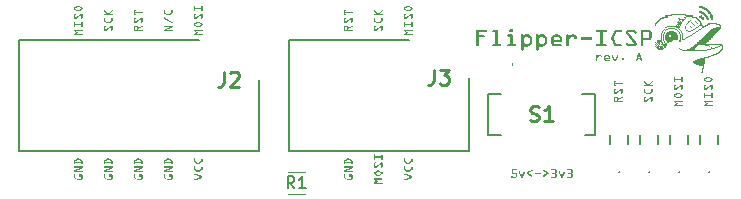
<source format=gbr>
%TF.GenerationSoftware,KiCad,Pcbnew,7.0.9*%
%TF.CreationDate,2024-01-07T05:54:30-05:00*%
%TF.ProjectId,Flipper-ICSP,466c6970-7065-4722-9d49-4353502e6b69,A*%
%TF.SameCoordinates,Original*%
%TF.FileFunction,Legend,Top*%
%TF.FilePolarity,Positive*%
%FSLAX46Y46*%
G04 Gerber Fmt 4.6, Leading zero omitted, Abs format (unit mm)*
G04 Created by KiCad (PCBNEW 7.0.9) date 2024-01-07 05:54:30*
%MOMM*%
%LPD*%
G01*
G04 APERTURE LIST*
%ADD10C,0.100000*%
%ADD11C,0.300000*%
%ADD12C,0.150000*%
%ADD13C,0.254000*%
%ADD14C,0.200000*%
%ADD15C,0.120000*%
G04 APERTURE END LIST*
D10*
G36*
X78957691Y-58809715D02*
G01*
X78957691Y-58569380D01*
X78958010Y-58560742D01*
X78958968Y-58552193D01*
X78960566Y-58543733D01*
X78962801Y-58535363D01*
X78965676Y-58527082D01*
X78969190Y-58518890D01*
X78973342Y-58510788D01*
X78978134Y-58502775D01*
X78983564Y-58494851D01*
X78989633Y-58487017D01*
X78994034Y-58481843D01*
X79000986Y-58474475D01*
X79008212Y-58467832D01*
X79015714Y-58461914D01*
X79023490Y-58456720D01*
X79031541Y-58452251D01*
X79039866Y-58448506D01*
X79048467Y-58445487D01*
X79057342Y-58443192D01*
X79066492Y-58441622D01*
X79075916Y-58440776D01*
X79082352Y-58440615D01*
X79091352Y-58441382D01*
X79099716Y-58443682D01*
X79107445Y-58447515D01*
X79114537Y-58452882D01*
X79118305Y-58456637D01*
X79123219Y-58462763D01*
X79127667Y-58470204D01*
X79130731Y-58477963D01*
X79132411Y-58486040D01*
X79132764Y-58492004D01*
X79132483Y-58499907D01*
X79131402Y-58508334D01*
X79129116Y-58516706D01*
X79125154Y-58524351D01*
X79121236Y-58528738D01*
X79114495Y-58533659D01*
X79107154Y-58537705D01*
X79099790Y-58540980D01*
X79091437Y-58544075D01*
X79083720Y-58546519D01*
X79076233Y-58549211D01*
X79068924Y-58553424D01*
X79062707Y-58559694D01*
X79058976Y-58567423D01*
X79057758Y-58575208D01*
X79057733Y-58576609D01*
X79057733Y-58804635D01*
X79059277Y-58812563D01*
X79063204Y-58814795D01*
X79070885Y-58812271D01*
X79075513Y-58808933D01*
X79517300Y-58466798D01*
X79523669Y-58462119D01*
X79532257Y-58456596D01*
X79540955Y-58451891D01*
X79549763Y-58448005D01*
X79558681Y-58444936D01*
X79567709Y-58442686D01*
X79576847Y-58441254D01*
X79586094Y-58440641D01*
X79588423Y-58440615D01*
X79596319Y-58440895D01*
X79606564Y-58442139D01*
X79616484Y-58444379D01*
X79626082Y-58447613D01*
X79635355Y-58451843D01*
X79644305Y-58457068D01*
X79650805Y-58461641D01*
X79657123Y-58466773D01*
X79663259Y-58472464D01*
X79669021Y-58478501D01*
X79674216Y-58484669D01*
X79680261Y-58493095D01*
X79685299Y-58501754D01*
X79689329Y-58510644D01*
X79692351Y-58519767D01*
X79694366Y-58529121D01*
X79695374Y-58538708D01*
X79695500Y-58543588D01*
X79695500Y-58792520D01*
X79695171Y-58802147D01*
X79694187Y-58811537D01*
X79692547Y-58820690D01*
X79690251Y-58829605D01*
X79687299Y-58838284D01*
X79683691Y-58846726D01*
X79679427Y-58854931D01*
X79674507Y-58862899D01*
X79668931Y-58870630D01*
X79662698Y-58878123D01*
X79658179Y-58882988D01*
X79651111Y-58889832D01*
X79643902Y-58896003D01*
X79636553Y-58901501D01*
X79629062Y-58906325D01*
X79621431Y-58910476D01*
X79613659Y-58913955D01*
X79605746Y-58916760D01*
X79597692Y-58918891D01*
X79589498Y-58920350D01*
X79581163Y-58921135D01*
X79575527Y-58921285D01*
X79565680Y-58920806D01*
X79556802Y-58919368D01*
X79548892Y-58916973D01*
X79539852Y-58912288D01*
X79532533Y-58905899D01*
X79526937Y-58897807D01*
X79523063Y-58888012D01*
X79521287Y-58879547D01*
X79520480Y-58870124D01*
X79520426Y-58866770D01*
X79521118Y-58857751D01*
X79523194Y-58849331D01*
X79526653Y-58841509D01*
X79531497Y-58834286D01*
X79534885Y-58830427D01*
X79541464Y-58824564D01*
X79548547Y-58820142D01*
X79556135Y-58817159D01*
X79564228Y-58815616D01*
X79569079Y-58815381D01*
X79577057Y-58814227D01*
X79584521Y-58810372D01*
X79588033Y-58807175D01*
X79592557Y-58800333D01*
X79594870Y-58792854D01*
X79595458Y-58785877D01*
X79595458Y-58556288D01*
X79592220Y-58549110D01*
X79586274Y-58547691D01*
X79578592Y-58550216D01*
X79573964Y-58553553D01*
X79135695Y-58895298D01*
X79127372Y-58901297D01*
X79118915Y-58906496D01*
X79110324Y-58910896D01*
X79101599Y-58914495D01*
X79092739Y-58917295D01*
X79083744Y-58919294D01*
X79074616Y-58920494D01*
X79065353Y-58920894D01*
X79057284Y-58920607D01*
X79049418Y-58919747D01*
X79039246Y-58917708D01*
X79029433Y-58914648D01*
X79019981Y-58910570D01*
X79010889Y-58905471D01*
X79004307Y-58900978D01*
X78997927Y-58895911D01*
X78991749Y-58890271D01*
X78989735Y-58888263D01*
X78984009Y-58882028D01*
X78978845Y-58875560D01*
X78974245Y-58868858D01*
X78970208Y-58861922D01*
X78966735Y-58854752D01*
X78963824Y-58847350D01*
X78961477Y-58839713D01*
X78959693Y-58831843D01*
X78958473Y-58823740D01*
X78957816Y-58815403D01*
X78957691Y-58809715D01*
G37*
G36*
X79595458Y-57984956D02*
G01*
X79595458Y-57818089D01*
X79595973Y-57810221D01*
X79597876Y-57801528D01*
X79601182Y-57793359D01*
X79605890Y-57785714D01*
X79610112Y-57780573D01*
X79615761Y-57775128D01*
X79622924Y-57770199D01*
X79630705Y-57766804D01*
X79639102Y-57764942D01*
X79645479Y-57764551D01*
X79654326Y-57765318D01*
X79662576Y-57767618D01*
X79670226Y-57771451D01*
X79677279Y-57776818D01*
X79681040Y-57780573D01*
X79685954Y-57786714D01*
X79690402Y-57794400D01*
X79693466Y-57802647D01*
X79695146Y-57811454D01*
X79695500Y-57818089D01*
X79695500Y-57990622D01*
X79695176Y-57999302D01*
X79694205Y-58008049D01*
X79692587Y-58016863D01*
X79690322Y-58025744D01*
X79687409Y-58034693D01*
X79683849Y-58043708D01*
X79679642Y-58052791D01*
X79674788Y-58061941D01*
X79669503Y-58070776D01*
X79664004Y-58078916D01*
X79658292Y-58086359D01*
X79652366Y-58093106D01*
X79646227Y-58099157D01*
X79639873Y-58104512D01*
X79633306Y-58109171D01*
X79626525Y-58113134D01*
X79419017Y-58220015D01*
X79410352Y-58223961D01*
X79401649Y-58227519D01*
X79392908Y-58230688D01*
X79384130Y-58233470D01*
X79375313Y-58235863D01*
X79366459Y-58237868D01*
X79357568Y-58239485D01*
X79348638Y-58240715D01*
X79339671Y-58241555D01*
X79330666Y-58242008D01*
X79324641Y-58242094D01*
X79314728Y-58241909D01*
X79305066Y-58241353D01*
X79295654Y-58240425D01*
X79286493Y-58239127D01*
X79277583Y-58237458D01*
X79268924Y-58235418D01*
X79260515Y-58233006D01*
X79252357Y-58230224D01*
X79244450Y-58227071D01*
X79236794Y-58223547D01*
X79231829Y-58220992D01*
X79027446Y-58113134D01*
X79020086Y-58108805D01*
X79013048Y-58103926D01*
X79006335Y-58098498D01*
X78999945Y-58092520D01*
X78993878Y-58085993D01*
X78988136Y-58078916D01*
X78982716Y-58071289D01*
X78977621Y-58063113D01*
X78972950Y-58054647D01*
X78968901Y-58046248D01*
X78965476Y-58037917D01*
X78962673Y-58029652D01*
X78960493Y-58021455D01*
X78958936Y-58013324D01*
X78958002Y-58005261D01*
X78957691Y-57997265D01*
X78957691Y-57814767D01*
X78958206Y-57806861D01*
X78960109Y-57798209D01*
X78963415Y-57790175D01*
X78968124Y-57782758D01*
X78972345Y-57777838D01*
X78979018Y-57771823D01*
X78986215Y-57767286D01*
X78993936Y-57764226D01*
X79002180Y-57762643D01*
X79007125Y-57762402D01*
X79015983Y-57763140D01*
X79024260Y-57765356D01*
X79031958Y-57769049D01*
X79039075Y-57774220D01*
X79042883Y-57777838D01*
X79048669Y-57784814D01*
X79053034Y-57792408D01*
X79055978Y-57800618D01*
X79057501Y-57809446D01*
X79057733Y-57814767D01*
X79057733Y-57990817D01*
X79058771Y-57999512D01*
X79062666Y-58007426D01*
X79068419Y-58013709D01*
X79075092Y-58018618D01*
X79079031Y-58020908D01*
X79269149Y-58123099D01*
X79277420Y-58126951D01*
X79284858Y-58129552D01*
X79292792Y-58131599D01*
X79301222Y-58133093D01*
X79310148Y-58134034D01*
X79319571Y-58134421D01*
X79321515Y-58134432D01*
X79329630Y-58134240D01*
X79337464Y-58133663D01*
X79346862Y-58132401D01*
X79355820Y-58130537D01*
X79364340Y-58128073D01*
X79372421Y-58125008D01*
X79378570Y-58122122D01*
X79571424Y-58024034D01*
X79578863Y-58019938D01*
X79585989Y-58014039D01*
X79591150Y-58007069D01*
X79594347Y-57999027D01*
X79595578Y-57989914D01*
X79595458Y-57984956D01*
G37*
G36*
X79643329Y-57569157D02*
G01*
X79010838Y-57569157D01*
X79002792Y-57568621D01*
X78993995Y-57566641D01*
X78985834Y-57563203D01*
X78978308Y-57558306D01*
X78973322Y-57553916D01*
X78968010Y-57547907D01*
X78963201Y-57540342D01*
X78959889Y-57532178D01*
X78958072Y-57523416D01*
X78957691Y-57516791D01*
X78958240Y-57508884D01*
X78960271Y-57500233D01*
X78963797Y-57492199D01*
X78968819Y-57484782D01*
X78973322Y-57479861D01*
X78979337Y-57474616D01*
X78986928Y-57469867D01*
X78995136Y-57466596D01*
X79003961Y-57464802D01*
X79010643Y-57464425D01*
X79218151Y-57464425D01*
X78971564Y-57179150D01*
X78966670Y-57172491D01*
X78962835Y-57165558D01*
X78959698Y-57157121D01*
X78958000Y-57148311D01*
X78957691Y-57140462D01*
X78958199Y-57132495D01*
X78960077Y-57123809D01*
X78963339Y-57115778D01*
X78967984Y-57108401D01*
X78972150Y-57103532D01*
X78978710Y-57097670D01*
X78985737Y-57093247D01*
X78993231Y-57090264D01*
X79001193Y-57088722D01*
X79005953Y-57088487D01*
X79014487Y-57089300D01*
X79022478Y-57091740D01*
X79029928Y-57095808D01*
X79036835Y-57101502D01*
X79040538Y-57105486D01*
X79320538Y-57435312D01*
X79612848Y-57105486D01*
X79619103Y-57099319D01*
X79625900Y-57094667D01*
X79633240Y-57091529D01*
X79641122Y-57089906D01*
X79645869Y-57089659D01*
X79653993Y-57090398D01*
X79661780Y-57092614D01*
X79669231Y-57096307D01*
X79676345Y-57101477D01*
X79680259Y-57105095D01*
X79685438Y-57111058D01*
X79690127Y-57118639D01*
X79693356Y-57126894D01*
X79695127Y-57135822D01*
X79695500Y-57142611D01*
X79694808Y-57151552D01*
X79692732Y-57160082D01*
X79689272Y-57168200D01*
X79684429Y-57175907D01*
X79681040Y-57180127D01*
X79429177Y-57464425D01*
X79641766Y-57464425D01*
X79649892Y-57464961D01*
X79657566Y-57466568D01*
X79665944Y-57469798D01*
X79673706Y-57474487D01*
X79679868Y-57479666D01*
X79685180Y-57485615D01*
X79689989Y-57493146D01*
X79693301Y-57501312D01*
X79695118Y-57510114D01*
X79695500Y-57516791D01*
X79694770Y-57525838D01*
X79692582Y-57534342D01*
X79688936Y-57542304D01*
X79683831Y-57549724D01*
X79680259Y-57553720D01*
X79674317Y-57558966D01*
X79666811Y-57563715D01*
X79658689Y-57566986D01*
X79649950Y-57568780D01*
X79643329Y-57569157D01*
G37*
G36*
X82191365Y-58441770D02*
G01*
X82199956Y-58443877D01*
X82207949Y-58447535D01*
X82215343Y-58452746D01*
X82220259Y-58457418D01*
X82225438Y-58463605D01*
X82230127Y-58471275D01*
X82233356Y-58479430D01*
X82235127Y-58488072D01*
X82235500Y-58494543D01*
X82233429Y-58503879D01*
X82230271Y-58512472D01*
X82226026Y-58520320D01*
X82220692Y-58527424D01*
X82214271Y-58533784D01*
X82206763Y-58539400D01*
X82203455Y-58541438D01*
X81835332Y-58756567D01*
X81835332Y-58813231D01*
X82182938Y-58813231D01*
X82190978Y-58813787D01*
X82199749Y-58815843D01*
X82207866Y-58819413D01*
X82215329Y-58824498D01*
X82220259Y-58829058D01*
X82225438Y-58835206D01*
X82230127Y-58842917D01*
X82233356Y-58851208D01*
X82235127Y-58860078D01*
X82235500Y-58866769D01*
X82234964Y-58874682D01*
X82232984Y-58883359D01*
X82229546Y-58891438D01*
X82224649Y-58898917D01*
X82220259Y-58903894D01*
X82214317Y-58909073D01*
X82206811Y-58913762D01*
X82198689Y-58916991D01*
X82189950Y-58918763D01*
X82183329Y-58919135D01*
X81497691Y-58919135D01*
X81497691Y-58814403D01*
X81597733Y-58814403D01*
X81735290Y-58814403D01*
X81735290Y-58586378D01*
X81734545Y-58578391D01*
X81731926Y-58570165D01*
X81727422Y-58562743D01*
X81723371Y-58558241D01*
X81717070Y-58553112D01*
X81710084Y-58549449D01*
X81702415Y-58547251D01*
X81694062Y-58546518D01*
X81638961Y-58546518D01*
X81630608Y-58547251D01*
X81622938Y-58549449D01*
X81615953Y-58553112D01*
X81609652Y-58558241D01*
X81604437Y-58564323D01*
X81600352Y-58571924D01*
X81598152Y-58580329D01*
X81597733Y-58586378D01*
X81597733Y-58814403D01*
X81497691Y-58814403D01*
X81497691Y-58586574D01*
X81498062Y-58575617D01*
X81499174Y-58564949D01*
X81501029Y-58554569D01*
X81503626Y-58544478D01*
X81506964Y-58534676D01*
X81511045Y-58525162D01*
X81515867Y-58515936D01*
X81521431Y-58506999D01*
X81527737Y-58498351D01*
X81534785Y-58489991D01*
X81539896Y-58484578D01*
X81547954Y-58476931D01*
X81556300Y-58470035D01*
X81564935Y-58463893D01*
X81573858Y-58458502D01*
X81583070Y-58453863D01*
X81592570Y-58449977D01*
X81602359Y-58446843D01*
X81612436Y-58444461D01*
X81622802Y-58442831D01*
X81633456Y-58441954D01*
X81640719Y-58441786D01*
X81692303Y-58441786D01*
X81703253Y-58442161D01*
X81713901Y-58443284D01*
X81724246Y-58445156D01*
X81734289Y-58447777D01*
X81744029Y-58451146D01*
X81753468Y-58455264D01*
X81762604Y-58460131D01*
X81771438Y-58465747D01*
X81779970Y-58472111D01*
X81788199Y-58479224D01*
X81793518Y-58484382D01*
X81800990Y-58492484D01*
X81807728Y-58500887D01*
X81813731Y-58509593D01*
X81818998Y-58518601D01*
X81823531Y-58527911D01*
X81827328Y-58537524D01*
X81830391Y-58547438D01*
X81832719Y-58557655D01*
X81834311Y-58568174D01*
X81835169Y-58578996D01*
X81835332Y-58586378D01*
X81835332Y-58634250D01*
X82151871Y-58450970D01*
X82158728Y-58447163D01*
X82166611Y-58443958D01*
X82174543Y-58441973D01*
X82182524Y-58441210D01*
X82183525Y-58441200D01*
X82191365Y-58441770D01*
G37*
G36*
X81497691Y-58133650D02*
G01*
X81497691Y-57893315D01*
X81498010Y-57884677D01*
X81498968Y-57876128D01*
X81500566Y-57867668D01*
X81502801Y-57859298D01*
X81505676Y-57851017D01*
X81509190Y-57842825D01*
X81513342Y-57834723D01*
X81518134Y-57826710D01*
X81523564Y-57818786D01*
X81529633Y-57810951D01*
X81534034Y-57805778D01*
X81540986Y-57798410D01*
X81548212Y-57791767D01*
X81555714Y-57785848D01*
X81563490Y-57780655D01*
X81571541Y-57776186D01*
X81579866Y-57772441D01*
X81588467Y-57769422D01*
X81597342Y-57767127D01*
X81606492Y-57765556D01*
X81615916Y-57764711D01*
X81622352Y-57764550D01*
X81631352Y-57765317D01*
X81639716Y-57767617D01*
X81647445Y-57771450D01*
X81654537Y-57776817D01*
X81658305Y-57780572D01*
X81663219Y-57786697D01*
X81667667Y-57794139D01*
X81670731Y-57801898D01*
X81672411Y-57809975D01*
X81672764Y-57815939D01*
X81672483Y-57823842D01*
X81671402Y-57832268D01*
X81669116Y-57840641D01*
X81665154Y-57848285D01*
X81661236Y-57852673D01*
X81654495Y-57857594D01*
X81647154Y-57861640D01*
X81639790Y-57864914D01*
X81631437Y-57868010D01*
X81623720Y-57870454D01*
X81616233Y-57873146D01*
X81608924Y-57877359D01*
X81602707Y-57883629D01*
X81598976Y-57891357D01*
X81597758Y-57899143D01*
X81597733Y-57900544D01*
X81597733Y-58128569D01*
X81599277Y-58136497D01*
X81603204Y-58138730D01*
X81610885Y-58136205D01*
X81615513Y-58132868D01*
X82057300Y-57790733D01*
X82063669Y-57786054D01*
X82072257Y-57780531D01*
X82080955Y-57775826D01*
X82089763Y-57771939D01*
X82098681Y-57768871D01*
X82107709Y-57766621D01*
X82116847Y-57765189D01*
X82126094Y-57764575D01*
X82128423Y-57764550D01*
X82136319Y-57764830D01*
X82146564Y-57766074D01*
X82156484Y-57768313D01*
X82166082Y-57771548D01*
X82175355Y-57775778D01*
X82184305Y-57781003D01*
X82190805Y-57785575D01*
X82197123Y-57790707D01*
X82203259Y-57796399D01*
X82209021Y-57802436D01*
X82214216Y-57808604D01*
X82220261Y-57817030D01*
X82225299Y-57825688D01*
X82229329Y-57834579D01*
X82232351Y-57843701D01*
X82234366Y-57853056D01*
X82235374Y-57862642D01*
X82235500Y-57867523D01*
X82235500Y-58116455D01*
X82235171Y-58126082D01*
X82234187Y-58135472D01*
X82232547Y-58144624D01*
X82230251Y-58153540D01*
X82227299Y-58162219D01*
X82223691Y-58170661D01*
X82219427Y-58178866D01*
X82214507Y-58186834D01*
X82208931Y-58194564D01*
X82202698Y-58202058D01*
X82198179Y-58206923D01*
X82191111Y-58213767D01*
X82183902Y-58219938D01*
X82176553Y-58225435D01*
X82169062Y-58230260D01*
X82161431Y-58234411D01*
X82153659Y-58237889D01*
X82145746Y-58240694D01*
X82137692Y-58242826D01*
X82129498Y-58244285D01*
X82121163Y-58245070D01*
X82115527Y-58245220D01*
X82105680Y-58244741D01*
X82096802Y-58243303D01*
X82088892Y-58240908D01*
X82079852Y-58236223D01*
X82072533Y-58229834D01*
X82066937Y-58221742D01*
X82063063Y-58211946D01*
X82061287Y-58203482D01*
X82060480Y-58194059D01*
X82060426Y-58190705D01*
X82061118Y-58181686D01*
X82063194Y-58173266D01*
X82066653Y-58165444D01*
X82071497Y-58158220D01*
X82074885Y-58154361D01*
X82081464Y-58148499D01*
X82088547Y-58144077D01*
X82096135Y-58141094D01*
X82104228Y-58139551D01*
X82109079Y-58139316D01*
X82117057Y-58138162D01*
X82124521Y-58134307D01*
X82128033Y-58131110D01*
X82132557Y-58124268D01*
X82134870Y-58116789D01*
X82135458Y-58109812D01*
X82135458Y-57880223D01*
X82132220Y-57873045D01*
X82126274Y-57871626D01*
X82118592Y-57874150D01*
X82113964Y-57877488D01*
X81675695Y-58219232D01*
X81667372Y-58225232D01*
X81658915Y-58230431D01*
X81650324Y-58234830D01*
X81641599Y-58238430D01*
X81632739Y-58241229D01*
X81623744Y-58243229D01*
X81614616Y-58244429D01*
X81605353Y-58244829D01*
X81597284Y-58244542D01*
X81589418Y-58243682D01*
X81579246Y-58241642D01*
X81569433Y-58238583D01*
X81559981Y-58234504D01*
X81550889Y-58229406D01*
X81544307Y-58224913D01*
X81537927Y-58219846D01*
X81531749Y-58214206D01*
X81529735Y-58212198D01*
X81524009Y-58205963D01*
X81518845Y-58199494D01*
X81514245Y-58192792D01*
X81510208Y-58185857D01*
X81506735Y-58178687D01*
X81503824Y-58171284D01*
X81501477Y-58163648D01*
X81499693Y-58155778D01*
X81498473Y-58147675D01*
X81497816Y-58139337D01*
X81497691Y-58133650D01*
G37*
G36*
X81622548Y-57569156D02*
G01*
X81497691Y-57569156D01*
X81497691Y-57090635D01*
X81622938Y-57090635D01*
X81631777Y-57091383D01*
X81639998Y-57093627D01*
X81647602Y-57097367D01*
X81654589Y-57102603D01*
X81658305Y-57106267D01*
X81663939Y-57113377D01*
X81668189Y-57121029D01*
X81671055Y-57129223D01*
X81672538Y-57137960D01*
X81672764Y-57143196D01*
X81672249Y-57151064D01*
X81670345Y-57159757D01*
X81667040Y-57167926D01*
X81662331Y-57175571D01*
X81658109Y-57180712D01*
X81652415Y-57186157D01*
X81645267Y-57191086D01*
X81637578Y-57194481D01*
X81629346Y-57196343D01*
X81623134Y-57196734D01*
X81597733Y-57196734D01*
X81597733Y-57277627D01*
X82182938Y-57277627D01*
X82190918Y-57278177D01*
X82199655Y-57280207D01*
X82207775Y-57283733D01*
X82215278Y-57288756D01*
X82220259Y-57293259D01*
X82225438Y-57299313D01*
X82230127Y-57306862D01*
X82233356Y-57314935D01*
X82235127Y-57323532D01*
X82235500Y-57329993D01*
X82234964Y-57338113D01*
X82233356Y-57345765D01*
X82230127Y-57354102D01*
X82225438Y-57361804D01*
X82220259Y-57367899D01*
X82214244Y-57373212D01*
X82206653Y-57378020D01*
X82198445Y-57381333D01*
X82189620Y-57383149D01*
X82182938Y-57383531D01*
X81597733Y-57383531D01*
X81597733Y-57464424D01*
X81622352Y-57464424D01*
X81631276Y-57465163D01*
X81639583Y-57467379D01*
X81647272Y-57471072D01*
X81654345Y-57476243D01*
X81658109Y-57479860D01*
X81663820Y-57486837D01*
X81668127Y-57494430D01*
X81671032Y-57502641D01*
X81672535Y-57511468D01*
X81672764Y-57516790D01*
X81672256Y-57524703D01*
X81670378Y-57533380D01*
X81667116Y-57541458D01*
X81662470Y-57548938D01*
X81658305Y-57553915D01*
X81651585Y-57559853D01*
X81644248Y-57564333D01*
X81636294Y-57567355D01*
X81627723Y-57568917D01*
X81622548Y-57569156D01*
G37*
D11*
G36*
X110494205Y-60103366D02*
G01*
X110494205Y-58817794D01*
X111291413Y-58817794D01*
X111307965Y-58819109D01*
X111323640Y-58823053D01*
X111338439Y-58829628D01*
X111352361Y-58838831D01*
X111359923Y-58845271D01*
X111370008Y-58855936D01*
X111379137Y-58869290D01*
X111385426Y-58883625D01*
X111388874Y-58898942D01*
X111389599Y-58910484D01*
X111388196Y-58927091D01*
X111383989Y-58942611D01*
X111376976Y-58957044D01*
X111367159Y-58970390D01*
X111360290Y-58977529D01*
X111348938Y-58986991D01*
X111334783Y-58995557D01*
X111319646Y-59001457D01*
X111303528Y-59004693D01*
X111291413Y-59005373D01*
X110690942Y-59005373D01*
X110690942Y-59263293D01*
X111118123Y-59263293D01*
X111132948Y-59264259D01*
X111149169Y-59267828D01*
X111164233Y-59274026D01*
X111178140Y-59282854D01*
X111187366Y-59290770D01*
X111198643Y-59303210D01*
X111207151Y-59316806D01*
X111212888Y-59331560D01*
X111215856Y-59347471D01*
X111216308Y-59357082D01*
X111214924Y-59373672D01*
X111210769Y-59389139D01*
X111203844Y-59403485D01*
X111194149Y-59416708D01*
X111187366Y-59423761D01*
X111174285Y-59434324D01*
X111160047Y-59442293D01*
X111144652Y-59447668D01*
X111128101Y-59450448D01*
X111118123Y-59450871D01*
X110690942Y-59450871D01*
X110690942Y-60102634D01*
X110689925Y-60117596D01*
X110686165Y-60133977D01*
X110679636Y-60149202D01*
X110670337Y-60163269D01*
X110661999Y-60172609D01*
X110650845Y-60182321D01*
X110636725Y-60191111D01*
X110621413Y-60197167D01*
X110604909Y-60200488D01*
X110592390Y-60201186D01*
X110577552Y-60200181D01*
X110561284Y-60196469D01*
X110546137Y-60190023D01*
X110532112Y-60180842D01*
X110522781Y-60172609D01*
X110513069Y-60161468D01*
X110504279Y-60147395D01*
X110498223Y-60132166D01*
X110494902Y-60115779D01*
X110494205Y-60103366D01*
G37*
G36*
X112472205Y-60201186D02*
G01*
X111948671Y-60201186D01*
X111933833Y-60200207D01*
X111917564Y-60196590D01*
X111902417Y-60190309D01*
X111888392Y-60181363D01*
X111879061Y-60173342D01*
X111867927Y-60160617D01*
X111859527Y-60146805D01*
X111853862Y-60131906D01*
X111850932Y-60115920D01*
X111850485Y-60106297D01*
X111851852Y-60090279D01*
X111855955Y-60075242D01*
X111862792Y-60061187D01*
X111872364Y-60048114D01*
X111879061Y-60041084D01*
X111892285Y-60030378D01*
X111906630Y-60022301D01*
X111922098Y-60016854D01*
X111938687Y-60014036D01*
X111948671Y-60013607D01*
X112110237Y-60013607D01*
X112110237Y-59005373D01*
X111946472Y-59005373D01*
X111931635Y-59004419D01*
X111915366Y-59000898D01*
X111900219Y-58994782D01*
X111886194Y-58986072D01*
X111876863Y-58978262D01*
X111865729Y-58965679D01*
X111857329Y-58951975D01*
X111851664Y-58937149D01*
X111848733Y-58921200D01*
X111848287Y-58911583D01*
X111849654Y-58895011D01*
X111853757Y-58879597D01*
X111860594Y-58865339D01*
X111870166Y-58852238D01*
X111876863Y-58845271D01*
X111890087Y-58834565D01*
X111904432Y-58826488D01*
X111919900Y-58821041D01*
X111936489Y-58818223D01*
X111946472Y-58817794D01*
X112210621Y-58817794D01*
X112227441Y-58819197D01*
X112243279Y-58823404D01*
X112258135Y-58830416D01*
X112272010Y-58840234D01*
X112279498Y-58847103D01*
X112289458Y-58858468D01*
X112298474Y-58872670D01*
X112304685Y-58887890D01*
X112308091Y-58904126D01*
X112308807Y-58916346D01*
X112308807Y-60013607D01*
X112472205Y-60013607D01*
X112489025Y-60014922D01*
X112504863Y-60018866D01*
X112519720Y-60025440D01*
X112533594Y-60034644D01*
X112541082Y-60041084D01*
X112552502Y-60053597D01*
X112561117Y-60067090D01*
X112566928Y-60081566D01*
X112569933Y-60097024D01*
X112570391Y-60106297D01*
X112569006Y-60122904D01*
X112564851Y-60138424D01*
X112557926Y-60152857D01*
X112548232Y-60166203D01*
X112541448Y-60173342D01*
X112528367Y-60184191D01*
X112514130Y-60192376D01*
X112498735Y-60197895D01*
X112482183Y-60200750D01*
X112472205Y-60201186D01*
G37*
G36*
X113387383Y-58724005D02*
G01*
X113478241Y-58724005D01*
X113493191Y-58725048D01*
X113509525Y-58728902D01*
X113524667Y-58735597D01*
X113538616Y-58745131D01*
X113547851Y-58753680D01*
X113557562Y-58765234D01*
X113566353Y-58779787D01*
X113572409Y-58795497D01*
X113575422Y-58809884D01*
X113576427Y-58825121D01*
X113576427Y-58902058D01*
X113575422Y-58917458D01*
X113572409Y-58932060D01*
X113567385Y-58945863D01*
X113560353Y-58958867D01*
X113551311Y-58971073D01*
X113547851Y-58974964D01*
X113536697Y-58985298D01*
X113522577Y-58994652D01*
X113507264Y-59001096D01*
X113490760Y-59004630D01*
X113478241Y-59005373D01*
X113385185Y-59005373D01*
X113369862Y-59004278D01*
X113355492Y-59000993D01*
X113339932Y-58994394D01*
X113327627Y-58986366D01*
X113316276Y-58976147D01*
X113314477Y-58974232D01*
X113304915Y-58962159D01*
X113297389Y-58949571D01*
X113291181Y-58934233D01*
X113287742Y-58918195D01*
X113286999Y-58903890D01*
X113289198Y-58825121D01*
X113290202Y-58809884D01*
X113293216Y-58795497D01*
X113299272Y-58779787D01*
X113308062Y-58765234D01*
X113317774Y-58753680D01*
X113328928Y-58743595D01*
X113343048Y-58734467D01*
X113358360Y-58728178D01*
X113374865Y-58724729D01*
X113387383Y-58724005D01*
G37*
G36*
X113739826Y-60201186D02*
G01*
X113212261Y-60201186D01*
X113197423Y-60200232D01*
X113181154Y-60196711D01*
X113166008Y-60190595D01*
X113151983Y-60181885D01*
X113142652Y-60174075D01*
X113131517Y-60161492D01*
X113123117Y-60147788D01*
X113117452Y-60132962D01*
X113114522Y-60117013D01*
X113114075Y-60107396D01*
X113115443Y-60091092D01*
X113119545Y-60075840D01*
X113126382Y-60061640D01*
X113135954Y-60048492D01*
X113142652Y-60041451D01*
X113153918Y-60031988D01*
X113168103Y-60023423D01*
X113183410Y-60017523D01*
X113199839Y-60014287D01*
X113212261Y-60013607D01*
X113377858Y-60013607D01*
X113377858Y-59380530D01*
X113214093Y-59380530D01*
X113199255Y-59379564D01*
X113182986Y-59375995D01*
X113167839Y-59369796D01*
X113153814Y-59360968D01*
X113144484Y-59353052D01*
X113133349Y-59340540D01*
X113124949Y-59327046D01*
X113119284Y-59312570D01*
X113116354Y-59297113D01*
X113115907Y-59287839D01*
X113117275Y-59271232D01*
X113121377Y-59255712D01*
X113128214Y-59241279D01*
X113137786Y-59227933D01*
X113144484Y-59220795D01*
X113155749Y-59211332D01*
X113169935Y-59202767D01*
X113185242Y-59196867D01*
X113201671Y-59193631D01*
X113214093Y-59192951D01*
X113478241Y-59192951D01*
X113493191Y-59193994D01*
X113509525Y-59197849D01*
X113524667Y-59204543D01*
X113538616Y-59214077D01*
X113547851Y-59222627D01*
X113557562Y-59234154D01*
X113566353Y-59248612D01*
X113572409Y-59264157D01*
X113575729Y-59280789D01*
X113576427Y-59293335D01*
X113576427Y-60013607D01*
X113737627Y-60013607D01*
X113752491Y-60014573D01*
X113768855Y-60018142D01*
X113784167Y-60024340D01*
X113798427Y-60033168D01*
X113807969Y-60041084D01*
X113818179Y-60051676D01*
X113827420Y-60065107D01*
X113833787Y-60079696D01*
X113837278Y-60095441D01*
X113838011Y-60107396D01*
X113836609Y-60123986D01*
X113832401Y-60139453D01*
X113825389Y-60153799D01*
X113815571Y-60167022D01*
X113808702Y-60174075D01*
X113795388Y-60184638D01*
X113781093Y-60192607D01*
X113765816Y-60197982D01*
X113749557Y-60200762D01*
X113739826Y-60201186D01*
G37*
G36*
X114790469Y-59146684D02*
G01*
X114808061Y-59148568D01*
X114825382Y-59151707D01*
X114842433Y-59156103D01*
X114859214Y-59161754D01*
X114875724Y-59168661D01*
X114891963Y-59176823D01*
X114907932Y-59186242D01*
X114923631Y-59196916D01*
X114939059Y-59208846D01*
X114949194Y-59217497D01*
X115093542Y-59342794D01*
X115105520Y-59353739D01*
X115116726Y-59365051D01*
X115127158Y-59376729D01*
X115136818Y-59388773D01*
X115145706Y-59401183D01*
X115153820Y-59413960D01*
X115161162Y-59427104D01*
X115167730Y-59440613D01*
X115173526Y-59454489D01*
X115178550Y-59468732D01*
X115182800Y-59483341D01*
X115186278Y-59498316D01*
X115188982Y-59513657D01*
X115190914Y-59529365D01*
X115192074Y-59545439D01*
X115192460Y-59561880D01*
X115192460Y-59833356D01*
X115192045Y-59849949D01*
X115190800Y-59866208D01*
X115188725Y-59882132D01*
X115185820Y-59897721D01*
X115182084Y-59912976D01*
X115177519Y-59927895D01*
X115172124Y-59942479D01*
X115165899Y-59956729D01*
X115158843Y-59970644D01*
X115150958Y-59984223D01*
X115142242Y-59997468D01*
X115132697Y-60010378D01*
X115122321Y-60022954D01*
X115111116Y-60035194D01*
X115099080Y-60047099D01*
X115086214Y-60058670D01*
X114945164Y-60181035D01*
X114931087Y-60193017D01*
X114916334Y-60203820D01*
X114900905Y-60213445D01*
X114884800Y-60221891D01*
X114868018Y-60229158D01*
X114850560Y-60235247D01*
X114832427Y-60240158D01*
X114813616Y-60243890D01*
X114794130Y-60246443D01*
X114773967Y-60247818D01*
X114760150Y-60248080D01*
X114722048Y-60248080D01*
X114702482Y-60247475D01*
X114683490Y-60245659D01*
X114665070Y-60242632D01*
X114647224Y-60238394D01*
X114629951Y-60232946D01*
X114613251Y-60226287D01*
X114597124Y-60218418D01*
X114581570Y-60209337D01*
X114566590Y-60199046D01*
X114552183Y-60187544D01*
X114542896Y-60179204D01*
X114495635Y-60135240D01*
X114495635Y-60478890D01*
X114494618Y-60493702D01*
X114490858Y-60509875D01*
X114484329Y-60524857D01*
X114475030Y-60538646D01*
X114466692Y-60547766D01*
X114455551Y-60557478D01*
X114441479Y-60566268D01*
X114426249Y-60572324D01*
X114409863Y-60575645D01*
X114397449Y-60576343D01*
X114382461Y-60575312D01*
X114365985Y-60571505D01*
X114350595Y-60564894D01*
X114336292Y-60555477D01*
X114326741Y-60547033D01*
X114316656Y-60535729D01*
X114307527Y-60521401D01*
X114301239Y-60505846D01*
X114297790Y-60489064D01*
X114297066Y-60476325D01*
X114297066Y-59815770D01*
X114495635Y-59815770D01*
X114497301Y-59832262D01*
X114501379Y-59846370D01*
X114507905Y-59860452D01*
X114516878Y-59874508D01*
X114526225Y-59886202D01*
X114530440Y-59890875D01*
X114655370Y-60017271D01*
X114668355Y-60029725D01*
X114680751Y-60040068D01*
X114694846Y-60049694D01*
X114708091Y-60056280D01*
X114722469Y-60060122D01*
X114728276Y-60060502D01*
X114772606Y-60060502D01*
X114788468Y-60058096D01*
X114803249Y-60051920D01*
X114816708Y-60043397D01*
X114828634Y-60033776D01*
X114832690Y-60030093D01*
X114967879Y-59906995D01*
X114979584Y-59895397D01*
X114988415Y-59882081D01*
X114994371Y-59867047D01*
X114997451Y-59850294D01*
X114997920Y-59839950D01*
X114997920Y-59549790D01*
X114996290Y-59533809D01*
X114991399Y-59518564D01*
X114983247Y-59504056D01*
X114973664Y-59492207D01*
X114963849Y-59482745D01*
X114818402Y-59353052D01*
X114806189Y-59343666D01*
X114792006Y-59336840D01*
X114777180Y-59333806D01*
X114772606Y-59333635D01*
X114722048Y-59333635D01*
X114707146Y-59337141D01*
X114693472Y-59344717D01*
X114680300Y-59354588D01*
X114668300Y-59365194D01*
X114655370Y-59377965D01*
X114526410Y-59506925D01*
X114515951Y-59519535D01*
X114507656Y-59532634D01*
X114501526Y-59546222D01*
X114497108Y-59562694D01*
X114495665Y-59577343D01*
X114495635Y-59579832D01*
X114495635Y-59815770D01*
X114297066Y-59815770D01*
X114297066Y-59244242D01*
X114298468Y-59227297D01*
X114302676Y-59211404D01*
X114309688Y-59196562D01*
X114319505Y-59182773D01*
X114326375Y-59175366D01*
X114337804Y-59165405D01*
X114352244Y-59156389D01*
X114367877Y-59150178D01*
X114382225Y-59147087D01*
X114397449Y-59146056D01*
X114414269Y-59147354D01*
X114430107Y-59151246D01*
X114444964Y-59157732D01*
X114458838Y-59166813D01*
X114466326Y-59173167D01*
X114477746Y-59185519D01*
X114486361Y-59198853D01*
X114492172Y-59213168D01*
X114495177Y-59228465D01*
X114495635Y-59237647D01*
X114495635Y-59259629D01*
X114509311Y-59245876D01*
X114523135Y-59233011D01*
X114537109Y-59221032D01*
X114551231Y-59209941D01*
X114565502Y-59199737D01*
X114579922Y-59190421D01*
X114594490Y-59181992D01*
X114609208Y-59174450D01*
X114624074Y-59167795D01*
X114639090Y-59162028D01*
X114654254Y-59157148D01*
X114669567Y-59153155D01*
X114685028Y-59150049D01*
X114700639Y-59147831D01*
X114716398Y-59146500D01*
X114732306Y-59146056D01*
X114772606Y-59146056D01*
X114790469Y-59146684D01*
G37*
G36*
X116058089Y-59146684D02*
G01*
X116075681Y-59148568D01*
X116093003Y-59151707D01*
X116110054Y-59156103D01*
X116126834Y-59161754D01*
X116143344Y-59168661D01*
X116159584Y-59176823D01*
X116175553Y-59186242D01*
X116191251Y-59196916D01*
X116206679Y-59208846D01*
X116216814Y-59217497D01*
X116361162Y-59342794D01*
X116373140Y-59353739D01*
X116384346Y-59365051D01*
X116394779Y-59376729D01*
X116404439Y-59388773D01*
X116413326Y-59401183D01*
X116421440Y-59413960D01*
X116428782Y-59427104D01*
X116435351Y-59440613D01*
X116441147Y-59454489D01*
X116446170Y-59468732D01*
X116450420Y-59483341D01*
X116453898Y-59498316D01*
X116456603Y-59513657D01*
X116458535Y-59529365D01*
X116459694Y-59545439D01*
X116460080Y-59561880D01*
X116460080Y-59833356D01*
X116459665Y-59849949D01*
X116458420Y-59866208D01*
X116456345Y-59882132D01*
X116453440Y-59897721D01*
X116449705Y-59912976D01*
X116445139Y-59927895D01*
X116439744Y-59942479D01*
X116433519Y-59956729D01*
X116426464Y-59970644D01*
X116418578Y-59984223D01*
X116409863Y-59997468D01*
X116400317Y-60010378D01*
X116389942Y-60022954D01*
X116378736Y-60035194D01*
X116366700Y-60047099D01*
X116353835Y-60058670D01*
X116212784Y-60181035D01*
X116198708Y-60193017D01*
X116183955Y-60203820D01*
X116168526Y-60213445D01*
X116152420Y-60221891D01*
X116135639Y-60229158D01*
X116118181Y-60235247D01*
X116100047Y-60240158D01*
X116081237Y-60243890D01*
X116061750Y-60246443D01*
X116041588Y-60247818D01*
X116027770Y-60248080D01*
X115989669Y-60248080D01*
X115970103Y-60247475D01*
X115951110Y-60245659D01*
X115932691Y-60242632D01*
X115914844Y-60238394D01*
X115897571Y-60232946D01*
X115880871Y-60226287D01*
X115864744Y-60218418D01*
X115849191Y-60209337D01*
X115834210Y-60199046D01*
X115819803Y-60187544D01*
X115810516Y-60179204D01*
X115763255Y-60135240D01*
X115763255Y-60478890D01*
X115762238Y-60493702D01*
X115758479Y-60509875D01*
X115751950Y-60524857D01*
X115742651Y-60538646D01*
X115734313Y-60547766D01*
X115723171Y-60557478D01*
X115709099Y-60566268D01*
X115693869Y-60572324D01*
X115677483Y-60575645D01*
X115665070Y-60576343D01*
X115650082Y-60575312D01*
X115633605Y-60571505D01*
X115618215Y-60564894D01*
X115603912Y-60555477D01*
X115594362Y-60547033D01*
X115584276Y-60535729D01*
X115575148Y-60521401D01*
X115568859Y-60505846D01*
X115565411Y-60489064D01*
X115564686Y-60476325D01*
X115564686Y-59815770D01*
X115763255Y-59815770D01*
X115764921Y-59832262D01*
X115769000Y-59846370D01*
X115775525Y-59860452D01*
X115784498Y-59874508D01*
X115793845Y-59886202D01*
X115798060Y-59890875D01*
X115922990Y-60017271D01*
X115935976Y-60029725D01*
X115948371Y-60040068D01*
X115962466Y-60049694D01*
X115975711Y-60056280D01*
X115990089Y-60060122D01*
X115995897Y-60060502D01*
X116040227Y-60060502D01*
X116056089Y-60058096D01*
X116070869Y-60051920D01*
X116084328Y-60043397D01*
X116096255Y-60033776D01*
X116100311Y-60030093D01*
X116235499Y-59906995D01*
X116247205Y-59895397D01*
X116256035Y-59882081D01*
X116261991Y-59867047D01*
X116265071Y-59850294D01*
X116265541Y-59839950D01*
X116265541Y-59549790D01*
X116263910Y-59533809D01*
X116259019Y-59518564D01*
X116250867Y-59504056D01*
X116241285Y-59492207D01*
X116231469Y-59482745D01*
X116086022Y-59353052D01*
X116073809Y-59343666D01*
X116059627Y-59336840D01*
X116044800Y-59333806D01*
X116040227Y-59333635D01*
X115989669Y-59333635D01*
X115974766Y-59337141D01*
X115961092Y-59344717D01*
X115947920Y-59354588D01*
X115935920Y-59365194D01*
X115922990Y-59377965D01*
X115794030Y-59506925D01*
X115783571Y-59519535D01*
X115775277Y-59532634D01*
X115769146Y-59546222D01*
X115764728Y-59562694D01*
X115763286Y-59577343D01*
X115763255Y-59579832D01*
X115763255Y-59815770D01*
X115564686Y-59815770D01*
X115564686Y-59244242D01*
X115566089Y-59227297D01*
X115570296Y-59211404D01*
X115577308Y-59196562D01*
X115587126Y-59182773D01*
X115593995Y-59175366D01*
X115605424Y-59165405D01*
X115619865Y-59156389D01*
X115635497Y-59150178D01*
X115649846Y-59147087D01*
X115665070Y-59146056D01*
X115681890Y-59147354D01*
X115697728Y-59151246D01*
X115712584Y-59157732D01*
X115726459Y-59166813D01*
X115733946Y-59173167D01*
X115745367Y-59185519D01*
X115753982Y-59198853D01*
X115759792Y-59213168D01*
X115762797Y-59228465D01*
X115763255Y-59237647D01*
X115763255Y-59259629D01*
X115776931Y-59245876D01*
X115790756Y-59233011D01*
X115804729Y-59221032D01*
X115818851Y-59209941D01*
X115833122Y-59199737D01*
X115847542Y-59190421D01*
X115862111Y-59181992D01*
X115876828Y-59174450D01*
X115891695Y-59167795D01*
X115906710Y-59162028D01*
X115921874Y-59157148D01*
X115937187Y-59153155D01*
X115952649Y-59150049D01*
X115968259Y-59147831D01*
X115984019Y-59146500D01*
X115999927Y-59146056D01*
X116040227Y-59146056D01*
X116058089Y-59146684D01*
G37*
G36*
X117425769Y-59193637D02*
G01*
X117443486Y-59195694D01*
X117461017Y-59199124D01*
X117478361Y-59203925D01*
X117495518Y-59210098D01*
X117512489Y-59217642D01*
X117529273Y-59226558D01*
X117545870Y-59236846D01*
X117562280Y-59248506D01*
X117578503Y-59261537D01*
X117589215Y-59270987D01*
X117654061Y-59331437D01*
X117667222Y-59344212D01*
X117679087Y-59358081D01*
X117689659Y-59373046D01*
X117698935Y-59389105D01*
X117706918Y-59406259D01*
X117713606Y-59424508D01*
X117718999Y-59443851D01*
X117723098Y-59464290D01*
X117725903Y-59485823D01*
X117727053Y-59500786D01*
X117727629Y-59516237D01*
X117727701Y-59524144D01*
X117727701Y-59729308D01*
X117726298Y-59745968D01*
X117722091Y-59761646D01*
X117715078Y-59776342D01*
X117705261Y-59790056D01*
X117698392Y-59797452D01*
X117687040Y-59807164D01*
X117672885Y-59815954D01*
X117657748Y-59822010D01*
X117641629Y-59825331D01*
X117629515Y-59826028D01*
X117029044Y-59826028D01*
X117029044Y-59867428D01*
X117030242Y-59882527D01*
X117033835Y-59896777D01*
X117039825Y-59910176D01*
X117048209Y-59922726D01*
X117058990Y-59934425D01*
X117063116Y-59938136D01*
X117113674Y-59982832D01*
X117127546Y-59993291D01*
X117141134Y-60001586D01*
X117156629Y-60008528D01*
X117171739Y-60012525D01*
X117184382Y-60013607D01*
X117629515Y-60013607D01*
X117646335Y-60014922D01*
X117662173Y-60018866D01*
X117677029Y-60025440D01*
X117690904Y-60034644D01*
X117698392Y-60041084D01*
X117709812Y-60053524D01*
X117718427Y-60067121D01*
X117724237Y-60081874D01*
X117727243Y-60097785D01*
X117727701Y-60107396D01*
X117726281Y-60123718D01*
X117722021Y-60139022D01*
X117714920Y-60153310D01*
X117704980Y-60166581D01*
X117698025Y-60173708D01*
X117686575Y-60183046D01*
X117672402Y-60191499D01*
X117657353Y-60197322D01*
X117641427Y-60200515D01*
X117629515Y-60201186D01*
X117173025Y-60201186D01*
X117158034Y-60200711D01*
X117142829Y-60199289D01*
X117127409Y-60196919D01*
X117111774Y-60193601D01*
X117095924Y-60189334D01*
X117079860Y-60184120D01*
X117073374Y-60181768D01*
X117057779Y-60175532D01*
X117043507Y-60169189D01*
X117028128Y-60161435D01*
X117014656Y-60153527D01*
X117001347Y-60144105D01*
X116996438Y-60140003D01*
X116919501Y-60072958D01*
X116907802Y-60062901D01*
X116896746Y-60051735D01*
X116886335Y-60039459D01*
X116876568Y-60026075D01*
X116867444Y-60011581D01*
X116858965Y-59995979D01*
X116855754Y-59989427D01*
X116848471Y-59972908D01*
X116842423Y-59956783D01*
X116837609Y-59941052D01*
X116834029Y-59925714D01*
X116831684Y-59910770D01*
X116830499Y-59893356D01*
X116830475Y-59890509D01*
X116830475Y-59638450D01*
X117030876Y-59638450D01*
X117533161Y-59638450D01*
X117533161Y-59524877D01*
X117532247Y-59508751D01*
X117529503Y-59494171D01*
X117523991Y-59479114D01*
X117515989Y-59466161D01*
X117507149Y-59456733D01*
X117456957Y-59410938D01*
X117443816Y-59400604D01*
X117431318Y-59392408D01*
X117417551Y-59385548D01*
X117402890Y-59381272D01*
X117394309Y-59380530D01*
X117176689Y-59380530D01*
X117161422Y-59381774D01*
X117146716Y-59385508D01*
X117132571Y-59391732D01*
X117118986Y-59400445D01*
X117111476Y-59406541D01*
X117060551Y-59450871D01*
X117048988Y-59461761D01*
X117040265Y-59473912D01*
X117033774Y-59489345D01*
X117031137Y-59504202D01*
X117030876Y-59510955D01*
X117030876Y-59638450D01*
X116830475Y-59638450D01*
X116830475Y-59497400D01*
X116831772Y-59480570D01*
X116834949Y-59464358D01*
X116839053Y-59449589D01*
X116844480Y-59433675D01*
X116851231Y-59416616D01*
X116857586Y-59402145D01*
X116864690Y-59387622D01*
X116872263Y-59373912D01*
X116880306Y-59361015D01*
X116888818Y-59348931D01*
X116900118Y-59334968D01*
X116912152Y-59322276D01*
X116924920Y-59310854D01*
X116927561Y-59308722D01*
X116999735Y-59252668D01*
X117013821Y-59241996D01*
X117028191Y-59232374D01*
X117042844Y-59223801D01*
X117057781Y-59216278D01*
X117073001Y-59209805D01*
X117088504Y-59204381D01*
X117104290Y-59200007D01*
X117120360Y-59196683D01*
X117136714Y-59194409D01*
X117153350Y-59193184D01*
X117164599Y-59192951D01*
X117407865Y-59192951D01*
X117425769Y-59193637D01*
G37*
G36*
X118099927Y-60104099D02*
G01*
X118099927Y-59292236D01*
X118100931Y-59277510D01*
X118104643Y-59261306D01*
X118111089Y-59246154D01*
X118120271Y-59232054D01*
X118128503Y-59222627D01*
X118139657Y-59212541D01*
X118153777Y-59203413D01*
X118169089Y-59197124D01*
X118185594Y-59193676D01*
X118198112Y-59192951D01*
X118213062Y-59193930D01*
X118229396Y-59197546D01*
X118244538Y-59203827D01*
X118258487Y-59212773D01*
X118267722Y-59220795D01*
X118278999Y-59233412D01*
X118287507Y-59247222D01*
X118293244Y-59262223D01*
X118296212Y-59278417D01*
X118296664Y-59288206D01*
X118296664Y-59365875D01*
X118418664Y-59266224D01*
X118435671Y-59253129D01*
X118452620Y-59241323D01*
X118469511Y-59230804D01*
X118486344Y-59221573D01*
X118503119Y-59213631D01*
X118519836Y-59206976D01*
X118536495Y-59201609D01*
X118553096Y-59197531D01*
X118569640Y-59194740D01*
X118586125Y-59193237D01*
X118597083Y-59192951D01*
X118723845Y-59192951D01*
X118744579Y-59193659D01*
X118764739Y-59195785D01*
X118784326Y-59199327D01*
X118803340Y-59204285D01*
X118821781Y-59210661D01*
X118839649Y-59218453D01*
X118856944Y-59227663D01*
X118873665Y-59238289D01*
X118889814Y-59250331D01*
X118905389Y-59263791D01*
X118915454Y-59273551D01*
X118929727Y-59288885D01*
X118942596Y-59304798D01*
X118954061Y-59321291D01*
X118964123Y-59338363D01*
X118972780Y-59356015D01*
X118980034Y-59374247D01*
X118985884Y-59393058D01*
X118990329Y-59412449D01*
X118993371Y-59432419D01*
X118995009Y-59452969D01*
X118995321Y-59466992D01*
X118995321Y-59513886D01*
X118994316Y-59529248D01*
X118991302Y-59543733D01*
X118985247Y-59559526D01*
X118976456Y-59574127D01*
X118966745Y-59585694D01*
X118955578Y-59595654D01*
X118941410Y-59604670D01*
X118926015Y-59610881D01*
X118909393Y-59614287D01*
X118896769Y-59615003D01*
X118881820Y-59613947D01*
X118865486Y-59610045D01*
X118850344Y-59603268D01*
X118836394Y-59593615D01*
X118827160Y-59584961D01*
X118817448Y-59573120D01*
X118809746Y-59560403D01*
X118804053Y-59546810D01*
X118800369Y-59532342D01*
X118798695Y-59516997D01*
X118798583Y-59511688D01*
X118798583Y-59460397D01*
X118797210Y-59444369D01*
X118793088Y-59429622D01*
X118786219Y-59416158D01*
X118776602Y-59403977D01*
X118765061Y-59393719D01*
X118750764Y-59385682D01*
X118735076Y-59381354D01*
X118723845Y-59380530D01*
X118611371Y-59380530D01*
X118595022Y-59382728D01*
X118579740Y-59388258D01*
X118565916Y-59395676D01*
X118551421Y-59405568D01*
X118538831Y-59415701D01*
X118296664Y-59625994D01*
X118296664Y-60103000D01*
X118295634Y-60117838D01*
X118291827Y-60134106D01*
X118285215Y-60149253D01*
X118275799Y-60163278D01*
X118267355Y-60172609D01*
X118255991Y-60182321D01*
X118241788Y-60191111D01*
X118226569Y-60197167D01*
X118210332Y-60200488D01*
X118198112Y-60201186D01*
X118183275Y-60200194D01*
X118167006Y-60196530D01*
X118151859Y-60190166D01*
X118137834Y-60181102D01*
X118128503Y-60172975D01*
X118118792Y-60161847D01*
X118110001Y-60147822D01*
X118103945Y-60132675D01*
X118100624Y-60116407D01*
X118099927Y-60104099D01*
G37*
G36*
X120262941Y-59504361D02*
G01*
X120262941Y-59582763D01*
X120261937Y-59598025D01*
X120258923Y-59612490D01*
X120252867Y-59628355D01*
X120245500Y-59641089D01*
X120236123Y-59653025D01*
X120234365Y-59654936D01*
X120223211Y-59665270D01*
X120209091Y-59674625D01*
X120193779Y-59681068D01*
X120177274Y-59684602D01*
X120164756Y-59685345D01*
X119465733Y-59685345D01*
X119450783Y-59684276D01*
X119434449Y-59680326D01*
X119419308Y-59673466D01*
X119405358Y-59663697D01*
X119396124Y-59654936D01*
X119386412Y-59643134D01*
X119378710Y-59630533D01*
X119372263Y-59614823D01*
X119368915Y-59600492D01*
X119367575Y-59585362D01*
X119367547Y-59582763D01*
X119367547Y-59504361D01*
X119368552Y-59489137D01*
X119371566Y-59474788D01*
X119377621Y-59459155D01*
X119386412Y-59444715D01*
X119396124Y-59433286D01*
X119407389Y-59423325D01*
X119421574Y-59414309D01*
X119436882Y-59408098D01*
X119453311Y-59404692D01*
X119465733Y-59403977D01*
X120164756Y-59403977D01*
X120180897Y-59405327D01*
X120196302Y-59409376D01*
X120210970Y-59416126D01*
X120224903Y-59425575D01*
X120232533Y-59432187D01*
X120242867Y-59443320D01*
X120251063Y-59455560D01*
X120257121Y-59468908D01*
X120261041Y-59483363D01*
X120262823Y-59498927D01*
X120262941Y-59504361D01*
G37*
G36*
X120731521Y-58817794D02*
G01*
X121432376Y-58817794D01*
X121448928Y-58819109D01*
X121464603Y-58823053D01*
X121479402Y-58829628D01*
X121493324Y-58838831D01*
X121500886Y-58845271D01*
X121510971Y-58855936D01*
X121520100Y-58869290D01*
X121526389Y-58883625D01*
X121529837Y-58898942D01*
X121530562Y-58910484D01*
X121529159Y-58927091D01*
X121524952Y-58942611D01*
X121517939Y-58957044D01*
X121508122Y-58970390D01*
X121501253Y-58977529D01*
X121489901Y-58986991D01*
X121475746Y-58995557D01*
X121460609Y-59001457D01*
X121444491Y-59004693D01*
X121432376Y-59005373D01*
X121182149Y-59005373D01*
X121182149Y-60013607D01*
X121432376Y-60013607D01*
X121447201Y-60014573D01*
X121463422Y-60018142D01*
X121478487Y-60024340D01*
X121492394Y-60033168D01*
X121501619Y-60041084D01*
X121512897Y-60053524D01*
X121521404Y-60067121D01*
X121527142Y-60081874D01*
X121530110Y-60097785D01*
X121530562Y-60107396D01*
X121529159Y-60123986D01*
X121524952Y-60139453D01*
X121517939Y-60153799D01*
X121508122Y-60167022D01*
X121501253Y-60174075D01*
X121487939Y-60184638D01*
X121473644Y-60192607D01*
X121458367Y-60197982D01*
X121442108Y-60200762D01*
X121432376Y-60201186D01*
X120731521Y-60201186D01*
X120716684Y-60200232D01*
X120700415Y-60196711D01*
X120685268Y-60190595D01*
X120671243Y-60181885D01*
X120661912Y-60174075D01*
X120650777Y-60161492D01*
X120642377Y-60147788D01*
X120636712Y-60132962D01*
X120633782Y-60117013D01*
X120633336Y-60107396D01*
X120634703Y-60090824D01*
X120638805Y-60075409D01*
X120645643Y-60061152D01*
X120655215Y-60048051D01*
X120661912Y-60041084D01*
X120675136Y-60030378D01*
X120689481Y-60022301D01*
X120704948Y-60016854D01*
X120721538Y-60014036D01*
X120731521Y-60013607D01*
X120985412Y-60013607D01*
X120985412Y-59005373D01*
X120731521Y-59005373D01*
X120716684Y-59004407D01*
X120700415Y-59000838D01*
X120685268Y-58994639D01*
X120671243Y-58985811D01*
X120661912Y-58977895D01*
X120650777Y-58965383D01*
X120642377Y-58951889D01*
X120636712Y-58937413D01*
X120633782Y-58921956D01*
X120633336Y-58912682D01*
X120634703Y-58895807D01*
X120638805Y-58880125D01*
X120645643Y-58865634D01*
X120655215Y-58852335D01*
X120661912Y-58845271D01*
X120675136Y-58834565D01*
X120689481Y-58826488D01*
X120704948Y-58821041D01*
X120721538Y-58818223D01*
X120731521Y-58817794D01*
G37*
G36*
X122388953Y-60013607D02*
G01*
X122701828Y-60013607D01*
X122716580Y-60014573D01*
X122732879Y-60018142D01*
X122748196Y-60024340D01*
X122762532Y-60033168D01*
X122772170Y-60041084D01*
X122782380Y-60051676D01*
X122791621Y-60065107D01*
X122797988Y-60079696D01*
X122801479Y-60095441D01*
X122802212Y-60107396D01*
X122800775Y-60123986D01*
X122796462Y-60139453D01*
X122789274Y-60153799D01*
X122779211Y-60167022D01*
X122772170Y-60174075D01*
X122760656Y-60183288D01*
X122746245Y-60191628D01*
X122730783Y-60197373D01*
X122714268Y-60200524D01*
X122701828Y-60201186D01*
X122378329Y-60201186D01*
X122362054Y-60200579D01*
X122345654Y-60198758D01*
X122329127Y-60195724D01*
X122312475Y-60191477D01*
X122295696Y-60186016D01*
X122278792Y-60179341D01*
X122261762Y-60171453D01*
X122244606Y-60162351D01*
X122228039Y-60152442D01*
X122212778Y-60142132D01*
X122198822Y-60131422D01*
X122186171Y-60120311D01*
X122174825Y-60108799D01*
X122164784Y-60096886D01*
X122156049Y-60084573D01*
X122148618Y-60071859D01*
X121948217Y-59682780D01*
X121940819Y-59666533D01*
X121934148Y-59650215D01*
X121928205Y-59633826D01*
X121922989Y-59617367D01*
X121918502Y-59600836D01*
X121914742Y-59584235D01*
X121911710Y-59567563D01*
X121909405Y-59550820D01*
X121907829Y-59534006D01*
X121906980Y-59517122D01*
X121906818Y-59505826D01*
X121907166Y-59487239D01*
X121908209Y-59469122D01*
X121909948Y-59451476D01*
X121912382Y-59434299D01*
X121915512Y-59417593D01*
X121919337Y-59401356D01*
X121923858Y-59385590D01*
X121929075Y-59370294D01*
X121934986Y-59355468D01*
X121941594Y-59341112D01*
X121946385Y-59331803D01*
X122148618Y-58948586D01*
X122156736Y-58934784D01*
X122165883Y-58921590D01*
X122176061Y-58909002D01*
X122187270Y-58897020D01*
X122199509Y-58885646D01*
X122212778Y-58874878D01*
X122227078Y-58864717D01*
X122242408Y-58855163D01*
X122258281Y-58846405D01*
X122274029Y-58838814D01*
X122289651Y-58832391D01*
X122305147Y-58827136D01*
X122320518Y-58823049D01*
X122335762Y-58820130D01*
X122350880Y-58818378D01*
X122365872Y-58817794D01*
X122708057Y-58817794D01*
X122722881Y-58818760D01*
X122739103Y-58822329D01*
X122754167Y-58828527D01*
X122768074Y-58837356D01*
X122777299Y-58845271D01*
X122788577Y-58857784D01*
X122797085Y-58871277D01*
X122802822Y-58885753D01*
X122805790Y-58901211D01*
X122806242Y-58910484D01*
X122804857Y-58927091D01*
X122800702Y-58942611D01*
X122793778Y-58957044D01*
X122784083Y-58970390D01*
X122777299Y-58977529D01*
X122764219Y-58988378D01*
X122749981Y-58996563D01*
X122734586Y-59002082D01*
X122718034Y-59004937D01*
X122708057Y-59005373D01*
X122377962Y-59005373D01*
X122361659Y-59007319D01*
X122346821Y-59014623D01*
X122335040Y-59025410D01*
X122325836Y-59037921D01*
X122321542Y-59045306D01*
X122129934Y-59401779D01*
X122122712Y-59417286D01*
X122117836Y-59431232D01*
X122113997Y-59446109D01*
X122111196Y-59461915D01*
X122109432Y-59478652D01*
X122108705Y-59496319D01*
X122108685Y-59499964D01*
X122109045Y-59515180D01*
X122110127Y-59529869D01*
X122112494Y-59547489D01*
X122115988Y-59564287D01*
X122120608Y-59580262D01*
X122126356Y-59595414D01*
X122131766Y-59606943D01*
X122315680Y-59968544D01*
X122323362Y-59982492D01*
X122334422Y-59995853D01*
X122347490Y-60005530D01*
X122362569Y-60011524D01*
X122379656Y-60013833D01*
X122388953Y-60013607D01*
G37*
G36*
X123377770Y-58817794D02*
G01*
X123828399Y-58817794D01*
X123844595Y-58818393D01*
X123860624Y-58820190D01*
X123876486Y-58823184D01*
X123892180Y-58827377D01*
X123907707Y-58832767D01*
X123923066Y-58839355D01*
X123938258Y-58847141D01*
X123953283Y-58856125D01*
X123968140Y-58866307D01*
X123982830Y-58877686D01*
X123992530Y-58885938D01*
X124006345Y-58898972D01*
X124018801Y-58912522D01*
X124029898Y-58926587D01*
X124039636Y-58941167D01*
X124048016Y-58956263D01*
X124055036Y-58971873D01*
X124060698Y-58987999D01*
X124065001Y-59004640D01*
X124067945Y-59021796D01*
X124069531Y-59039467D01*
X124069833Y-59051534D01*
X124068395Y-59068409D01*
X124064082Y-59084092D01*
X124056895Y-59098583D01*
X124046832Y-59111881D01*
X124039791Y-59118945D01*
X124028306Y-59128159D01*
X124014354Y-59136499D01*
X123999805Y-59142244D01*
X123984661Y-59145395D01*
X123973479Y-59146056D01*
X123958660Y-59145529D01*
X123942860Y-59143502D01*
X123927162Y-59139217D01*
X123912828Y-59131787D01*
X123904602Y-59124441D01*
X123895374Y-59111801D01*
X123887789Y-59098037D01*
X123881649Y-59084230D01*
X123875844Y-59068567D01*
X123871263Y-59054099D01*
X123866215Y-59040062D01*
X123858315Y-59026357D01*
X123846559Y-59014699D01*
X123832069Y-59007704D01*
X123817471Y-59005420D01*
X123814843Y-59005373D01*
X123387296Y-59005373D01*
X123372431Y-59008268D01*
X123368245Y-59015631D01*
X123372978Y-59030034D01*
X123379236Y-59038712D01*
X124020740Y-59867061D01*
X124029513Y-59879003D01*
X124039869Y-59895106D01*
X124048690Y-59911415D01*
X124055977Y-59927930D01*
X124061730Y-59944651D01*
X124065949Y-59961578D01*
X124068634Y-59978712D01*
X124069785Y-59996051D01*
X124069833Y-60000418D01*
X124069308Y-60015222D01*
X124066975Y-60034431D01*
X124062776Y-60053032D01*
X124056711Y-60071027D01*
X124048780Y-60088415D01*
X124038982Y-60105196D01*
X124030410Y-60117384D01*
X124020787Y-60129230D01*
X124010115Y-60140735D01*
X123998796Y-60151538D01*
X123987232Y-60161279D01*
X123971432Y-60172613D01*
X123955198Y-60182059D01*
X123938528Y-60189615D01*
X123921424Y-60195282D01*
X123903884Y-60199060D01*
X123885909Y-60200949D01*
X123876759Y-60201186D01*
X123410011Y-60201186D01*
X123391960Y-60200570D01*
X123374354Y-60198725D01*
X123357193Y-60195650D01*
X123340476Y-60191345D01*
X123324203Y-60185810D01*
X123308374Y-60179045D01*
X123292990Y-60171050D01*
X123278051Y-60161824D01*
X123263555Y-60151369D01*
X123249504Y-60139684D01*
X123240384Y-60131210D01*
X123227551Y-60117957D01*
X123215981Y-60104441D01*
X123205672Y-60090660D01*
X123196626Y-60076616D01*
X123188842Y-60062307D01*
X123182321Y-60047735D01*
X123177062Y-60032898D01*
X123173064Y-60017797D01*
X123170330Y-60002433D01*
X123168857Y-59986804D01*
X123168576Y-59976238D01*
X123169475Y-59957774D01*
X123172170Y-59941127D01*
X123176662Y-59926296D01*
X123185446Y-59909346D01*
X123197424Y-59895624D01*
X123212597Y-59885131D01*
X123230964Y-59877867D01*
X123246835Y-59874537D01*
X123264503Y-59873024D01*
X123270792Y-59872923D01*
X123287702Y-59874220D01*
X123303490Y-59878112D01*
X123318156Y-59884599D01*
X123331700Y-59893680D01*
X123338936Y-59900034D01*
X123349928Y-59912368D01*
X123358220Y-59925650D01*
X123363812Y-59939877D01*
X123366705Y-59955052D01*
X123367146Y-59964148D01*
X123369310Y-59979106D01*
X123376538Y-59993101D01*
X123382533Y-59999685D01*
X123395362Y-60008169D01*
X123409384Y-60012506D01*
X123422467Y-60013607D01*
X123852945Y-60013607D01*
X123866405Y-60007537D01*
X123869065Y-59996388D01*
X123864332Y-59981985D01*
X123858074Y-59973307D01*
X123217303Y-59151552D01*
X123206054Y-59135947D01*
X123196306Y-59120090D01*
X123188057Y-59103982D01*
X123181308Y-59087621D01*
X123176058Y-59071009D01*
X123172309Y-59054145D01*
X123170059Y-59037029D01*
X123169309Y-59019661D01*
X123169847Y-59004532D01*
X123171460Y-58989783D01*
X123175284Y-58970710D01*
X123181020Y-58952311D01*
X123188668Y-58934588D01*
X123198228Y-58917541D01*
X123206652Y-58905199D01*
X123216152Y-58893236D01*
X123226728Y-58881654D01*
X123230492Y-58877878D01*
X123242183Y-58867140D01*
X123254311Y-58857459D01*
X123266878Y-58848833D01*
X123279882Y-58841264D01*
X123293325Y-58834751D01*
X123307205Y-58829294D01*
X123321524Y-58824894D01*
X123336280Y-58821549D01*
X123351474Y-58819261D01*
X123367106Y-58818029D01*
X123377770Y-58817794D01*
G37*
G36*
X125084322Y-58818502D02*
G01*
X125104325Y-58820628D01*
X125123787Y-58824170D01*
X125142707Y-58829128D01*
X125161087Y-58835504D01*
X125178926Y-58843296D01*
X125196224Y-58852506D01*
X125212981Y-58863132D01*
X125229197Y-58875174D01*
X125244872Y-58888634D01*
X125255021Y-58898394D01*
X125269360Y-58913780D01*
X125282288Y-58929714D01*
X125293806Y-58946195D01*
X125303913Y-58963223D01*
X125312611Y-58980799D01*
X125319898Y-58998923D01*
X125325774Y-59017593D01*
X125330240Y-59036811D01*
X125333296Y-59056577D01*
X125334941Y-59076889D01*
X125335255Y-59090735D01*
X125335255Y-59414601D01*
X125334553Y-59435270D01*
X125332447Y-59455371D01*
X125328937Y-59474906D01*
X125324023Y-59493873D01*
X125317706Y-59512275D01*
X125309984Y-59530109D01*
X125300859Y-59547377D01*
X125290329Y-59564078D01*
X125278396Y-59580212D01*
X125265059Y-59595780D01*
X125255387Y-59605844D01*
X125240194Y-59620051D01*
X125224428Y-59632861D01*
X125208089Y-59644274D01*
X125191176Y-59654290D01*
X125173691Y-59662907D01*
X125155632Y-59670128D01*
X125137000Y-59675950D01*
X125117795Y-59680376D01*
X125098016Y-59683404D01*
X125077665Y-59685034D01*
X125063779Y-59685345D01*
X124636598Y-59685345D01*
X124636598Y-60104099D01*
X124635581Y-60118799D01*
X124631821Y-60134908D01*
X124625292Y-60149895D01*
X124615993Y-60163759D01*
X124607655Y-60172975D01*
X124596514Y-60182562D01*
X124582442Y-60191240D01*
X124567212Y-60197218D01*
X124550826Y-60200497D01*
X124538412Y-60201186D01*
X124523188Y-60200194D01*
X124506534Y-60196530D01*
X124491071Y-60190166D01*
X124476801Y-60181102D01*
X124467338Y-60172975D01*
X124457377Y-60161821D01*
X124448361Y-60147701D01*
X124442150Y-60132389D01*
X124438744Y-60115885D01*
X124438029Y-60103366D01*
X124438029Y-59005373D01*
X124636598Y-59005373D01*
X124636598Y-59497766D01*
X125064145Y-59497766D01*
X125080435Y-59495969D01*
X125095508Y-59490579D01*
X125109364Y-59481595D01*
X125116535Y-59475052D01*
X125126313Y-59463076D01*
X125133296Y-59449864D01*
X125137487Y-59435415D01*
X125138884Y-59419731D01*
X125138884Y-59083408D01*
X125137487Y-59067723D01*
X125133296Y-59053275D01*
X125126313Y-59040063D01*
X125116535Y-59028087D01*
X125104880Y-59018149D01*
X125090619Y-59010364D01*
X125075140Y-59006171D01*
X125064145Y-59005373D01*
X124636598Y-59005373D01*
X124438029Y-59005373D01*
X124438029Y-58817794D01*
X125063779Y-58817794D01*
X125084322Y-58818502D01*
G37*
D10*
G36*
X86853197Y-59072520D02*
G01*
X86826818Y-59072520D01*
X86728144Y-59155758D01*
X87263525Y-59155758D01*
X87271365Y-59156301D01*
X87279956Y-59158306D01*
X87287949Y-59161788D01*
X87295343Y-59166747D01*
X87300259Y-59171194D01*
X87305438Y-59177136D01*
X87310127Y-59184641D01*
X87313356Y-59192764D01*
X87315127Y-59201503D01*
X87315500Y-59208124D01*
X87314957Y-59216037D01*
X87312952Y-59224714D01*
X87309470Y-59232792D01*
X87304510Y-59240272D01*
X87300063Y-59245249D01*
X87294009Y-59250428D01*
X87286460Y-59255116D01*
X87278387Y-59258346D01*
X87269790Y-59260117D01*
X87263329Y-59260489D01*
X86577691Y-59260489D01*
X86577691Y-59131920D01*
X86730880Y-59021327D01*
X86577691Y-58907217D01*
X86577691Y-58780796D01*
X87263329Y-58780796D01*
X87271302Y-58781360D01*
X87280014Y-58783441D01*
X87288089Y-58787055D01*
X87295529Y-58792203D01*
X87300454Y-58796819D01*
X87305567Y-58802960D01*
X87310195Y-58810646D01*
X87313384Y-58818892D01*
X87315132Y-58827700D01*
X87315500Y-58834334D01*
X87314761Y-58843381D01*
X87312545Y-58851886D01*
X87308852Y-58859848D01*
X87303681Y-58867268D01*
X87300063Y-58871264D01*
X87294076Y-58876576D01*
X87286586Y-58881385D01*
X87278555Y-58884697D01*
X87269981Y-58886514D01*
X87263525Y-58886896D01*
X86729707Y-58886896D01*
X86822715Y-58967789D01*
X86852220Y-58967789D01*
X86861452Y-58968331D01*
X86870245Y-58969959D01*
X86878598Y-58972673D01*
X86886511Y-58976472D01*
X86893985Y-58981356D01*
X86896379Y-58983225D01*
X86902820Y-58989167D01*
X86907928Y-58995562D01*
X86911704Y-59002411D01*
X86914425Y-59010974D01*
X86915314Y-59018805D01*
X86915332Y-59020154D01*
X86914679Y-59028194D01*
X86912268Y-59036965D01*
X86908081Y-59045082D01*
X86903078Y-59051519D01*
X86896770Y-59057475D01*
X86889522Y-59062588D01*
X86881849Y-59066643D01*
X86873750Y-59069640D01*
X86865226Y-59071580D01*
X86856275Y-59072461D01*
X86853197Y-59072520D01*
G37*
G36*
X86957217Y-58104926D02*
G01*
X86966368Y-58105508D01*
X86975416Y-58106479D01*
X86984361Y-58107837D01*
X86993203Y-58109584D01*
X87001942Y-58111718D01*
X87010578Y-58114241D01*
X87019111Y-58117152D01*
X87027541Y-58120451D01*
X87035867Y-58124138D01*
X87041361Y-58126812D01*
X87244767Y-58228417D01*
X87253332Y-58232875D01*
X87261345Y-58237701D01*
X87268805Y-58242895D01*
X87275712Y-58248457D01*
X87282067Y-58254387D01*
X87287870Y-58260684D01*
X87293119Y-58267350D01*
X87297816Y-58274383D01*
X87301961Y-58281785D01*
X87305553Y-58289554D01*
X87308592Y-58297691D01*
X87311079Y-58306196D01*
X87313013Y-58315069D01*
X87314394Y-58324310D01*
X87315223Y-58333918D01*
X87315500Y-58343895D01*
X87315185Y-58353491D01*
X87314242Y-58362836D01*
X87312669Y-58371931D01*
X87310468Y-58380775D01*
X87307638Y-58389370D01*
X87304179Y-58397714D01*
X87300091Y-58405807D01*
X87295374Y-58413651D01*
X87290181Y-58421131D01*
X87284664Y-58428134D01*
X87278823Y-58434662D01*
X87272659Y-58440713D01*
X87266172Y-58446288D01*
X87259360Y-58451386D01*
X87252225Y-58456008D01*
X87244767Y-58460154D01*
X87041361Y-58562346D01*
X87033568Y-58566082D01*
X87025576Y-58569451D01*
X87017384Y-58572452D01*
X87008993Y-58575086D01*
X87000403Y-58577352D01*
X86991614Y-58579251D01*
X86982625Y-58580782D01*
X86973437Y-58581946D01*
X86964050Y-58582742D01*
X86954464Y-58583171D01*
X86947963Y-58583253D01*
X86938240Y-58583069D01*
X86928710Y-58582518D01*
X86919373Y-58581599D01*
X86910227Y-58580313D01*
X86901274Y-58578659D01*
X86892514Y-58576638D01*
X86883945Y-58574249D01*
X86875569Y-58571493D01*
X86867386Y-58568369D01*
X86859394Y-58564877D01*
X86854174Y-58562346D01*
X86648423Y-58460154D01*
X86639858Y-58455441D01*
X86631845Y-58450388D01*
X86624385Y-58444994D01*
X86617478Y-58439259D01*
X86611123Y-58433185D01*
X86605321Y-58426769D01*
X86600071Y-58420014D01*
X86595374Y-58412918D01*
X86591229Y-58405481D01*
X86587637Y-58397705D01*
X86584598Y-58389587D01*
X86582112Y-58381130D01*
X86580177Y-58372332D01*
X86578796Y-58363193D01*
X86577967Y-58353714D01*
X86577696Y-58344090D01*
X86677733Y-58344090D01*
X86679170Y-58352467D01*
X86683482Y-58359793D01*
X86689729Y-58365423D01*
X86695904Y-58369101D01*
X86891885Y-58464844D01*
X86900644Y-58468446D01*
X86909337Y-58471438D01*
X86917962Y-58473820D01*
X86926521Y-58475591D01*
X86935014Y-58476751D01*
X86943439Y-58477300D01*
X86946790Y-58477349D01*
X86955822Y-58477044D01*
X86964719Y-58476128D01*
X86973484Y-58474601D01*
X86982114Y-58472464D01*
X86990611Y-58469717D01*
X86998975Y-58466358D01*
X87002282Y-58464844D01*
X87200803Y-58366365D01*
X87207887Y-58362154D01*
X87213039Y-58355590D01*
X87215229Y-58347986D01*
X87215458Y-58344090D01*
X87214007Y-58336133D01*
X87209657Y-58329359D01*
X87203262Y-58324274D01*
X87200608Y-58322792D01*
X87002282Y-58223923D01*
X86993560Y-58220151D01*
X86984857Y-58217019D01*
X86976173Y-58214526D01*
X86967508Y-58212672D01*
X86958863Y-58211458D01*
X86950236Y-58210882D01*
X86946790Y-58210831D01*
X86937825Y-58211151D01*
X86929003Y-58212110D01*
X86920324Y-58213708D01*
X86911787Y-58215945D01*
X86903394Y-58218822D01*
X86895145Y-58222337D01*
X86891885Y-58223923D01*
X86695709Y-58320643D01*
X86688704Y-58324436D01*
X86682806Y-58329688D01*
X86678856Y-58336763D01*
X86677733Y-58344090D01*
X86577696Y-58344090D01*
X86577691Y-58343895D01*
X86577967Y-58333987D01*
X86578796Y-58324438D01*
X86580177Y-58315247D01*
X86582112Y-58306416D01*
X86584598Y-58297943D01*
X86587637Y-58289829D01*
X86591229Y-58282073D01*
X86595374Y-58274676D01*
X86600071Y-58267638D01*
X86605321Y-58260959D01*
X86611123Y-58254639D01*
X86617478Y-58248677D01*
X86624385Y-58243074D01*
X86631845Y-58237829D01*
X86639858Y-58232944D01*
X86648423Y-58228417D01*
X86854174Y-58126812D01*
X86862336Y-58122866D01*
X86870628Y-58119308D01*
X86879051Y-58116139D01*
X86887604Y-58113357D01*
X86896288Y-58110964D01*
X86905103Y-58108958D01*
X86914048Y-58107341D01*
X86923123Y-58106112D01*
X86932329Y-58105271D01*
X86941666Y-58104818D01*
X86947963Y-58104732D01*
X86957217Y-58104926D01*
G37*
G36*
X86577691Y-57795618D02*
G01*
X86577691Y-57555284D01*
X86578010Y-57546645D01*
X86578968Y-57538096D01*
X86580566Y-57529637D01*
X86582801Y-57521267D01*
X86585676Y-57512986D01*
X86589190Y-57504794D01*
X86593342Y-57496692D01*
X86598134Y-57488678D01*
X86603564Y-57480755D01*
X86609633Y-57472920D01*
X86614034Y-57467747D01*
X86620986Y-57460379D01*
X86628212Y-57453736D01*
X86635714Y-57447817D01*
X86643490Y-57442623D01*
X86651541Y-57438154D01*
X86659866Y-57434410D01*
X86668467Y-57431390D01*
X86677342Y-57429095D01*
X86686492Y-57427525D01*
X86695916Y-57426680D01*
X86702352Y-57426519D01*
X86711352Y-57427285D01*
X86719716Y-57429585D01*
X86727445Y-57433419D01*
X86734537Y-57438786D01*
X86738305Y-57442541D01*
X86743219Y-57448666D01*
X86747667Y-57456107D01*
X86750731Y-57463866D01*
X86752411Y-57471943D01*
X86752764Y-57477907D01*
X86752483Y-57485811D01*
X86751402Y-57494237D01*
X86749116Y-57502609D01*
X86745154Y-57510254D01*
X86741236Y-57514641D01*
X86734495Y-57519563D01*
X86727154Y-57523609D01*
X86719790Y-57526883D01*
X86711437Y-57529979D01*
X86703720Y-57532422D01*
X86696233Y-57535115D01*
X86688924Y-57539328D01*
X86682707Y-57545598D01*
X86678976Y-57553326D01*
X86677758Y-57561111D01*
X86677733Y-57562513D01*
X86677733Y-57790538D01*
X86679277Y-57798466D01*
X86683204Y-57800699D01*
X86690885Y-57798174D01*
X86695513Y-57794837D01*
X87137300Y-57452702D01*
X87143669Y-57448022D01*
X87152257Y-57442499D01*
X87160955Y-57437795D01*
X87169763Y-57433908D01*
X87178681Y-57430840D01*
X87187709Y-57428590D01*
X87196847Y-57427158D01*
X87206094Y-57426544D01*
X87208423Y-57426519D01*
X87216319Y-57426799D01*
X87226564Y-57428043D01*
X87236484Y-57430282D01*
X87246082Y-57433517D01*
X87255355Y-57437747D01*
X87264305Y-57442972D01*
X87270805Y-57447544D01*
X87277123Y-57452676D01*
X87283259Y-57458368D01*
X87289021Y-57464405D01*
X87294216Y-57470572D01*
X87300261Y-57478999D01*
X87305299Y-57487657D01*
X87309329Y-57496548D01*
X87312351Y-57505670D01*
X87314366Y-57515025D01*
X87315374Y-57524611D01*
X87315500Y-57529491D01*
X87315500Y-57778424D01*
X87315171Y-57788051D01*
X87314187Y-57797440D01*
X87312547Y-57806593D01*
X87310251Y-57815509D01*
X87307299Y-57824188D01*
X87303691Y-57832630D01*
X87299427Y-57840834D01*
X87294507Y-57848802D01*
X87288931Y-57856533D01*
X87282698Y-57864027D01*
X87278179Y-57868891D01*
X87271111Y-57875735D01*
X87263902Y-57881906D01*
X87256553Y-57887404D01*
X87249062Y-57892229D01*
X87241431Y-57896380D01*
X87233659Y-57899858D01*
X87225746Y-57902663D01*
X87217692Y-57904795D01*
X87209498Y-57906254D01*
X87201163Y-57907039D01*
X87195527Y-57907189D01*
X87185680Y-57906709D01*
X87176802Y-57905272D01*
X87168892Y-57902876D01*
X87159852Y-57898191D01*
X87152533Y-57891803D01*
X87146937Y-57883711D01*
X87143063Y-57873915D01*
X87141287Y-57865451D01*
X87140480Y-57856028D01*
X87140426Y-57852674D01*
X87141118Y-57843655D01*
X87143194Y-57835235D01*
X87146653Y-57827413D01*
X87151497Y-57820189D01*
X87154885Y-57816330D01*
X87161464Y-57810468D01*
X87168547Y-57806045D01*
X87176135Y-57803063D01*
X87184228Y-57801520D01*
X87189079Y-57801285D01*
X87197057Y-57800131D01*
X87204521Y-57796276D01*
X87208033Y-57793078D01*
X87212557Y-57786236D01*
X87214870Y-57778758D01*
X87215458Y-57771780D01*
X87215458Y-57542192D01*
X87212220Y-57535014D01*
X87206274Y-57533595D01*
X87198592Y-57536119D01*
X87193964Y-57539457D01*
X86755695Y-57881201D01*
X86747372Y-57887200D01*
X86738915Y-57892400D01*
X86730324Y-57896799D01*
X86721599Y-57900399D01*
X86712739Y-57903198D01*
X86703744Y-57905198D01*
X86694616Y-57906398D01*
X86685353Y-57906798D01*
X86677284Y-57906511D01*
X86669418Y-57905651D01*
X86659246Y-57903611D01*
X86649433Y-57900552D01*
X86639981Y-57896473D01*
X86630889Y-57891375D01*
X86624307Y-57886882D01*
X86617927Y-57881815D01*
X86611749Y-57876175D01*
X86609735Y-57874167D01*
X86604009Y-57867932D01*
X86598845Y-57861463D01*
X86594245Y-57854761D01*
X86590208Y-57847825D01*
X86586735Y-57840656D01*
X86583824Y-57833253D01*
X86581477Y-57825617D01*
X86579693Y-57817747D01*
X86578473Y-57809643D01*
X86577816Y-57801306D01*
X86577691Y-57795618D01*
G37*
G36*
X86577691Y-57178759D02*
G01*
X86577691Y-56804969D01*
X86578392Y-56796142D01*
X86580496Y-56787782D01*
X86584002Y-56779889D01*
X86588911Y-56772464D01*
X86592345Y-56768431D01*
X86598033Y-56763052D01*
X86605155Y-56758183D01*
X86612801Y-56754829D01*
X86620970Y-56752990D01*
X86627125Y-56752604D01*
X86635983Y-56753352D01*
X86644260Y-56755596D01*
X86651958Y-56759336D01*
X86659075Y-56764572D01*
X86662883Y-56768235D01*
X86667929Y-56774290D01*
X86672497Y-56781839D01*
X86675644Y-56789912D01*
X86677370Y-56798508D01*
X86677733Y-56804969D01*
X86677733Y-56938424D01*
X87215458Y-56938424D01*
X87215458Y-56804969D01*
X87215973Y-56797063D01*
X87217876Y-56788412D01*
X87221182Y-56780377D01*
X87225890Y-56772960D01*
X87230112Y-56768040D01*
X87236747Y-56762025D01*
X87243998Y-56757488D01*
X87251867Y-56754428D01*
X87260353Y-56752845D01*
X87265479Y-56752604D01*
X87274326Y-56753352D01*
X87282576Y-56755596D01*
X87290226Y-56759336D01*
X87297279Y-56764572D01*
X87301040Y-56768235D01*
X87306674Y-56775336D01*
X87310925Y-56782960D01*
X87313791Y-56791108D01*
X87315274Y-56799779D01*
X87315500Y-56804969D01*
X87315500Y-57178759D01*
X87314991Y-57186672D01*
X87313113Y-57195349D01*
X87309851Y-57203427D01*
X87305206Y-57210907D01*
X87301040Y-57215884D01*
X87294330Y-57221822D01*
X87287021Y-57226302D01*
X87279113Y-57229323D01*
X87270608Y-57230886D01*
X87265479Y-57231124D01*
X87256640Y-57230395D01*
X87248419Y-57228207D01*
X87240815Y-57224561D01*
X87233828Y-57219456D01*
X87230112Y-57215884D01*
X87224402Y-57208831D01*
X87220094Y-57201180D01*
X87217189Y-57192931D01*
X87215687Y-57184083D01*
X87215458Y-57178759D01*
X87215458Y-57043350D01*
X86677733Y-57043350D01*
X86677733Y-57178759D01*
X86677217Y-57186672D01*
X86675314Y-57195349D01*
X86672008Y-57203427D01*
X86667300Y-57210907D01*
X86663078Y-57215884D01*
X86656405Y-57221822D01*
X86649208Y-57226302D01*
X86641488Y-57229323D01*
X86633244Y-57230886D01*
X86628298Y-57231124D01*
X86619298Y-57230395D01*
X86610934Y-57228207D01*
X86603205Y-57224561D01*
X86596113Y-57219456D01*
X86592345Y-57215884D01*
X86586635Y-57208831D01*
X86582328Y-57201180D01*
X86579422Y-57192931D01*
X86577920Y-57184083D01*
X86577691Y-57178759D01*
G37*
G36*
X86630838Y-71029655D02*
G01*
X86800636Y-71029655D01*
X87274467Y-71218015D01*
X87281800Y-71221153D01*
X87290455Y-71225865D01*
X87297828Y-71231182D01*
X87303919Y-71237103D01*
X87308727Y-71243629D01*
X87312254Y-71250760D01*
X87314498Y-71258494D01*
X87315459Y-71266834D01*
X87315500Y-71269013D01*
X87314849Y-71277861D01*
X87312898Y-71286037D01*
X87309647Y-71293541D01*
X87305095Y-71300374D01*
X87299242Y-71306535D01*
X87292089Y-71312024D01*
X87283635Y-71316842D01*
X87276441Y-71320014D01*
X87273881Y-71320988D01*
X86800636Y-71508176D01*
X86630838Y-71508176D01*
X86622792Y-71507640D01*
X86613995Y-71505660D01*
X86605834Y-71502222D01*
X86598308Y-71497326D01*
X86593322Y-71492935D01*
X86588010Y-71486927D01*
X86583201Y-71479361D01*
X86579889Y-71471197D01*
X86578072Y-71462435D01*
X86577691Y-71455810D01*
X86578240Y-71447903D01*
X86580271Y-71439252D01*
X86583797Y-71431218D01*
X86588819Y-71423801D01*
X86593322Y-71418880D01*
X86599344Y-71413635D01*
X86606961Y-71408886D01*
X86615213Y-71405615D01*
X86624100Y-71403821D01*
X86630838Y-71403444D01*
X86779142Y-71403444D01*
X87117956Y-71269013D01*
X86780315Y-71134582D01*
X86630838Y-71134582D01*
X86622792Y-71134046D01*
X86613995Y-71132066D01*
X86605834Y-71128628D01*
X86598308Y-71123732D01*
X86593322Y-71119341D01*
X86588010Y-71113333D01*
X86583201Y-71105767D01*
X86579889Y-71097603D01*
X86578072Y-71088841D01*
X86577691Y-71082216D01*
X86578240Y-71074243D01*
X86580271Y-71065532D01*
X86583797Y-71057456D01*
X86588819Y-71050016D01*
X86593322Y-71045091D01*
X86599344Y-71039845D01*
X86606961Y-71035097D01*
X86615213Y-71031826D01*
X86624100Y-71030032D01*
X86630838Y-71029655D01*
G37*
G36*
X87215458Y-70573996D02*
G01*
X87215458Y-70407129D01*
X87215973Y-70399261D01*
X87217876Y-70390568D01*
X87221182Y-70382399D01*
X87225890Y-70374754D01*
X87230112Y-70369613D01*
X87235761Y-70364168D01*
X87242924Y-70359239D01*
X87250705Y-70355844D01*
X87259102Y-70353982D01*
X87265479Y-70353591D01*
X87274326Y-70354358D01*
X87282576Y-70356658D01*
X87290226Y-70360491D01*
X87297279Y-70365858D01*
X87301040Y-70369613D01*
X87305954Y-70375754D01*
X87310402Y-70383440D01*
X87313466Y-70391687D01*
X87315146Y-70400494D01*
X87315500Y-70407129D01*
X87315500Y-70579662D01*
X87315176Y-70588342D01*
X87314205Y-70597089D01*
X87312587Y-70605903D01*
X87310322Y-70614784D01*
X87307409Y-70623733D01*
X87303849Y-70632748D01*
X87299642Y-70641831D01*
X87294788Y-70650981D01*
X87289503Y-70659816D01*
X87284004Y-70667956D01*
X87278292Y-70675399D01*
X87272366Y-70682146D01*
X87266227Y-70688197D01*
X87259873Y-70693552D01*
X87253306Y-70698211D01*
X87246525Y-70702174D01*
X87039017Y-70809055D01*
X87030352Y-70813001D01*
X87021649Y-70816559D01*
X87012908Y-70819728D01*
X87004130Y-70822510D01*
X86995313Y-70824903D01*
X86986459Y-70826908D01*
X86977568Y-70828525D01*
X86968638Y-70829755D01*
X86959671Y-70830595D01*
X86950666Y-70831048D01*
X86944641Y-70831134D01*
X86934728Y-70830949D01*
X86925066Y-70830393D01*
X86915654Y-70829465D01*
X86906493Y-70828167D01*
X86897583Y-70826498D01*
X86888924Y-70824458D01*
X86880515Y-70822046D01*
X86872357Y-70819264D01*
X86864450Y-70816111D01*
X86856794Y-70812587D01*
X86851829Y-70810032D01*
X86647446Y-70702174D01*
X86640086Y-70697845D01*
X86633048Y-70692966D01*
X86626335Y-70687538D01*
X86619945Y-70681560D01*
X86613878Y-70675033D01*
X86608136Y-70667956D01*
X86602716Y-70660329D01*
X86597621Y-70652153D01*
X86592950Y-70643687D01*
X86588901Y-70635288D01*
X86585476Y-70626957D01*
X86582673Y-70618692D01*
X86580493Y-70610495D01*
X86578936Y-70602364D01*
X86578002Y-70594301D01*
X86577691Y-70586305D01*
X86577691Y-70403807D01*
X86578206Y-70395901D01*
X86580109Y-70387249D01*
X86583415Y-70379215D01*
X86588124Y-70371798D01*
X86592345Y-70366878D01*
X86599018Y-70360863D01*
X86606215Y-70356326D01*
X86613936Y-70353266D01*
X86622180Y-70351683D01*
X86627125Y-70351442D01*
X86635983Y-70352180D01*
X86644260Y-70354396D01*
X86651958Y-70358089D01*
X86659075Y-70363260D01*
X86662883Y-70366878D01*
X86668669Y-70373854D01*
X86673034Y-70381448D01*
X86675978Y-70389658D01*
X86677501Y-70398486D01*
X86677733Y-70403807D01*
X86677733Y-70579857D01*
X86678771Y-70588552D01*
X86682666Y-70596466D01*
X86688419Y-70602749D01*
X86695092Y-70607658D01*
X86699031Y-70609948D01*
X86889149Y-70712139D01*
X86897420Y-70715991D01*
X86904858Y-70718592D01*
X86912792Y-70720639D01*
X86921222Y-70722133D01*
X86930148Y-70723074D01*
X86939571Y-70723461D01*
X86941515Y-70723472D01*
X86949630Y-70723280D01*
X86957464Y-70722703D01*
X86966862Y-70721441D01*
X86975820Y-70719577D01*
X86984340Y-70717113D01*
X86992421Y-70714048D01*
X86998570Y-70711162D01*
X87191424Y-70613074D01*
X87198863Y-70608978D01*
X87205989Y-70603079D01*
X87211150Y-70596109D01*
X87214347Y-70588067D01*
X87215578Y-70578954D01*
X87215458Y-70573996D01*
G37*
G36*
X87215458Y-69897931D02*
G01*
X87215458Y-69731065D01*
X87215973Y-69723197D01*
X87217876Y-69714504D01*
X87221182Y-69706335D01*
X87225890Y-69698690D01*
X87230112Y-69693549D01*
X87235761Y-69688104D01*
X87242924Y-69683175D01*
X87250705Y-69679780D01*
X87259102Y-69677918D01*
X87265479Y-69677527D01*
X87274326Y-69678293D01*
X87282576Y-69680593D01*
X87290226Y-69684427D01*
X87297279Y-69689794D01*
X87301040Y-69693549D01*
X87305954Y-69699690D01*
X87310402Y-69707376D01*
X87313466Y-69715622D01*
X87315146Y-69724430D01*
X87315500Y-69731065D01*
X87315500Y-69903598D01*
X87315176Y-69912278D01*
X87314205Y-69921025D01*
X87312587Y-69929839D01*
X87310322Y-69938720D01*
X87307409Y-69947668D01*
X87303849Y-69956684D01*
X87299642Y-69965767D01*
X87294788Y-69974917D01*
X87289503Y-69983752D01*
X87284004Y-69991892D01*
X87278292Y-69999335D01*
X87272366Y-70006082D01*
X87266227Y-70012133D01*
X87259873Y-70017488D01*
X87253306Y-70022147D01*
X87246525Y-70026110D01*
X87039017Y-70132991D01*
X87030352Y-70136937D01*
X87021649Y-70140494D01*
X87012908Y-70143664D01*
X87004130Y-70146445D01*
X86995313Y-70148839D01*
X86986459Y-70150844D01*
X86977568Y-70152461D01*
X86968638Y-70153690D01*
X86959671Y-70154531D01*
X86950666Y-70154984D01*
X86944641Y-70155070D01*
X86934728Y-70154885D01*
X86925066Y-70154328D01*
X86915654Y-70153401D01*
X86906493Y-70152103D01*
X86897583Y-70150433D01*
X86888924Y-70148393D01*
X86880515Y-70145982D01*
X86872357Y-70143200D01*
X86864450Y-70140047D01*
X86856794Y-70136523D01*
X86851829Y-70133968D01*
X86647446Y-70026110D01*
X86640086Y-70021781D01*
X86633048Y-70016902D01*
X86626335Y-70011474D01*
X86619945Y-70005496D01*
X86613878Y-69998969D01*
X86608136Y-69991892D01*
X86602716Y-69984265D01*
X86597621Y-69976089D01*
X86592950Y-69967623D01*
X86588901Y-69959224D01*
X86585476Y-69950892D01*
X86582673Y-69942628D01*
X86580493Y-69934430D01*
X86578936Y-69926300D01*
X86578002Y-69918237D01*
X86577691Y-69910241D01*
X86577691Y-69727743D01*
X86578206Y-69719836D01*
X86580109Y-69711185D01*
X86583415Y-69703151D01*
X86588124Y-69695734D01*
X86592345Y-69690813D01*
X86599018Y-69684799D01*
X86606215Y-69680261D01*
X86613936Y-69677201D01*
X86622180Y-69675619D01*
X86627125Y-69675377D01*
X86635983Y-69676116D01*
X86644260Y-69678332D01*
X86651958Y-69682025D01*
X86659075Y-69687196D01*
X86662883Y-69690813D01*
X86668669Y-69697790D01*
X86673034Y-69705383D01*
X86675978Y-69713594D01*
X86677501Y-69722422D01*
X86677733Y-69727743D01*
X86677733Y-69903793D01*
X86678771Y-69912488D01*
X86682666Y-69920402D01*
X86688419Y-69926685D01*
X86695092Y-69931594D01*
X86699031Y-69933884D01*
X86889149Y-70036075D01*
X86897420Y-70039927D01*
X86904858Y-70042527D01*
X86912792Y-70044575D01*
X86921222Y-70046069D01*
X86930148Y-70047010D01*
X86939571Y-70047397D01*
X86941515Y-70047408D01*
X86949630Y-70047216D01*
X86957464Y-70046639D01*
X86966862Y-70045376D01*
X86975820Y-70043513D01*
X86984340Y-70041049D01*
X86992421Y-70037983D01*
X86998570Y-70035098D01*
X87191424Y-69937010D01*
X87198863Y-69932913D01*
X87205989Y-69927015D01*
X87211150Y-69920045D01*
X87214347Y-69912003D01*
X87215578Y-69902890D01*
X87215458Y-69897931D01*
G37*
G36*
X84037691Y-71235406D02*
G01*
X84037691Y-71082022D01*
X84038199Y-71074115D01*
X84040077Y-71065464D01*
X84043339Y-71057430D01*
X84047984Y-71050012D01*
X84052150Y-71045092D01*
X84058699Y-71039078D01*
X84065865Y-71034540D01*
X84073648Y-71031480D01*
X84082048Y-71029897D01*
X84087125Y-71029656D01*
X84095131Y-71030240D01*
X84103775Y-71032397D01*
X84111672Y-71036144D01*
X84118821Y-71041480D01*
X84123469Y-71046265D01*
X84128316Y-71052523D01*
X84132704Y-71060084D01*
X84135727Y-71067926D01*
X84137384Y-71076048D01*
X84137733Y-71082022D01*
X84137733Y-71228177D01*
X84138441Y-71236083D01*
X84140906Y-71243559D01*
X84145130Y-71250604D01*
X84151111Y-71257220D01*
X84155318Y-71260808D01*
X84321208Y-71390549D01*
X84328565Y-71395662D01*
X84337007Y-71399718D01*
X84344872Y-71402289D01*
X84353490Y-71404125D01*
X84362862Y-71405227D01*
X84370902Y-71405580D01*
X84372987Y-71405595D01*
X84633448Y-71405595D01*
X84641984Y-71404862D01*
X84649812Y-71402664D01*
X84656932Y-71399000D01*
X84663343Y-71393871D01*
X84668643Y-71387716D01*
X84672796Y-71380091D01*
X84675032Y-71371724D01*
X84675458Y-71365734D01*
X84675458Y-71177765D01*
X84674499Y-71169077D01*
X84671625Y-71161038D01*
X84666833Y-71153648D01*
X84663343Y-71149824D01*
X84656907Y-71144609D01*
X84649910Y-71140884D01*
X84642351Y-71138649D01*
X84634229Y-71137905D01*
X84537900Y-71137905D01*
X84537900Y-71227200D01*
X84537392Y-71235299D01*
X84535514Y-71244105D01*
X84532252Y-71252219D01*
X84527606Y-71259642D01*
X84523441Y-71264520D01*
X84516730Y-71270382D01*
X84509421Y-71274805D01*
X84501514Y-71277788D01*
X84493008Y-71279330D01*
X84487879Y-71279565D01*
X84479041Y-71278845D01*
X84470820Y-71276686D01*
X84463215Y-71273086D01*
X84456228Y-71268046D01*
X84452513Y-71264520D01*
X84446803Y-71257592D01*
X84442495Y-71249972D01*
X84439590Y-71241659D01*
X84438087Y-71232655D01*
X84437858Y-71227200D01*
X84437858Y-71032978D01*
X84633057Y-71032978D01*
X84643935Y-71033352D01*
X84654515Y-71034475D01*
X84664795Y-71036347D01*
X84674777Y-71038968D01*
X84684460Y-71042337D01*
X84693844Y-71046455D01*
X84702929Y-71051322D01*
X84711715Y-71056938D01*
X84720203Y-71063302D01*
X84728392Y-71070416D01*
X84733685Y-71075574D01*
X84741158Y-71083677D01*
X84747895Y-71092085D01*
X84753898Y-71100800D01*
X84759166Y-71109820D01*
X84763698Y-71119145D01*
X84767496Y-71128777D01*
X84770559Y-71138714D01*
X84772886Y-71148956D01*
X84774479Y-71159505D01*
X84775336Y-71170359D01*
X84775500Y-71177765D01*
X84775500Y-71365734D01*
X84775129Y-71376865D01*
X84774016Y-71387691D01*
X84772161Y-71398211D01*
X84769564Y-71408425D01*
X84766226Y-71418333D01*
X84762146Y-71427936D01*
X84757323Y-71437233D01*
X84751759Y-71446224D01*
X84745453Y-71454910D01*
X84738405Y-71463290D01*
X84733294Y-71468707D01*
X84725197Y-71476354D01*
X84716803Y-71483249D01*
X84708115Y-71489392D01*
X84699131Y-71494783D01*
X84689852Y-71499422D01*
X84680277Y-71503308D01*
X84670407Y-71506442D01*
X84660241Y-71508824D01*
X84649780Y-71510454D01*
X84639024Y-71511331D01*
X84631689Y-71511498D01*
X84377677Y-71511498D01*
X84368968Y-71511350D01*
X84360427Y-71510903D01*
X84352054Y-71510159D01*
X84343849Y-71509117D01*
X84335812Y-71507777D01*
X84327943Y-71506140D01*
X84320242Y-71504205D01*
X84312708Y-71501973D01*
X84301723Y-71498066D01*
X84291116Y-71493489D01*
X84280886Y-71488243D01*
X84271034Y-71482327D01*
X84261560Y-71475741D01*
X84258486Y-71473396D01*
X84085562Y-71337011D01*
X84079266Y-71331826D01*
X84073323Y-71326039D01*
X84067734Y-71319652D01*
X84062497Y-71312663D01*
X84057613Y-71305074D01*
X84053082Y-71296883D01*
X84051368Y-71293438D01*
X84047428Y-71284603D01*
X84044156Y-71275681D01*
X84041551Y-71266674D01*
X84039614Y-71257580D01*
X84038345Y-71248401D01*
X84037744Y-71239136D01*
X84037691Y-71235406D01*
G37*
G36*
X84090838Y-70355741D02*
G01*
X84775500Y-70355741D01*
X84775500Y-70490368D01*
X84235821Y-70728358D01*
X84723329Y-70728358D01*
X84731236Y-70728901D01*
X84739887Y-70730906D01*
X84747921Y-70734388D01*
X84755339Y-70739347D01*
X84760259Y-70743794D01*
X84765438Y-70749743D01*
X84770127Y-70757274D01*
X84773356Y-70765440D01*
X84775127Y-70774243D01*
X84775500Y-70780919D01*
X84774964Y-70788833D01*
X84772984Y-70797509D01*
X84769546Y-70805588D01*
X84764649Y-70813068D01*
X84760259Y-70818044D01*
X84754317Y-70823224D01*
X84746811Y-70827912D01*
X84738689Y-70831142D01*
X84729950Y-70832913D01*
X84723329Y-70833285D01*
X84037691Y-70833285D01*
X84037691Y-70700417D01*
X84576588Y-70461840D01*
X84090838Y-70461840D01*
X84082918Y-70461284D01*
X84074216Y-70459228D01*
X84066093Y-70455658D01*
X84058550Y-70450573D01*
X84053518Y-70446013D01*
X84048139Y-70439806D01*
X84043873Y-70433200D01*
X84040303Y-70424989D01*
X84038247Y-70416236D01*
X84037691Y-70408302D01*
X84038240Y-70400329D01*
X84040271Y-70391618D01*
X84043797Y-70383542D01*
X84048819Y-70376102D01*
X84053322Y-70371177D01*
X84059344Y-70365931D01*
X84066961Y-70361183D01*
X84075213Y-70357912D01*
X84084100Y-70356118D01*
X84090838Y-70355741D01*
G37*
G36*
X84415689Y-69681097D02*
G01*
X84425606Y-69681839D01*
X84435565Y-69683075D01*
X84445564Y-69684806D01*
X84455605Y-69687032D01*
X84465687Y-69689752D01*
X84475810Y-69692967D01*
X84485974Y-69696676D01*
X84496180Y-69700880D01*
X84506426Y-69705579D01*
X84513280Y-69708986D01*
X84696951Y-69800626D01*
X84705976Y-69805517D01*
X84714488Y-69810909D01*
X84722487Y-69816801D01*
X84729973Y-69823194D01*
X84736946Y-69830088D01*
X84743406Y-69837482D01*
X84749353Y-69845377D01*
X84754788Y-69853773D01*
X84759642Y-69862496D01*
X84763849Y-69871469D01*
X84767409Y-69880692D01*
X84770322Y-69890165D01*
X84772587Y-69899889D01*
X84774205Y-69909864D01*
X84775176Y-69920088D01*
X84775479Y-69927921D01*
X84775500Y-69930563D01*
X84775500Y-70107004D01*
X84774984Y-70114918D01*
X84773081Y-70123594D01*
X84769775Y-70131673D01*
X84765067Y-70139153D01*
X84760845Y-70144129D01*
X84754172Y-70150068D01*
X84746975Y-70154548D01*
X84739255Y-70157569D01*
X84731011Y-70159132D01*
X84726065Y-70159370D01*
X84717208Y-70158641D01*
X84708930Y-70156453D01*
X84701233Y-70152806D01*
X84694115Y-70147701D01*
X84690308Y-70144129D01*
X84685261Y-70138121D01*
X84680693Y-70130555D01*
X84677546Y-70122392D01*
X84675820Y-70113629D01*
X84675458Y-70107004D01*
X84675458Y-70064799D01*
X84137733Y-70064799D01*
X84137733Y-70105832D01*
X84137211Y-70113745D01*
X84135282Y-70122422D01*
X84131932Y-70130500D01*
X84127161Y-70137980D01*
X84122883Y-70142957D01*
X84116096Y-70148895D01*
X84108730Y-70153375D01*
X84100783Y-70156397D01*
X84092258Y-70157959D01*
X84087125Y-70158198D01*
X84078582Y-70157468D01*
X84070563Y-70155280D01*
X84063067Y-70151634D01*
X84056094Y-70146529D01*
X84052345Y-70142957D01*
X84046635Y-70135904D01*
X84042328Y-70128253D01*
X84039422Y-70120004D01*
X84037920Y-70111156D01*
X84037691Y-70105832D01*
X84037691Y-69936034D01*
X84136951Y-69936034D01*
X84137537Y-69960068D01*
X84675458Y-69960068D01*
X84675458Y-69933494D01*
X84675695Y-69925453D01*
X84674028Y-69916661D01*
X84670232Y-69908802D01*
X84664306Y-69901878D01*
X84657741Y-69896821D01*
X84651424Y-69893243D01*
X84465409Y-69802189D01*
X84456726Y-69798342D01*
X84448361Y-69795008D01*
X84440313Y-69792187D01*
X84432583Y-69789879D01*
X84423366Y-69787716D01*
X84414646Y-69786353D01*
X84406422Y-69785792D01*
X84404837Y-69785776D01*
X84395154Y-69786096D01*
X84385767Y-69787055D01*
X84376675Y-69788653D01*
X84367880Y-69790890D01*
X84359380Y-69793766D01*
X84351176Y-69797282D01*
X84347977Y-69798868D01*
X84161375Y-69893243D01*
X84154339Y-69897740D01*
X84148495Y-69903047D01*
X84143057Y-69910487D01*
X84139336Y-69919094D01*
X84137547Y-69927159D01*
X84136951Y-69936034D01*
X84037691Y-69936034D01*
X84037691Y-69923529D01*
X84038173Y-69914184D01*
X84039327Y-69904906D01*
X84041153Y-69895695D01*
X84043650Y-69886551D01*
X84046819Y-69877474D01*
X84050660Y-69868465D01*
X84055172Y-69859522D01*
X84060356Y-69850647D01*
X84066050Y-69842095D01*
X84072092Y-69834124D01*
X84078482Y-69826733D01*
X84085220Y-69819921D01*
X84092306Y-69813690D01*
X84099741Y-69808039D01*
X84107523Y-69802968D01*
X84115653Y-69798477D01*
X84298542Y-69707228D01*
X84308151Y-69702514D01*
X84317852Y-69698263D01*
X84327646Y-69694476D01*
X84337532Y-69691153D01*
X84347512Y-69688294D01*
X84357584Y-69685898D01*
X84367749Y-69683966D01*
X84378006Y-69682498D01*
X84388357Y-69681493D01*
X84398800Y-69680952D01*
X84405814Y-69680849D01*
X84415689Y-69681097D01*
G37*
G36*
X127493197Y-65081523D02*
G01*
X127466818Y-65081523D01*
X127368144Y-65164761D01*
X127903525Y-65164761D01*
X127911365Y-65165304D01*
X127919956Y-65167309D01*
X127927949Y-65170791D01*
X127935343Y-65175750D01*
X127940259Y-65180197D01*
X127945438Y-65186139D01*
X127950127Y-65193644D01*
X127953356Y-65201767D01*
X127955127Y-65210506D01*
X127955500Y-65217127D01*
X127954957Y-65225040D01*
X127952952Y-65233717D01*
X127949470Y-65241795D01*
X127944510Y-65249275D01*
X127940063Y-65254252D01*
X127934009Y-65259431D01*
X127926460Y-65264119D01*
X127918387Y-65267349D01*
X127909790Y-65269120D01*
X127903329Y-65269492D01*
X127217691Y-65269492D01*
X127217691Y-65140923D01*
X127370880Y-65030330D01*
X127217691Y-64916220D01*
X127217691Y-64789799D01*
X127903329Y-64789799D01*
X127911302Y-64790363D01*
X127920014Y-64792444D01*
X127928089Y-64796058D01*
X127935529Y-64801206D01*
X127940454Y-64805822D01*
X127945567Y-64811963D01*
X127950195Y-64819649D01*
X127953384Y-64827895D01*
X127955132Y-64836703D01*
X127955500Y-64843337D01*
X127954761Y-64852384D01*
X127952545Y-64860889D01*
X127948852Y-64868851D01*
X127943681Y-64876271D01*
X127940063Y-64880267D01*
X127934076Y-64885579D01*
X127926586Y-64890388D01*
X127918555Y-64893700D01*
X127909981Y-64895517D01*
X127903525Y-64895899D01*
X127369707Y-64895899D01*
X127462715Y-64976792D01*
X127492220Y-64976792D01*
X127501452Y-64977334D01*
X127510245Y-64978962D01*
X127518598Y-64981676D01*
X127526511Y-64985475D01*
X127533985Y-64990359D01*
X127536379Y-64992228D01*
X127542820Y-64998170D01*
X127547928Y-65004565D01*
X127551704Y-65011414D01*
X127554425Y-65019977D01*
X127555314Y-65027808D01*
X127555332Y-65029157D01*
X127554679Y-65037197D01*
X127552268Y-65045968D01*
X127548081Y-65054085D01*
X127543078Y-65060522D01*
X127536770Y-65066478D01*
X127529522Y-65071591D01*
X127521849Y-65075646D01*
X127513750Y-65078643D01*
X127505226Y-65080583D01*
X127496275Y-65081464D01*
X127493197Y-65081523D01*
G37*
G36*
X127597217Y-64113929D02*
G01*
X127606368Y-64114511D01*
X127615416Y-64115482D01*
X127624361Y-64116840D01*
X127633203Y-64118587D01*
X127641942Y-64120721D01*
X127650578Y-64123244D01*
X127659111Y-64126155D01*
X127667541Y-64129454D01*
X127675867Y-64133141D01*
X127681361Y-64135815D01*
X127884767Y-64237420D01*
X127893332Y-64241878D01*
X127901345Y-64246704D01*
X127908805Y-64251898D01*
X127915712Y-64257460D01*
X127922067Y-64263390D01*
X127927870Y-64269687D01*
X127933119Y-64276353D01*
X127937816Y-64283386D01*
X127941961Y-64290788D01*
X127945553Y-64298557D01*
X127948592Y-64306694D01*
X127951079Y-64315199D01*
X127953013Y-64324072D01*
X127954394Y-64333313D01*
X127955223Y-64342921D01*
X127955500Y-64352898D01*
X127955185Y-64362494D01*
X127954242Y-64371839D01*
X127952669Y-64380934D01*
X127950468Y-64389778D01*
X127947638Y-64398373D01*
X127944179Y-64406717D01*
X127940091Y-64414810D01*
X127935374Y-64422654D01*
X127930181Y-64430134D01*
X127924664Y-64437137D01*
X127918823Y-64443665D01*
X127912659Y-64449716D01*
X127906172Y-64455291D01*
X127899360Y-64460389D01*
X127892225Y-64465011D01*
X127884767Y-64469157D01*
X127681361Y-64571349D01*
X127673568Y-64575085D01*
X127665576Y-64578454D01*
X127657384Y-64581455D01*
X127648993Y-64584089D01*
X127640403Y-64586355D01*
X127631614Y-64588254D01*
X127622625Y-64589785D01*
X127613437Y-64590949D01*
X127604050Y-64591745D01*
X127594464Y-64592174D01*
X127587963Y-64592256D01*
X127578240Y-64592072D01*
X127568710Y-64591521D01*
X127559373Y-64590602D01*
X127550227Y-64589316D01*
X127541274Y-64587662D01*
X127532514Y-64585641D01*
X127523945Y-64583252D01*
X127515569Y-64580496D01*
X127507386Y-64577372D01*
X127499394Y-64573880D01*
X127494174Y-64571349D01*
X127288423Y-64469157D01*
X127279858Y-64464444D01*
X127271845Y-64459391D01*
X127264385Y-64453997D01*
X127257478Y-64448262D01*
X127251123Y-64442188D01*
X127245321Y-64435772D01*
X127240071Y-64429017D01*
X127235374Y-64421921D01*
X127231229Y-64414484D01*
X127227637Y-64406708D01*
X127224598Y-64398590D01*
X127222112Y-64390133D01*
X127220177Y-64381335D01*
X127218796Y-64372196D01*
X127217967Y-64362717D01*
X127217696Y-64353093D01*
X127317733Y-64353093D01*
X127319170Y-64361470D01*
X127323482Y-64368796D01*
X127329729Y-64374426D01*
X127335904Y-64378104D01*
X127531885Y-64473847D01*
X127540644Y-64477449D01*
X127549337Y-64480441D01*
X127557962Y-64482823D01*
X127566521Y-64484594D01*
X127575014Y-64485754D01*
X127583439Y-64486303D01*
X127586790Y-64486352D01*
X127595822Y-64486047D01*
X127604719Y-64485131D01*
X127613484Y-64483604D01*
X127622114Y-64481467D01*
X127630611Y-64478720D01*
X127638975Y-64475361D01*
X127642282Y-64473847D01*
X127840803Y-64375368D01*
X127847887Y-64371157D01*
X127853039Y-64364593D01*
X127855229Y-64356989D01*
X127855458Y-64353093D01*
X127854007Y-64345136D01*
X127849657Y-64338362D01*
X127843262Y-64333277D01*
X127840608Y-64331795D01*
X127642282Y-64232926D01*
X127633560Y-64229154D01*
X127624857Y-64226022D01*
X127616173Y-64223529D01*
X127607508Y-64221675D01*
X127598863Y-64220461D01*
X127590236Y-64219885D01*
X127586790Y-64219834D01*
X127577825Y-64220154D01*
X127569003Y-64221113D01*
X127560324Y-64222711D01*
X127551787Y-64224948D01*
X127543394Y-64227825D01*
X127535145Y-64231340D01*
X127531885Y-64232926D01*
X127335709Y-64329646D01*
X127328704Y-64333439D01*
X127322806Y-64338691D01*
X127318856Y-64345766D01*
X127317733Y-64353093D01*
X127217696Y-64353093D01*
X127217691Y-64352898D01*
X127217967Y-64342990D01*
X127218796Y-64333441D01*
X127220177Y-64324250D01*
X127222112Y-64315419D01*
X127224598Y-64306946D01*
X127227637Y-64298832D01*
X127231229Y-64291076D01*
X127235374Y-64283679D01*
X127240071Y-64276641D01*
X127245321Y-64269962D01*
X127251123Y-64263642D01*
X127257478Y-64257680D01*
X127264385Y-64252077D01*
X127271845Y-64246832D01*
X127279858Y-64241947D01*
X127288423Y-64237420D01*
X127494174Y-64135815D01*
X127502336Y-64131869D01*
X127510628Y-64128311D01*
X127519051Y-64125142D01*
X127527604Y-64122360D01*
X127536288Y-64119967D01*
X127545103Y-64117961D01*
X127554048Y-64116344D01*
X127563123Y-64115115D01*
X127572329Y-64114274D01*
X127581666Y-64113821D01*
X127587963Y-64113735D01*
X127597217Y-64113929D01*
G37*
G36*
X127217691Y-63804621D02*
G01*
X127217691Y-63564287D01*
X127218010Y-63555648D01*
X127218968Y-63547099D01*
X127220566Y-63538640D01*
X127222801Y-63530270D01*
X127225676Y-63521989D01*
X127229190Y-63513797D01*
X127233342Y-63505695D01*
X127238134Y-63497681D01*
X127243564Y-63489758D01*
X127249633Y-63481923D01*
X127254034Y-63476750D01*
X127260986Y-63469382D01*
X127268212Y-63462739D01*
X127275714Y-63456820D01*
X127283490Y-63451626D01*
X127291541Y-63447157D01*
X127299866Y-63443413D01*
X127308467Y-63440393D01*
X127317342Y-63438098D01*
X127326492Y-63436528D01*
X127335916Y-63435683D01*
X127342352Y-63435522D01*
X127351352Y-63436288D01*
X127359716Y-63438588D01*
X127367445Y-63442422D01*
X127374537Y-63447789D01*
X127378305Y-63451544D01*
X127383219Y-63457669D01*
X127387667Y-63465110D01*
X127390731Y-63472869D01*
X127392411Y-63480946D01*
X127392764Y-63486910D01*
X127392483Y-63494814D01*
X127391402Y-63503240D01*
X127389116Y-63511612D01*
X127385154Y-63519257D01*
X127381236Y-63523644D01*
X127374495Y-63528566D01*
X127367154Y-63532612D01*
X127359790Y-63535886D01*
X127351437Y-63538982D01*
X127343720Y-63541425D01*
X127336233Y-63544118D01*
X127328924Y-63548331D01*
X127322707Y-63554601D01*
X127318976Y-63562329D01*
X127317758Y-63570114D01*
X127317733Y-63571516D01*
X127317733Y-63799541D01*
X127319277Y-63807469D01*
X127323204Y-63809702D01*
X127330885Y-63807177D01*
X127335513Y-63803840D01*
X127777300Y-63461705D01*
X127783669Y-63457025D01*
X127792257Y-63451502D01*
X127800955Y-63446798D01*
X127809763Y-63442911D01*
X127818681Y-63439843D01*
X127827709Y-63437593D01*
X127836847Y-63436161D01*
X127846094Y-63435547D01*
X127848423Y-63435522D01*
X127856319Y-63435802D01*
X127866564Y-63437046D01*
X127876484Y-63439285D01*
X127886082Y-63442520D01*
X127895355Y-63446750D01*
X127904305Y-63451975D01*
X127910805Y-63456547D01*
X127917123Y-63461679D01*
X127923259Y-63467371D01*
X127929021Y-63473408D01*
X127934216Y-63479575D01*
X127940261Y-63488002D01*
X127945299Y-63496660D01*
X127949329Y-63505551D01*
X127952351Y-63514673D01*
X127954366Y-63524028D01*
X127955374Y-63533614D01*
X127955500Y-63538494D01*
X127955500Y-63787427D01*
X127955171Y-63797054D01*
X127954187Y-63806443D01*
X127952547Y-63815596D01*
X127950251Y-63824512D01*
X127947299Y-63833191D01*
X127943691Y-63841633D01*
X127939427Y-63849837D01*
X127934507Y-63857805D01*
X127928931Y-63865536D01*
X127922698Y-63873030D01*
X127918179Y-63877894D01*
X127911111Y-63884738D01*
X127903902Y-63890909D01*
X127896553Y-63896407D01*
X127889062Y-63901232D01*
X127881431Y-63905383D01*
X127873659Y-63908861D01*
X127865746Y-63911666D01*
X127857692Y-63913798D01*
X127849498Y-63915257D01*
X127841163Y-63916042D01*
X127835527Y-63916192D01*
X127825680Y-63915712D01*
X127816802Y-63914275D01*
X127808892Y-63911879D01*
X127799852Y-63907194D01*
X127792533Y-63900806D01*
X127786937Y-63892714D01*
X127783063Y-63882918D01*
X127781287Y-63874454D01*
X127780480Y-63865031D01*
X127780426Y-63861677D01*
X127781118Y-63852658D01*
X127783194Y-63844238D01*
X127786653Y-63836416D01*
X127791497Y-63829192D01*
X127794885Y-63825333D01*
X127801464Y-63819471D01*
X127808547Y-63815048D01*
X127816135Y-63812066D01*
X127824228Y-63810523D01*
X127829079Y-63810288D01*
X127837057Y-63809134D01*
X127844521Y-63805279D01*
X127848033Y-63802081D01*
X127852557Y-63795239D01*
X127854870Y-63787761D01*
X127855458Y-63780783D01*
X127855458Y-63551195D01*
X127852220Y-63544017D01*
X127846274Y-63542598D01*
X127838592Y-63545122D01*
X127833964Y-63548460D01*
X127395695Y-63890204D01*
X127387372Y-63896203D01*
X127378915Y-63901403D01*
X127370324Y-63905802D01*
X127361599Y-63909402D01*
X127352739Y-63912201D01*
X127343744Y-63914201D01*
X127334616Y-63915401D01*
X127325353Y-63915801D01*
X127317284Y-63915514D01*
X127309418Y-63914654D01*
X127299246Y-63912614D01*
X127289433Y-63909555D01*
X127279981Y-63905476D01*
X127270889Y-63900378D01*
X127264307Y-63895885D01*
X127257927Y-63890818D01*
X127251749Y-63885178D01*
X127249735Y-63883170D01*
X127244009Y-63876935D01*
X127238845Y-63870466D01*
X127234245Y-63863764D01*
X127230208Y-63856828D01*
X127226735Y-63849659D01*
X127223824Y-63842256D01*
X127221477Y-63834620D01*
X127219693Y-63826750D01*
X127218473Y-63818646D01*
X127217816Y-63810309D01*
X127217691Y-63804621D01*
G37*
G36*
X127217691Y-63187762D02*
G01*
X127217691Y-62813972D01*
X127218392Y-62805145D01*
X127220496Y-62796785D01*
X127224002Y-62788892D01*
X127228911Y-62781467D01*
X127232345Y-62777434D01*
X127238033Y-62772055D01*
X127245155Y-62767186D01*
X127252801Y-62763832D01*
X127260970Y-62761993D01*
X127267125Y-62761607D01*
X127275983Y-62762355D01*
X127284260Y-62764599D01*
X127291958Y-62768339D01*
X127299075Y-62773575D01*
X127302883Y-62777238D01*
X127307929Y-62783293D01*
X127312497Y-62790842D01*
X127315644Y-62798915D01*
X127317370Y-62807511D01*
X127317733Y-62813972D01*
X127317733Y-62947427D01*
X127855458Y-62947427D01*
X127855458Y-62813972D01*
X127855973Y-62806066D01*
X127857876Y-62797415D01*
X127861182Y-62789380D01*
X127865890Y-62781963D01*
X127870112Y-62777043D01*
X127876747Y-62771028D01*
X127883998Y-62766491D01*
X127891867Y-62763431D01*
X127900353Y-62761848D01*
X127905479Y-62761607D01*
X127914326Y-62762355D01*
X127922576Y-62764599D01*
X127930226Y-62768339D01*
X127937279Y-62773575D01*
X127941040Y-62777238D01*
X127946674Y-62784339D01*
X127950925Y-62791963D01*
X127953791Y-62800111D01*
X127955274Y-62808782D01*
X127955500Y-62813972D01*
X127955500Y-63187762D01*
X127954991Y-63195675D01*
X127953113Y-63204352D01*
X127949851Y-63212430D01*
X127945206Y-63219910D01*
X127941040Y-63224887D01*
X127934330Y-63230825D01*
X127927021Y-63235305D01*
X127919113Y-63238326D01*
X127910608Y-63239889D01*
X127905479Y-63240127D01*
X127896640Y-63239398D01*
X127888419Y-63237210D01*
X127880815Y-63233564D01*
X127873828Y-63228459D01*
X127870112Y-63224887D01*
X127864402Y-63217834D01*
X127860094Y-63210183D01*
X127857189Y-63201934D01*
X127855687Y-63193086D01*
X127855458Y-63187762D01*
X127855458Y-63052353D01*
X127317733Y-63052353D01*
X127317733Y-63187762D01*
X127317217Y-63195675D01*
X127315314Y-63204352D01*
X127312008Y-63212430D01*
X127307300Y-63219910D01*
X127303078Y-63224887D01*
X127296405Y-63230825D01*
X127289208Y-63235305D01*
X127281488Y-63238326D01*
X127273244Y-63239889D01*
X127268298Y-63240127D01*
X127259298Y-63239398D01*
X127250934Y-63237210D01*
X127243205Y-63233564D01*
X127236113Y-63228459D01*
X127232345Y-63224887D01*
X127226635Y-63217834D01*
X127222328Y-63210183D01*
X127219422Y-63201934D01*
X127217920Y-63193086D01*
X127217691Y-63187762D01*
G37*
G36*
X120640527Y-61407220D02*
G01*
X120640527Y-60974226D01*
X120641063Y-60966372D01*
X120643042Y-60957730D01*
X120646480Y-60949649D01*
X120651377Y-60942129D01*
X120655768Y-60937101D01*
X120661717Y-60931723D01*
X120669247Y-60926854D01*
X120677414Y-60923500D01*
X120686216Y-60921661D01*
X120692893Y-60921274D01*
X120700866Y-60921797D01*
X120709577Y-60923725D01*
X120717653Y-60927075D01*
X120725093Y-60931846D01*
X120730018Y-60936124D01*
X120736032Y-60942854D01*
X120740570Y-60950219D01*
X120743630Y-60958220D01*
X120745213Y-60966856D01*
X120745454Y-60972077D01*
X120745454Y-61013501D01*
X120810520Y-60960353D01*
X120819590Y-60953369D01*
X120828630Y-60947073D01*
X120837638Y-60941463D01*
X120846616Y-60936540D01*
X120855563Y-60932304D01*
X120864479Y-60928754D01*
X120873363Y-60925892D01*
X120882217Y-60923717D01*
X120891041Y-60922229D01*
X120899833Y-60921427D01*
X120905677Y-60921274D01*
X120973283Y-60921274D01*
X120984341Y-60921652D01*
X120995094Y-60922786D01*
X121005540Y-60924675D01*
X121015681Y-60927319D01*
X121025516Y-60930720D01*
X121035046Y-60934876D01*
X121044269Y-60939787D01*
X121053187Y-60945454D01*
X121061800Y-60951877D01*
X121070107Y-60959056D01*
X121075475Y-60964261D01*
X121083087Y-60972439D01*
X121089951Y-60980926D01*
X121096065Y-60989722D01*
X121101432Y-60998828D01*
X121106049Y-61008242D01*
X121109917Y-61017966D01*
X121113037Y-61027998D01*
X121115408Y-61038340D01*
X121117031Y-61048991D01*
X121117904Y-61059951D01*
X121118071Y-61067429D01*
X121118071Y-61092440D01*
X121117535Y-61100633D01*
X121115927Y-61108358D01*
X121112698Y-61116781D01*
X121108009Y-61124568D01*
X121102830Y-61130737D01*
X121096874Y-61136049D01*
X121089318Y-61140858D01*
X121081107Y-61144170D01*
X121072242Y-61145987D01*
X121065510Y-61146369D01*
X121057537Y-61145805D01*
X121048825Y-61143724D01*
X121040749Y-61140110D01*
X121033310Y-61134962D01*
X121028385Y-61130346D01*
X121023205Y-61124031D01*
X121019097Y-61117249D01*
X121016061Y-61109999D01*
X121014096Y-61102283D01*
X121013203Y-61094099D01*
X121013144Y-61091267D01*
X121013144Y-61063912D01*
X121012411Y-61055364D01*
X121010213Y-61047499D01*
X121006549Y-61040318D01*
X121001420Y-61033822D01*
X120995265Y-61028351D01*
X120987640Y-61024064D01*
X120979273Y-61021756D01*
X120973283Y-61021316D01*
X120913297Y-61021316D01*
X120904578Y-61022489D01*
X120896427Y-61025438D01*
X120889054Y-61029395D01*
X120881324Y-61034670D01*
X120874609Y-61040074D01*
X120745454Y-61152230D01*
X120745454Y-61406634D01*
X120744904Y-61414547D01*
X120742874Y-61423224D01*
X120739348Y-61431302D01*
X120734325Y-61438782D01*
X120729822Y-61443759D01*
X120723761Y-61448938D01*
X120716186Y-61453627D01*
X120708069Y-61456856D01*
X120699410Y-61458627D01*
X120692893Y-61459000D01*
X120684979Y-61458471D01*
X120676302Y-61456516D01*
X120668224Y-61453122D01*
X120660744Y-61448288D01*
X120655768Y-61443954D01*
X120650588Y-61438019D01*
X120645900Y-61430539D01*
X120642670Y-61422461D01*
X120640899Y-61413784D01*
X120640527Y-61407220D01*
G37*
G36*
X121633105Y-60921640D02*
G01*
X121642554Y-60922738D01*
X121651904Y-60924567D01*
X121661154Y-60927127D01*
X121670304Y-60930419D01*
X121679355Y-60934443D01*
X121688306Y-60939198D01*
X121697158Y-60944685D01*
X121705910Y-60950904D01*
X121714563Y-60957854D01*
X121720276Y-60962893D01*
X121754861Y-60995133D01*
X121761879Y-61001947D01*
X121768208Y-61009344D01*
X121773846Y-61017325D01*
X121778793Y-61025890D01*
X121783051Y-61035039D01*
X121786617Y-61044771D01*
X121789494Y-61055088D01*
X121791680Y-61065988D01*
X121793176Y-61077473D01*
X121793790Y-61085453D01*
X121794096Y-61093693D01*
X121794135Y-61097911D01*
X121794135Y-61207332D01*
X121793387Y-61216217D01*
X121791143Y-61224578D01*
X121787403Y-61232416D01*
X121782167Y-61239730D01*
X121778503Y-61243675D01*
X121772449Y-61248854D01*
X121764900Y-61253543D01*
X121756827Y-61256773D01*
X121748230Y-61258544D01*
X121741769Y-61258916D01*
X121421518Y-61258916D01*
X121421518Y-61280995D01*
X121422157Y-61289048D01*
X121424073Y-61296648D01*
X121427268Y-61303795D01*
X121431739Y-61310488D01*
X121437489Y-61316727D01*
X121439690Y-61318706D01*
X121466654Y-61342545D01*
X121474052Y-61348122D01*
X121481299Y-61352546D01*
X121489563Y-61356249D01*
X121497622Y-61358381D01*
X121504365Y-61358958D01*
X121741769Y-61358958D01*
X121750740Y-61359659D01*
X121759187Y-61361763D01*
X121767110Y-61365269D01*
X121774510Y-61370178D01*
X121778503Y-61373612D01*
X121784594Y-61380247D01*
X121789189Y-61387498D01*
X121792288Y-61395367D01*
X121793891Y-61403853D01*
X121794135Y-61408979D01*
X121793377Y-61417683D01*
X121791105Y-61425846D01*
X121787319Y-61433466D01*
X121782017Y-61440544D01*
X121778308Y-61444345D01*
X121772201Y-61449325D01*
X121764642Y-61453833D01*
X121756616Y-61456939D01*
X121748122Y-61458642D01*
X121741769Y-61459000D01*
X121498308Y-61459000D01*
X121490313Y-61458747D01*
X121482203Y-61457988D01*
X121473979Y-61456724D01*
X121465640Y-61454954D01*
X121457187Y-61452679D01*
X121448620Y-61449898D01*
X121445161Y-61448644D01*
X121436843Y-61445318D01*
X121429231Y-61441935D01*
X121421029Y-61437799D01*
X121413844Y-61433581D01*
X121406746Y-61428557D01*
X121404128Y-61426369D01*
X121363095Y-61390612D01*
X121356855Y-61385248D01*
X121350959Y-61379292D01*
X121345406Y-61372746D01*
X121340197Y-61365607D01*
X121335331Y-61357877D01*
X121330809Y-61349556D01*
X121329096Y-61346062D01*
X121325212Y-61337252D01*
X121321987Y-61328652D01*
X121319419Y-61320262D01*
X121317510Y-61312081D01*
X121316259Y-61304111D01*
X121315627Y-61294824D01*
X121315614Y-61293305D01*
X121315614Y-61158874D01*
X121422495Y-61158874D01*
X121690380Y-61158874D01*
X121690380Y-61098302D01*
X121689893Y-61089701D01*
X121688430Y-61081925D01*
X121685490Y-61073895D01*
X121681222Y-61066987D01*
X121676507Y-61061958D01*
X121649738Y-61037534D01*
X121642729Y-61032023D01*
X121636064Y-61027651D01*
X121628722Y-61023993D01*
X121620903Y-61021712D01*
X121616326Y-61021316D01*
X121500262Y-61021316D01*
X121492119Y-61021980D01*
X121484276Y-61023972D01*
X121476732Y-61027291D01*
X121469487Y-61031938D01*
X121465482Y-61035189D01*
X121438322Y-61058832D01*
X121432155Y-61064640D01*
X121427503Y-61071120D01*
X121424040Y-61079351D01*
X121422634Y-61087275D01*
X121422495Y-61090877D01*
X121422495Y-61158874D01*
X121315614Y-61158874D01*
X121315614Y-61083647D01*
X121316306Y-61074671D01*
X121318001Y-61066025D01*
X121320189Y-61058148D01*
X121323084Y-61049661D01*
X121326685Y-61040563D01*
X121330073Y-61032845D01*
X121333862Y-61025099D01*
X121337901Y-61017787D01*
X121342191Y-61010909D01*
X121346731Y-61004464D01*
X121352758Y-60997017D01*
X121359176Y-60990248D01*
X121365985Y-60984156D01*
X121367394Y-60983019D01*
X121405886Y-60953124D01*
X121413399Y-60947432D01*
X121421063Y-60942300D01*
X121428878Y-60937728D01*
X121436844Y-60933716D01*
X121444961Y-60930263D01*
X121453230Y-60927371D01*
X121461649Y-60925038D01*
X121470220Y-60923265D01*
X121478942Y-60922052D01*
X121487815Y-60921399D01*
X121493814Y-60921274D01*
X121623556Y-60921274D01*
X121633105Y-60921640D01*
G37*
G36*
X122470199Y-60973249D02*
G01*
X122470199Y-61061763D01*
X122309585Y-61420311D01*
X122305143Y-61429379D01*
X122300316Y-61437237D01*
X122295104Y-61443887D01*
X122288049Y-61450499D01*
X122280393Y-61455221D01*
X122272135Y-61458055D01*
X122263276Y-61459000D01*
X122203877Y-61459000D01*
X122195014Y-61458371D01*
X122186792Y-61456484D01*
X122179211Y-61453339D01*
X122172272Y-61448937D01*
X122165973Y-61443276D01*
X122160316Y-61436358D01*
X122155300Y-61428182D01*
X122150925Y-61418748D01*
X121991678Y-61062740D01*
X121991678Y-60973249D01*
X121992214Y-60965350D01*
X121994194Y-60956724D01*
X121997632Y-60948733D01*
X122002529Y-60941379D01*
X122006919Y-60936515D01*
X122012928Y-60931336D01*
X122020493Y-60926647D01*
X122028657Y-60923418D01*
X122037419Y-60921647D01*
X122044044Y-60921274D01*
X122051951Y-60921810D01*
X122060602Y-60923790D01*
X122068636Y-60927228D01*
X122076053Y-60932125D01*
X122080974Y-60936515D01*
X122086219Y-60942384D01*
X122090968Y-60949804D01*
X122094239Y-60957841D01*
X122096033Y-60966495D01*
X122096410Y-60973054D01*
X122096410Y-61041637D01*
X122230841Y-61340786D01*
X122364100Y-61041442D01*
X122364100Y-60973445D01*
X122364649Y-60965479D01*
X122366680Y-60956793D01*
X122370206Y-60948761D01*
X122375228Y-60941384D01*
X122379731Y-60936515D01*
X122385827Y-60931336D01*
X122393528Y-60926647D01*
X122401866Y-60923418D01*
X122409518Y-60921810D01*
X122417638Y-60921274D01*
X122425611Y-60921810D01*
X122434322Y-60923790D01*
X122442398Y-60927228D01*
X122449838Y-60932125D01*
X122454763Y-60936515D01*
X122460009Y-60942450D01*
X122464757Y-60949930D01*
X122468028Y-60958009D01*
X122469822Y-60966685D01*
X122470199Y-60973249D01*
G37*
G36*
X122859620Y-61146369D02*
G01*
X122953214Y-61146369D01*
X122962184Y-61147117D01*
X122970631Y-61149361D01*
X122978555Y-61153101D01*
X122985954Y-61158337D01*
X122989948Y-61162000D01*
X122995260Y-61168022D01*
X123000069Y-61175638D01*
X123003381Y-61183890D01*
X123005198Y-61192778D01*
X123005579Y-61199516D01*
X123005579Y-61279628D01*
X123005043Y-61287701D01*
X123003436Y-61295363D01*
X123000206Y-61303780D01*
X122996277Y-61310549D01*
X122991276Y-61316905D01*
X122990339Y-61317925D01*
X122984390Y-61323370D01*
X122976859Y-61328299D01*
X122968693Y-61331694D01*
X122959890Y-61333556D01*
X122953214Y-61333947D01*
X122858447Y-61333947D01*
X122850474Y-61333391D01*
X122841763Y-61331335D01*
X122833687Y-61327765D01*
X122826247Y-61322680D01*
X122821323Y-61318120D01*
X122816143Y-61311986D01*
X122811455Y-61304326D01*
X122808225Y-61296123D01*
X122806454Y-61287378D01*
X122806082Y-61280800D01*
X122806082Y-61199516D01*
X122806631Y-61191470D01*
X122808662Y-61182673D01*
X122812188Y-61174512D01*
X122817210Y-61166986D01*
X122821713Y-61162000D01*
X122827809Y-61156688D01*
X122835510Y-61151879D01*
X122843848Y-61148567D01*
X122851500Y-61146918D01*
X122859620Y-61146369D01*
G37*
G36*
X124272168Y-60721737D02*
G01*
X124280503Y-60723377D01*
X124287946Y-60726109D01*
X124295996Y-60731062D01*
X124302654Y-60737722D01*
X124306977Y-60744280D01*
X124310409Y-60751931D01*
X124311790Y-60756166D01*
X124496047Y-61391198D01*
X124497805Y-61399062D01*
X124498392Y-61406634D01*
X124497863Y-61414547D01*
X124495909Y-61423224D01*
X124492514Y-61431302D01*
X124487681Y-61438782D01*
X124483346Y-61443759D01*
X124476549Y-61449697D01*
X124469321Y-61454177D01*
X124461664Y-61457199D01*
X124453576Y-61458761D01*
X124448761Y-61459000D01*
X124438967Y-61458392D01*
X124430101Y-61456569D01*
X124422163Y-61453532D01*
X124415154Y-61449279D01*
X124409072Y-61443811D01*
X124403918Y-61437128D01*
X124399693Y-61429229D01*
X124396396Y-61420116D01*
X124360443Y-61296431D01*
X124159383Y-61296431D01*
X124120108Y-61428518D01*
X124117333Y-61436213D01*
X124112326Y-61442807D01*
X124105797Y-61448416D01*
X124104086Y-61449621D01*
X124096991Y-61453724D01*
X124089578Y-61456655D01*
X124081848Y-61458413D01*
X124073800Y-61459000D01*
X124065435Y-61458450D01*
X124057634Y-61456801D01*
X124049244Y-61453489D01*
X124041622Y-61448680D01*
X124035698Y-61443368D01*
X124030651Y-61437273D01*
X124026083Y-61429571D01*
X124022936Y-61421233D01*
X124021211Y-61412260D01*
X124020848Y-61405461D01*
X124021409Y-61397388D01*
X124023092Y-61389241D01*
X124023779Y-61386899D01*
X124080771Y-61196390D01*
X124191036Y-61196390D01*
X124329766Y-61196390D01*
X124261574Y-60963089D01*
X124191036Y-61196390D01*
X124080771Y-61196390D01*
X124210771Y-60761833D01*
X124214279Y-60752307D01*
X124218648Y-60744052D01*
X124223878Y-60737066D01*
X124229969Y-60731351D01*
X124236920Y-60726906D01*
X124244733Y-60723731D01*
X124253407Y-60721826D01*
X124262941Y-60721191D01*
X124272168Y-60721737D01*
G37*
G36*
X124677691Y-64818718D02*
G01*
X124677691Y-64578383D01*
X124678010Y-64569745D01*
X124678968Y-64561196D01*
X124680566Y-64552736D01*
X124682801Y-64544366D01*
X124685676Y-64536085D01*
X124689190Y-64527893D01*
X124693342Y-64519791D01*
X124698134Y-64511778D01*
X124703564Y-64503854D01*
X124709633Y-64496020D01*
X124714034Y-64490846D01*
X124720986Y-64483478D01*
X124728212Y-64476835D01*
X124735714Y-64470917D01*
X124743490Y-64465723D01*
X124751541Y-64461254D01*
X124759866Y-64457509D01*
X124768467Y-64454490D01*
X124777342Y-64452195D01*
X124786492Y-64450625D01*
X124795916Y-64449779D01*
X124802352Y-64449618D01*
X124811352Y-64450385D01*
X124819716Y-64452685D01*
X124827445Y-64456518D01*
X124834537Y-64461885D01*
X124838305Y-64465640D01*
X124843219Y-64471766D01*
X124847667Y-64479207D01*
X124850731Y-64486966D01*
X124852411Y-64495043D01*
X124852764Y-64501007D01*
X124852483Y-64508910D01*
X124851402Y-64517337D01*
X124849116Y-64525709D01*
X124845154Y-64533354D01*
X124841236Y-64537741D01*
X124834495Y-64542662D01*
X124827154Y-64546708D01*
X124819790Y-64549983D01*
X124811437Y-64553078D01*
X124803720Y-64555522D01*
X124796233Y-64558214D01*
X124788924Y-64562427D01*
X124782707Y-64568697D01*
X124778976Y-64576426D01*
X124777758Y-64584211D01*
X124777733Y-64585612D01*
X124777733Y-64813638D01*
X124779277Y-64821566D01*
X124783204Y-64823798D01*
X124790885Y-64821274D01*
X124795513Y-64817936D01*
X125237300Y-64475801D01*
X125243669Y-64471122D01*
X125252257Y-64465599D01*
X125260955Y-64460894D01*
X125269763Y-64457008D01*
X125278681Y-64453939D01*
X125287709Y-64451689D01*
X125296847Y-64450257D01*
X125306094Y-64449644D01*
X125308423Y-64449618D01*
X125316319Y-64449898D01*
X125326564Y-64451142D01*
X125336484Y-64453382D01*
X125346082Y-64456616D01*
X125355355Y-64460846D01*
X125364305Y-64466071D01*
X125370805Y-64470644D01*
X125377123Y-64475776D01*
X125383259Y-64481467D01*
X125389021Y-64487504D01*
X125394216Y-64493672D01*
X125400261Y-64502098D01*
X125405299Y-64510757D01*
X125409329Y-64519647D01*
X125412351Y-64528770D01*
X125414366Y-64538124D01*
X125415374Y-64547711D01*
X125415500Y-64552591D01*
X125415500Y-64801523D01*
X125415171Y-64811150D01*
X125414187Y-64820540D01*
X125412547Y-64829693D01*
X125410251Y-64838608D01*
X125407299Y-64847287D01*
X125403691Y-64855729D01*
X125399427Y-64863934D01*
X125394507Y-64871902D01*
X125388931Y-64879633D01*
X125382698Y-64887126D01*
X125378179Y-64891991D01*
X125371111Y-64898835D01*
X125363902Y-64905006D01*
X125356553Y-64910504D01*
X125349062Y-64915328D01*
X125341431Y-64919479D01*
X125333659Y-64922958D01*
X125325746Y-64925763D01*
X125317692Y-64927894D01*
X125309498Y-64929353D01*
X125301163Y-64930138D01*
X125295527Y-64930288D01*
X125285680Y-64929809D01*
X125276802Y-64928371D01*
X125268892Y-64925976D01*
X125259852Y-64921291D01*
X125252533Y-64914902D01*
X125246937Y-64906810D01*
X125243063Y-64897015D01*
X125241287Y-64888550D01*
X125240480Y-64879127D01*
X125240426Y-64875773D01*
X125241118Y-64866754D01*
X125243194Y-64858334D01*
X125246653Y-64850512D01*
X125251497Y-64843289D01*
X125254885Y-64839430D01*
X125261464Y-64833567D01*
X125268547Y-64829145D01*
X125276135Y-64826162D01*
X125284228Y-64824619D01*
X125289079Y-64824384D01*
X125297057Y-64823230D01*
X125304521Y-64819375D01*
X125308033Y-64816178D01*
X125312557Y-64809336D01*
X125314870Y-64801857D01*
X125315458Y-64794880D01*
X125315458Y-64565291D01*
X125312220Y-64558113D01*
X125306274Y-64556694D01*
X125298592Y-64559219D01*
X125293964Y-64562556D01*
X124855695Y-64904301D01*
X124847372Y-64910300D01*
X124838915Y-64915499D01*
X124830324Y-64919899D01*
X124821599Y-64923498D01*
X124812739Y-64926298D01*
X124803744Y-64928297D01*
X124794616Y-64929497D01*
X124785353Y-64929897D01*
X124777284Y-64929610D01*
X124769418Y-64928750D01*
X124759246Y-64926711D01*
X124749433Y-64923651D01*
X124739981Y-64919573D01*
X124730889Y-64914474D01*
X124724307Y-64909981D01*
X124717927Y-64904914D01*
X124711749Y-64899274D01*
X124709735Y-64897266D01*
X124704009Y-64891031D01*
X124698845Y-64884563D01*
X124694245Y-64877861D01*
X124690208Y-64870925D01*
X124686735Y-64863755D01*
X124683824Y-64856353D01*
X124681477Y-64848716D01*
X124679693Y-64840846D01*
X124678473Y-64832743D01*
X124677816Y-64824406D01*
X124677691Y-64818718D01*
G37*
G36*
X125315458Y-63993959D02*
G01*
X125315458Y-63827092D01*
X125315973Y-63819224D01*
X125317876Y-63810531D01*
X125321182Y-63802362D01*
X125325890Y-63794717D01*
X125330112Y-63789576D01*
X125335761Y-63784131D01*
X125342924Y-63779202D01*
X125350705Y-63775807D01*
X125359102Y-63773945D01*
X125365479Y-63773554D01*
X125374326Y-63774321D01*
X125382576Y-63776621D01*
X125390226Y-63780454D01*
X125397279Y-63785821D01*
X125401040Y-63789576D01*
X125405954Y-63795717D01*
X125410402Y-63803403D01*
X125413466Y-63811650D01*
X125415146Y-63820457D01*
X125415500Y-63827092D01*
X125415500Y-63999625D01*
X125415176Y-64008305D01*
X125414205Y-64017052D01*
X125412587Y-64025866D01*
X125410322Y-64034747D01*
X125407409Y-64043696D01*
X125403849Y-64052711D01*
X125399642Y-64061794D01*
X125394788Y-64070944D01*
X125389503Y-64079779D01*
X125384004Y-64087919D01*
X125378292Y-64095362D01*
X125372366Y-64102109D01*
X125366227Y-64108160D01*
X125359873Y-64113515D01*
X125353306Y-64118174D01*
X125346525Y-64122137D01*
X125139017Y-64229018D01*
X125130352Y-64232964D01*
X125121649Y-64236522D01*
X125112908Y-64239691D01*
X125104130Y-64242473D01*
X125095313Y-64244866D01*
X125086459Y-64246871D01*
X125077568Y-64248488D01*
X125068638Y-64249718D01*
X125059671Y-64250558D01*
X125050666Y-64251011D01*
X125044641Y-64251097D01*
X125034728Y-64250912D01*
X125025066Y-64250356D01*
X125015654Y-64249428D01*
X125006493Y-64248130D01*
X124997583Y-64246461D01*
X124988924Y-64244421D01*
X124980515Y-64242009D01*
X124972357Y-64239227D01*
X124964450Y-64236074D01*
X124956794Y-64232550D01*
X124951829Y-64229995D01*
X124747446Y-64122137D01*
X124740086Y-64117808D01*
X124733048Y-64112929D01*
X124726335Y-64107501D01*
X124719945Y-64101523D01*
X124713878Y-64094996D01*
X124708136Y-64087919D01*
X124702716Y-64080292D01*
X124697621Y-64072116D01*
X124692950Y-64063650D01*
X124688901Y-64055251D01*
X124685476Y-64046920D01*
X124682673Y-64038655D01*
X124680493Y-64030458D01*
X124678936Y-64022327D01*
X124678002Y-64014264D01*
X124677691Y-64006268D01*
X124677691Y-63823770D01*
X124678206Y-63815864D01*
X124680109Y-63807212D01*
X124683415Y-63799178D01*
X124688124Y-63791761D01*
X124692345Y-63786841D01*
X124699018Y-63780826D01*
X124706215Y-63776289D01*
X124713936Y-63773229D01*
X124722180Y-63771646D01*
X124727125Y-63771405D01*
X124735983Y-63772143D01*
X124744260Y-63774359D01*
X124751958Y-63778052D01*
X124759075Y-63783223D01*
X124762883Y-63786841D01*
X124768669Y-63793817D01*
X124773034Y-63801411D01*
X124775978Y-63809621D01*
X124777501Y-63818449D01*
X124777733Y-63823770D01*
X124777733Y-63999820D01*
X124778771Y-64008515D01*
X124782666Y-64016429D01*
X124788419Y-64022712D01*
X124795092Y-64027621D01*
X124799031Y-64029911D01*
X124989149Y-64132102D01*
X124997420Y-64135954D01*
X125004858Y-64138555D01*
X125012792Y-64140602D01*
X125021222Y-64142096D01*
X125030148Y-64143037D01*
X125039571Y-64143424D01*
X125041515Y-64143435D01*
X125049630Y-64143243D01*
X125057464Y-64142666D01*
X125066862Y-64141404D01*
X125075820Y-64139540D01*
X125084340Y-64137076D01*
X125092421Y-64134011D01*
X125098570Y-64131125D01*
X125291424Y-64033037D01*
X125298863Y-64028941D01*
X125305989Y-64023042D01*
X125311150Y-64016072D01*
X125314347Y-64008030D01*
X125315578Y-63998917D01*
X125315458Y-63993959D01*
G37*
G36*
X125363329Y-63578160D02*
G01*
X124730838Y-63578160D01*
X124722792Y-63577624D01*
X124713995Y-63575644D01*
X124705834Y-63572206D01*
X124698308Y-63567309D01*
X124693322Y-63562919D01*
X124688010Y-63556910D01*
X124683201Y-63549345D01*
X124679889Y-63541181D01*
X124678072Y-63532419D01*
X124677691Y-63525794D01*
X124678240Y-63517887D01*
X124680271Y-63509236D01*
X124683797Y-63501202D01*
X124688819Y-63493785D01*
X124693322Y-63488864D01*
X124699337Y-63483619D01*
X124706928Y-63478870D01*
X124715136Y-63475599D01*
X124723961Y-63473805D01*
X124730643Y-63473428D01*
X124938151Y-63473428D01*
X124691564Y-63188153D01*
X124686670Y-63181494D01*
X124682835Y-63174561D01*
X124679698Y-63166124D01*
X124678000Y-63157314D01*
X124677691Y-63149465D01*
X124678199Y-63141498D01*
X124680077Y-63132812D01*
X124683339Y-63124781D01*
X124687984Y-63117404D01*
X124692150Y-63112535D01*
X124698710Y-63106673D01*
X124705737Y-63102250D01*
X124713231Y-63099267D01*
X124721193Y-63097725D01*
X124725953Y-63097490D01*
X124734487Y-63098303D01*
X124742478Y-63100743D01*
X124749928Y-63104811D01*
X124756835Y-63110505D01*
X124760538Y-63114489D01*
X125040538Y-63444315D01*
X125332848Y-63114489D01*
X125339103Y-63108322D01*
X125345900Y-63103670D01*
X125353240Y-63100532D01*
X125361122Y-63098909D01*
X125365869Y-63098662D01*
X125373993Y-63099401D01*
X125381780Y-63101617D01*
X125389231Y-63105310D01*
X125396345Y-63110480D01*
X125400259Y-63114098D01*
X125405438Y-63120061D01*
X125410127Y-63127642D01*
X125413356Y-63135897D01*
X125415127Y-63144825D01*
X125415500Y-63151614D01*
X125414808Y-63160555D01*
X125412732Y-63169085D01*
X125409272Y-63177203D01*
X125404429Y-63184910D01*
X125401040Y-63189130D01*
X125149177Y-63473428D01*
X125361766Y-63473428D01*
X125369892Y-63473964D01*
X125377566Y-63475571D01*
X125385944Y-63478801D01*
X125393706Y-63483490D01*
X125399868Y-63488669D01*
X125405180Y-63494618D01*
X125409989Y-63502149D01*
X125413301Y-63510315D01*
X125415118Y-63519117D01*
X125415500Y-63525794D01*
X125414770Y-63534841D01*
X125412582Y-63543345D01*
X125408936Y-63551307D01*
X125403831Y-63558727D01*
X125400259Y-63562723D01*
X125394317Y-63567969D01*
X125386811Y-63572718D01*
X125378689Y-63575989D01*
X125369950Y-63577783D01*
X125363329Y-63578160D01*
G37*
G36*
X102093197Y-71661561D02*
G01*
X102066818Y-71661561D01*
X101968144Y-71744799D01*
X102503525Y-71744799D01*
X102511365Y-71745342D01*
X102519956Y-71747347D01*
X102527949Y-71750829D01*
X102535343Y-71755788D01*
X102540259Y-71760235D01*
X102545438Y-71766177D01*
X102550127Y-71773682D01*
X102553356Y-71781805D01*
X102555127Y-71790544D01*
X102555500Y-71797165D01*
X102554957Y-71805078D01*
X102552952Y-71813755D01*
X102549470Y-71821833D01*
X102544510Y-71829313D01*
X102540063Y-71834290D01*
X102534009Y-71839469D01*
X102526460Y-71844157D01*
X102518387Y-71847387D01*
X102509790Y-71849158D01*
X102503329Y-71849530D01*
X101817691Y-71849530D01*
X101817691Y-71720961D01*
X101970880Y-71610368D01*
X101817691Y-71496258D01*
X101817691Y-71369837D01*
X102503329Y-71369837D01*
X102511302Y-71370401D01*
X102520014Y-71372482D01*
X102528089Y-71376096D01*
X102535529Y-71381244D01*
X102540454Y-71385860D01*
X102545567Y-71392001D01*
X102550195Y-71399687D01*
X102553384Y-71407933D01*
X102555132Y-71416741D01*
X102555500Y-71423375D01*
X102554761Y-71432422D01*
X102552545Y-71440927D01*
X102548852Y-71448889D01*
X102543681Y-71456309D01*
X102540063Y-71460305D01*
X102534076Y-71465617D01*
X102526586Y-71470426D01*
X102518555Y-71473738D01*
X102509981Y-71475555D01*
X102503525Y-71475937D01*
X101969707Y-71475937D01*
X102062715Y-71556830D01*
X102092220Y-71556830D01*
X102101452Y-71557372D01*
X102110245Y-71559000D01*
X102118598Y-71561714D01*
X102126511Y-71565513D01*
X102133985Y-71570397D01*
X102136379Y-71572266D01*
X102142820Y-71578208D01*
X102147928Y-71584603D01*
X102151704Y-71591452D01*
X102154425Y-71600015D01*
X102155314Y-71607846D01*
X102155332Y-71609195D01*
X102154679Y-71617235D01*
X102152268Y-71626006D01*
X102148081Y-71634123D01*
X102143078Y-71640560D01*
X102136770Y-71646516D01*
X102129522Y-71651629D01*
X102121849Y-71655684D01*
X102113750Y-71658681D01*
X102105226Y-71660621D01*
X102096275Y-71661502D01*
X102093197Y-71661561D01*
G37*
G36*
X102197217Y-70693967D02*
G01*
X102206368Y-70694549D01*
X102215416Y-70695520D01*
X102224361Y-70696878D01*
X102233203Y-70698625D01*
X102241942Y-70700759D01*
X102250578Y-70703282D01*
X102259111Y-70706193D01*
X102267541Y-70709492D01*
X102275867Y-70713179D01*
X102281361Y-70715853D01*
X102484767Y-70817458D01*
X102493332Y-70821916D01*
X102501345Y-70826742D01*
X102508805Y-70831936D01*
X102515712Y-70837498D01*
X102522067Y-70843428D01*
X102527870Y-70849725D01*
X102533119Y-70856391D01*
X102537816Y-70863424D01*
X102541961Y-70870826D01*
X102545553Y-70878595D01*
X102548592Y-70886732D01*
X102551079Y-70895237D01*
X102553013Y-70904110D01*
X102554394Y-70913351D01*
X102555223Y-70922959D01*
X102555500Y-70932936D01*
X102555185Y-70942532D01*
X102554242Y-70951877D01*
X102552669Y-70960972D01*
X102550468Y-70969816D01*
X102547638Y-70978411D01*
X102544179Y-70986755D01*
X102540091Y-70994848D01*
X102535374Y-71002692D01*
X102530181Y-71010172D01*
X102524664Y-71017175D01*
X102518823Y-71023703D01*
X102512659Y-71029754D01*
X102506172Y-71035329D01*
X102499360Y-71040427D01*
X102492225Y-71045049D01*
X102484767Y-71049195D01*
X102281361Y-71151387D01*
X102273568Y-71155123D01*
X102265576Y-71158492D01*
X102257384Y-71161493D01*
X102248993Y-71164127D01*
X102240403Y-71166393D01*
X102231614Y-71168292D01*
X102222625Y-71169823D01*
X102213437Y-71170987D01*
X102204050Y-71171783D01*
X102194464Y-71172212D01*
X102187963Y-71172294D01*
X102178240Y-71172110D01*
X102168710Y-71171559D01*
X102159373Y-71170640D01*
X102150227Y-71169354D01*
X102141274Y-71167700D01*
X102132514Y-71165679D01*
X102123945Y-71163290D01*
X102115569Y-71160534D01*
X102107386Y-71157410D01*
X102099394Y-71153918D01*
X102094174Y-71151387D01*
X101888423Y-71049195D01*
X101879858Y-71044482D01*
X101871845Y-71039429D01*
X101864385Y-71034035D01*
X101857478Y-71028300D01*
X101851123Y-71022226D01*
X101845321Y-71015810D01*
X101840071Y-71009055D01*
X101835374Y-71001959D01*
X101831229Y-70994522D01*
X101827637Y-70986746D01*
X101824598Y-70978628D01*
X101822112Y-70970171D01*
X101820177Y-70961373D01*
X101818796Y-70952234D01*
X101817967Y-70942755D01*
X101817696Y-70933131D01*
X101917733Y-70933131D01*
X101919170Y-70941508D01*
X101923482Y-70948834D01*
X101929729Y-70954464D01*
X101935904Y-70958142D01*
X102131885Y-71053885D01*
X102140644Y-71057487D01*
X102149337Y-71060479D01*
X102157962Y-71062861D01*
X102166521Y-71064632D01*
X102175014Y-71065792D01*
X102183439Y-71066341D01*
X102186790Y-71066390D01*
X102195822Y-71066085D01*
X102204719Y-71065169D01*
X102213484Y-71063642D01*
X102222114Y-71061505D01*
X102230611Y-71058758D01*
X102238975Y-71055399D01*
X102242282Y-71053885D01*
X102440803Y-70955406D01*
X102447887Y-70951195D01*
X102453039Y-70944631D01*
X102455229Y-70937027D01*
X102455458Y-70933131D01*
X102454007Y-70925174D01*
X102449657Y-70918400D01*
X102443262Y-70913315D01*
X102440608Y-70911833D01*
X102242282Y-70812964D01*
X102233560Y-70809192D01*
X102224857Y-70806060D01*
X102216173Y-70803567D01*
X102207508Y-70801713D01*
X102198863Y-70800499D01*
X102190236Y-70799923D01*
X102186790Y-70799872D01*
X102177825Y-70800192D01*
X102169003Y-70801151D01*
X102160324Y-70802749D01*
X102151787Y-70804986D01*
X102143394Y-70807863D01*
X102135145Y-70811378D01*
X102131885Y-70812964D01*
X101935709Y-70909684D01*
X101928704Y-70913477D01*
X101922806Y-70918729D01*
X101918856Y-70925804D01*
X101917733Y-70933131D01*
X101817696Y-70933131D01*
X101817691Y-70932936D01*
X101817967Y-70923028D01*
X101818796Y-70913479D01*
X101820177Y-70904288D01*
X101822112Y-70895457D01*
X101824598Y-70886984D01*
X101827637Y-70878870D01*
X101831229Y-70871114D01*
X101835374Y-70863717D01*
X101840071Y-70856679D01*
X101845321Y-70850000D01*
X101851123Y-70843680D01*
X101857478Y-70837718D01*
X101864385Y-70832115D01*
X101871845Y-70826870D01*
X101879858Y-70821985D01*
X101888423Y-70817458D01*
X102094174Y-70715853D01*
X102102336Y-70711907D01*
X102110628Y-70708349D01*
X102119051Y-70705180D01*
X102127604Y-70702398D01*
X102136288Y-70700005D01*
X102145103Y-70697999D01*
X102154048Y-70696382D01*
X102163123Y-70695153D01*
X102172329Y-70694312D01*
X102181666Y-70693859D01*
X102187963Y-70693773D01*
X102197217Y-70693967D01*
G37*
G36*
X101817691Y-70384659D02*
G01*
X101817691Y-70144325D01*
X101818010Y-70135686D01*
X101818968Y-70127137D01*
X101820566Y-70118678D01*
X101822801Y-70110308D01*
X101825676Y-70102027D01*
X101829190Y-70093835D01*
X101833342Y-70085733D01*
X101838134Y-70077719D01*
X101843564Y-70069796D01*
X101849633Y-70061961D01*
X101854034Y-70056788D01*
X101860986Y-70049420D01*
X101868212Y-70042777D01*
X101875714Y-70036858D01*
X101883490Y-70031664D01*
X101891541Y-70027195D01*
X101899866Y-70023451D01*
X101908467Y-70020431D01*
X101917342Y-70018136D01*
X101926492Y-70016566D01*
X101935916Y-70015721D01*
X101942352Y-70015560D01*
X101951352Y-70016326D01*
X101959716Y-70018626D01*
X101967445Y-70022460D01*
X101974537Y-70027827D01*
X101978305Y-70031582D01*
X101983219Y-70037707D01*
X101987667Y-70045148D01*
X101990731Y-70052907D01*
X101992411Y-70060984D01*
X101992764Y-70066948D01*
X101992483Y-70074852D01*
X101991402Y-70083278D01*
X101989116Y-70091650D01*
X101985154Y-70099295D01*
X101981236Y-70103682D01*
X101974495Y-70108604D01*
X101967154Y-70112650D01*
X101959790Y-70115924D01*
X101951437Y-70119020D01*
X101943720Y-70121463D01*
X101936233Y-70124156D01*
X101928924Y-70128369D01*
X101922707Y-70134639D01*
X101918976Y-70142367D01*
X101917758Y-70150152D01*
X101917733Y-70151554D01*
X101917733Y-70379579D01*
X101919277Y-70387507D01*
X101923204Y-70389740D01*
X101930885Y-70387215D01*
X101935513Y-70383878D01*
X102377300Y-70041743D01*
X102383669Y-70037063D01*
X102392257Y-70031540D01*
X102400955Y-70026836D01*
X102409763Y-70022949D01*
X102418681Y-70019881D01*
X102427709Y-70017631D01*
X102436847Y-70016199D01*
X102446094Y-70015585D01*
X102448423Y-70015560D01*
X102456319Y-70015840D01*
X102466564Y-70017084D01*
X102476484Y-70019323D01*
X102486082Y-70022558D01*
X102495355Y-70026788D01*
X102504305Y-70032013D01*
X102510805Y-70036585D01*
X102517123Y-70041717D01*
X102523259Y-70047409D01*
X102529021Y-70053446D01*
X102534216Y-70059613D01*
X102540261Y-70068040D01*
X102545299Y-70076698D01*
X102549329Y-70085589D01*
X102552351Y-70094711D01*
X102554366Y-70104066D01*
X102555374Y-70113652D01*
X102555500Y-70118532D01*
X102555500Y-70367465D01*
X102555171Y-70377092D01*
X102554187Y-70386481D01*
X102552547Y-70395634D01*
X102550251Y-70404550D01*
X102547299Y-70413229D01*
X102543691Y-70421671D01*
X102539427Y-70429875D01*
X102534507Y-70437843D01*
X102528931Y-70445574D01*
X102522698Y-70453068D01*
X102518179Y-70457932D01*
X102511111Y-70464776D01*
X102503902Y-70470947D01*
X102496553Y-70476445D01*
X102489062Y-70481270D01*
X102481431Y-70485421D01*
X102473659Y-70488899D01*
X102465746Y-70491704D01*
X102457692Y-70493836D01*
X102449498Y-70495295D01*
X102441163Y-70496080D01*
X102435527Y-70496230D01*
X102425680Y-70495750D01*
X102416802Y-70494313D01*
X102408892Y-70491917D01*
X102399852Y-70487232D01*
X102392533Y-70480844D01*
X102386937Y-70472752D01*
X102383063Y-70462956D01*
X102381287Y-70454492D01*
X102380480Y-70445069D01*
X102380426Y-70441715D01*
X102381118Y-70432696D01*
X102383194Y-70424276D01*
X102386653Y-70416454D01*
X102391497Y-70409230D01*
X102394885Y-70405371D01*
X102401464Y-70399509D01*
X102408547Y-70395086D01*
X102416135Y-70392104D01*
X102424228Y-70390561D01*
X102429079Y-70390326D01*
X102437057Y-70389172D01*
X102444521Y-70385317D01*
X102448033Y-70382119D01*
X102452557Y-70375277D01*
X102454870Y-70367799D01*
X102455458Y-70360821D01*
X102455458Y-70131233D01*
X102452220Y-70124055D01*
X102446274Y-70122636D01*
X102438592Y-70125160D01*
X102433964Y-70128498D01*
X101995695Y-70470242D01*
X101987372Y-70476241D01*
X101978915Y-70481441D01*
X101970324Y-70485840D01*
X101961599Y-70489440D01*
X101952739Y-70492239D01*
X101943744Y-70494239D01*
X101934616Y-70495439D01*
X101925353Y-70495839D01*
X101917284Y-70495552D01*
X101909418Y-70494692D01*
X101899246Y-70492652D01*
X101889433Y-70489593D01*
X101879981Y-70485514D01*
X101870889Y-70480416D01*
X101864307Y-70475923D01*
X101857927Y-70470856D01*
X101851749Y-70465216D01*
X101849735Y-70463208D01*
X101844009Y-70456973D01*
X101838845Y-70450504D01*
X101834245Y-70443802D01*
X101830208Y-70436866D01*
X101826735Y-70429697D01*
X101823824Y-70422294D01*
X101821477Y-70414658D01*
X101819693Y-70406788D01*
X101818473Y-70398684D01*
X101817816Y-70390347D01*
X101817691Y-70384659D01*
G37*
G36*
X101817691Y-69767800D02*
G01*
X101817691Y-69394010D01*
X101818392Y-69385183D01*
X101820496Y-69376823D01*
X101824002Y-69368930D01*
X101828911Y-69361505D01*
X101832345Y-69357472D01*
X101838033Y-69352093D01*
X101845155Y-69347224D01*
X101852801Y-69343870D01*
X101860970Y-69342031D01*
X101867125Y-69341645D01*
X101875983Y-69342393D01*
X101884260Y-69344637D01*
X101891958Y-69348377D01*
X101899075Y-69353613D01*
X101902883Y-69357276D01*
X101907929Y-69363331D01*
X101912497Y-69370880D01*
X101915644Y-69378953D01*
X101917370Y-69387549D01*
X101917733Y-69394010D01*
X101917733Y-69527465D01*
X102455458Y-69527465D01*
X102455458Y-69394010D01*
X102455973Y-69386104D01*
X102457876Y-69377453D01*
X102461182Y-69369418D01*
X102465890Y-69362001D01*
X102470112Y-69357081D01*
X102476747Y-69351066D01*
X102483998Y-69346529D01*
X102491867Y-69343469D01*
X102500353Y-69341886D01*
X102505479Y-69341645D01*
X102514326Y-69342393D01*
X102522576Y-69344637D01*
X102530226Y-69348377D01*
X102537279Y-69353613D01*
X102541040Y-69357276D01*
X102546674Y-69364377D01*
X102550925Y-69372001D01*
X102553791Y-69380149D01*
X102555274Y-69388820D01*
X102555500Y-69394010D01*
X102555500Y-69767800D01*
X102554991Y-69775713D01*
X102553113Y-69784390D01*
X102549851Y-69792468D01*
X102545206Y-69799948D01*
X102541040Y-69804925D01*
X102534330Y-69810863D01*
X102527021Y-69815343D01*
X102519113Y-69818364D01*
X102510608Y-69819927D01*
X102505479Y-69820165D01*
X102496640Y-69819436D01*
X102488419Y-69817248D01*
X102480815Y-69813602D01*
X102473828Y-69808497D01*
X102470112Y-69804925D01*
X102464402Y-69797872D01*
X102460094Y-69790221D01*
X102457189Y-69781972D01*
X102455687Y-69773124D01*
X102455458Y-69767800D01*
X102455458Y-69632391D01*
X101917733Y-69632391D01*
X101917733Y-69767800D01*
X101917217Y-69775713D01*
X101915314Y-69784390D01*
X101912008Y-69792468D01*
X101907300Y-69799948D01*
X101903078Y-69804925D01*
X101896405Y-69810863D01*
X101889208Y-69815343D01*
X101881488Y-69818364D01*
X101873244Y-69819927D01*
X101868298Y-69820165D01*
X101859298Y-69819436D01*
X101850934Y-69817248D01*
X101843205Y-69813602D01*
X101836113Y-69808497D01*
X101832345Y-69804925D01*
X101826635Y-69797872D01*
X101822328Y-69790221D01*
X101819422Y-69781972D01*
X101817920Y-69773124D01*
X101817691Y-69767800D01*
G37*
G36*
X104633197Y-59072520D02*
G01*
X104606818Y-59072520D01*
X104508144Y-59155758D01*
X105043525Y-59155758D01*
X105051365Y-59156301D01*
X105059956Y-59158306D01*
X105067949Y-59161788D01*
X105075343Y-59166747D01*
X105080259Y-59171194D01*
X105085438Y-59177136D01*
X105090127Y-59184641D01*
X105093356Y-59192764D01*
X105095127Y-59201503D01*
X105095500Y-59208124D01*
X105094957Y-59216037D01*
X105092952Y-59224714D01*
X105089470Y-59232792D01*
X105084510Y-59240272D01*
X105080063Y-59245249D01*
X105074009Y-59250428D01*
X105066460Y-59255116D01*
X105058387Y-59258346D01*
X105049790Y-59260117D01*
X105043329Y-59260489D01*
X104357691Y-59260489D01*
X104357691Y-59131920D01*
X104510880Y-59021327D01*
X104357691Y-58907217D01*
X104357691Y-58780796D01*
X105043329Y-58780796D01*
X105051302Y-58781360D01*
X105060014Y-58783441D01*
X105068089Y-58787055D01*
X105075529Y-58792203D01*
X105080454Y-58796819D01*
X105085567Y-58802960D01*
X105090195Y-58810646D01*
X105093384Y-58818892D01*
X105095132Y-58827700D01*
X105095500Y-58834334D01*
X105094761Y-58843381D01*
X105092545Y-58851886D01*
X105088852Y-58859848D01*
X105083681Y-58867268D01*
X105080063Y-58871264D01*
X105074076Y-58876576D01*
X105066586Y-58881385D01*
X105058555Y-58884697D01*
X105049981Y-58886514D01*
X105043525Y-58886896D01*
X104509707Y-58886896D01*
X104602715Y-58967789D01*
X104632220Y-58967789D01*
X104641452Y-58968331D01*
X104650245Y-58969959D01*
X104658598Y-58972673D01*
X104666511Y-58976472D01*
X104673985Y-58981356D01*
X104676379Y-58983225D01*
X104682820Y-58989167D01*
X104687928Y-58995562D01*
X104691704Y-59002411D01*
X104694425Y-59010974D01*
X104695314Y-59018805D01*
X104695332Y-59020154D01*
X104694679Y-59028194D01*
X104692268Y-59036965D01*
X104688081Y-59045082D01*
X104683078Y-59051519D01*
X104676770Y-59057475D01*
X104669522Y-59062588D01*
X104661849Y-59066643D01*
X104653750Y-59069640D01*
X104645226Y-59071580D01*
X104636275Y-59072461D01*
X104633197Y-59072520D01*
G37*
G36*
X104357691Y-58530887D02*
G01*
X104357691Y-58157098D01*
X104358392Y-58148270D01*
X104360496Y-58139910D01*
X104364002Y-58132017D01*
X104368911Y-58124592D01*
X104372345Y-58120559D01*
X104378033Y-58115180D01*
X104385155Y-58110312D01*
X104392801Y-58106958D01*
X104400970Y-58105119D01*
X104407125Y-58104732D01*
X104415983Y-58105480D01*
X104424260Y-58107724D01*
X104431958Y-58111464D01*
X104439075Y-58116700D01*
X104442883Y-58120364D01*
X104447929Y-58126418D01*
X104452497Y-58133967D01*
X104455644Y-58142040D01*
X104457370Y-58150637D01*
X104457733Y-58157098D01*
X104457733Y-58290552D01*
X104995458Y-58290552D01*
X104995458Y-58157098D01*
X104995973Y-58149191D01*
X104997876Y-58140540D01*
X105001182Y-58132506D01*
X105005890Y-58125089D01*
X105010112Y-58120168D01*
X105016747Y-58114154D01*
X105023998Y-58109616D01*
X105031867Y-58106556D01*
X105040353Y-58104973D01*
X105045479Y-58104732D01*
X105054326Y-58105480D01*
X105062576Y-58107724D01*
X105070226Y-58111464D01*
X105077279Y-58116700D01*
X105081040Y-58120364D01*
X105086674Y-58127464D01*
X105090925Y-58135089D01*
X105093791Y-58143236D01*
X105095274Y-58151908D01*
X105095500Y-58157098D01*
X105095500Y-58530887D01*
X105094991Y-58538801D01*
X105093113Y-58547477D01*
X105089851Y-58555556D01*
X105085206Y-58563036D01*
X105081040Y-58568012D01*
X105074330Y-58573951D01*
X105067021Y-58578431D01*
X105059113Y-58581452D01*
X105050608Y-58583015D01*
X105045479Y-58583253D01*
X105036640Y-58582524D01*
X105028419Y-58580336D01*
X105020815Y-58576689D01*
X105013828Y-58571584D01*
X105010112Y-58568012D01*
X105004402Y-58560960D01*
X105000094Y-58553309D01*
X104997189Y-58545059D01*
X104995687Y-58536212D01*
X104995458Y-58530887D01*
X104995458Y-58395479D01*
X104457733Y-58395479D01*
X104457733Y-58530887D01*
X104457217Y-58538801D01*
X104455314Y-58547477D01*
X104452008Y-58555556D01*
X104447300Y-58563036D01*
X104443078Y-58568012D01*
X104436405Y-58573951D01*
X104429208Y-58578431D01*
X104421488Y-58581452D01*
X104413244Y-58583015D01*
X104408298Y-58583253D01*
X104399298Y-58582524D01*
X104390934Y-58580336D01*
X104383205Y-58576689D01*
X104376113Y-58571584D01*
X104372345Y-58568012D01*
X104366635Y-58560960D01*
X104362328Y-58553309D01*
X104359422Y-58545059D01*
X104357920Y-58536212D01*
X104357691Y-58530887D01*
G37*
G36*
X104357691Y-57795618D02*
G01*
X104357691Y-57555284D01*
X104358010Y-57546645D01*
X104358968Y-57538096D01*
X104360566Y-57529637D01*
X104362801Y-57521267D01*
X104365676Y-57512986D01*
X104369190Y-57504794D01*
X104373342Y-57496692D01*
X104378134Y-57488678D01*
X104383564Y-57480755D01*
X104389633Y-57472920D01*
X104394034Y-57467747D01*
X104400986Y-57460379D01*
X104408212Y-57453736D01*
X104415714Y-57447817D01*
X104423490Y-57442623D01*
X104431541Y-57438154D01*
X104439866Y-57434410D01*
X104448467Y-57431390D01*
X104457342Y-57429095D01*
X104466492Y-57427525D01*
X104475916Y-57426680D01*
X104482352Y-57426519D01*
X104491352Y-57427285D01*
X104499716Y-57429585D01*
X104507445Y-57433419D01*
X104514537Y-57438786D01*
X104518305Y-57442541D01*
X104523219Y-57448666D01*
X104527667Y-57456107D01*
X104530731Y-57463866D01*
X104532411Y-57471943D01*
X104532764Y-57477907D01*
X104532483Y-57485811D01*
X104531402Y-57494237D01*
X104529116Y-57502609D01*
X104525154Y-57510254D01*
X104521236Y-57514641D01*
X104514495Y-57519563D01*
X104507154Y-57523609D01*
X104499790Y-57526883D01*
X104491437Y-57529979D01*
X104483720Y-57532422D01*
X104476233Y-57535115D01*
X104468924Y-57539328D01*
X104462707Y-57545598D01*
X104458976Y-57553326D01*
X104457758Y-57561111D01*
X104457733Y-57562513D01*
X104457733Y-57790538D01*
X104459277Y-57798466D01*
X104463204Y-57800699D01*
X104470885Y-57798174D01*
X104475513Y-57794837D01*
X104917300Y-57452702D01*
X104923669Y-57448022D01*
X104932257Y-57442499D01*
X104940955Y-57437795D01*
X104949763Y-57433908D01*
X104958681Y-57430840D01*
X104967709Y-57428590D01*
X104976847Y-57427158D01*
X104986094Y-57426544D01*
X104988423Y-57426519D01*
X104996319Y-57426799D01*
X105006564Y-57428043D01*
X105016484Y-57430282D01*
X105026082Y-57433517D01*
X105035355Y-57437747D01*
X105044305Y-57442972D01*
X105050805Y-57447544D01*
X105057123Y-57452676D01*
X105063259Y-57458368D01*
X105069021Y-57464405D01*
X105074216Y-57470572D01*
X105080261Y-57478999D01*
X105085299Y-57487657D01*
X105089329Y-57496548D01*
X105092351Y-57505670D01*
X105094366Y-57515025D01*
X105095374Y-57524611D01*
X105095500Y-57529491D01*
X105095500Y-57778424D01*
X105095171Y-57788051D01*
X105094187Y-57797440D01*
X105092547Y-57806593D01*
X105090251Y-57815509D01*
X105087299Y-57824188D01*
X105083691Y-57832630D01*
X105079427Y-57840834D01*
X105074507Y-57848802D01*
X105068931Y-57856533D01*
X105062698Y-57864027D01*
X105058179Y-57868891D01*
X105051111Y-57875735D01*
X105043902Y-57881906D01*
X105036553Y-57887404D01*
X105029062Y-57892229D01*
X105021431Y-57896380D01*
X105013659Y-57899858D01*
X105005746Y-57902663D01*
X104997692Y-57904795D01*
X104989498Y-57906254D01*
X104981163Y-57907039D01*
X104975527Y-57907189D01*
X104965680Y-57906709D01*
X104956802Y-57905272D01*
X104948892Y-57902876D01*
X104939852Y-57898191D01*
X104932533Y-57891803D01*
X104926937Y-57883711D01*
X104923063Y-57873915D01*
X104921287Y-57865451D01*
X104920480Y-57856028D01*
X104920426Y-57852674D01*
X104921118Y-57843655D01*
X104923194Y-57835235D01*
X104926653Y-57827413D01*
X104931497Y-57820189D01*
X104934885Y-57816330D01*
X104941464Y-57810468D01*
X104948547Y-57806045D01*
X104956135Y-57803063D01*
X104964228Y-57801520D01*
X104969079Y-57801285D01*
X104977057Y-57800131D01*
X104984521Y-57796276D01*
X104988033Y-57793078D01*
X104992557Y-57786236D01*
X104994870Y-57778758D01*
X104995458Y-57771780D01*
X104995458Y-57542192D01*
X104992220Y-57535014D01*
X104986274Y-57533595D01*
X104978592Y-57536119D01*
X104973964Y-57539457D01*
X104535695Y-57881201D01*
X104527372Y-57887200D01*
X104518915Y-57892400D01*
X104510324Y-57896799D01*
X104501599Y-57900399D01*
X104492739Y-57903198D01*
X104483744Y-57905198D01*
X104474616Y-57906398D01*
X104465353Y-57906798D01*
X104457284Y-57906511D01*
X104449418Y-57905651D01*
X104439246Y-57903611D01*
X104429433Y-57900552D01*
X104419981Y-57896473D01*
X104410889Y-57891375D01*
X104404307Y-57886882D01*
X104397927Y-57881815D01*
X104391749Y-57876175D01*
X104389735Y-57874167D01*
X104384009Y-57867932D01*
X104378845Y-57861463D01*
X104374245Y-57854761D01*
X104370208Y-57847825D01*
X104366735Y-57840656D01*
X104363824Y-57833253D01*
X104361477Y-57825617D01*
X104359693Y-57817747D01*
X104358473Y-57809643D01*
X104357816Y-57801306D01*
X104357691Y-57795618D01*
G37*
G36*
X104737217Y-56752798D02*
G01*
X104746368Y-56753380D01*
X104755416Y-56754350D01*
X104764361Y-56755709D01*
X104773203Y-56757455D01*
X104781942Y-56759590D01*
X104790578Y-56762113D01*
X104799111Y-56765024D01*
X104807541Y-56768323D01*
X104815867Y-56772010D01*
X104821361Y-56774683D01*
X105024767Y-56876288D01*
X105033332Y-56880747D01*
X105041345Y-56885573D01*
X105048805Y-56890767D01*
X105055712Y-56896329D01*
X105062067Y-56902258D01*
X105067870Y-56908556D01*
X105073119Y-56915221D01*
X105077816Y-56922255D01*
X105081961Y-56929656D01*
X105085553Y-56937425D01*
X105088592Y-56945563D01*
X105091079Y-56954068D01*
X105093013Y-56962940D01*
X105094394Y-56972181D01*
X105095223Y-56981790D01*
X105095500Y-56991766D01*
X105095185Y-57001362D01*
X105094242Y-57010707D01*
X105092669Y-57019802D01*
X105090468Y-57028647D01*
X105087638Y-57037241D01*
X105084179Y-57045585D01*
X105080091Y-57053679D01*
X105075374Y-57061522D01*
X105070181Y-57069002D01*
X105064664Y-57076006D01*
X105058823Y-57082533D01*
X105052659Y-57088584D01*
X105046172Y-57094159D01*
X105039360Y-57099258D01*
X105032225Y-57103880D01*
X105024767Y-57108026D01*
X104821361Y-57210217D01*
X104813568Y-57213954D01*
X104805576Y-57217322D01*
X104797384Y-57220324D01*
X104788993Y-57222958D01*
X104780403Y-57225224D01*
X104771614Y-57227123D01*
X104762625Y-57228654D01*
X104753437Y-57229818D01*
X104744050Y-57230614D01*
X104734464Y-57231043D01*
X104727963Y-57231124D01*
X104718240Y-57230941D01*
X104708710Y-57230389D01*
X104699373Y-57229471D01*
X104690227Y-57228184D01*
X104681274Y-57226531D01*
X104672514Y-57224509D01*
X104663945Y-57222120D01*
X104655569Y-57219364D01*
X104647386Y-57216240D01*
X104639394Y-57212749D01*
X104634174Y-57210217D01*
X104428423Y-57108026D01*
X104419858Y-57103313D01*
X104411845Y-57098259D01*
X104404385Y-57092865D01*
X104397478Y-57087131D01*
X104391123Y-57081056D01*
X104385321Y-57074641D01*
X104380071Y-57067885D01*
X104375374Y-57060789D01*
X104371229Y-57053353D01*
X104367637Y-57045576D01*
X104364598Y-57037459D01*
X104362112Y-57029001D01*
X104360177Y-57020203D01*
X104358796Y-57011065D01*
X104357967Y-57001586D01*
X104357697Y-56991962D01*
X104457733Y-56991962D01*
X104459170Y-57000339D01*
X104463482Y-57007665D01*
X104469729Y-57013295D01*
X104475904Y-57016972D01*
X104671885Y-57112715D01*
X104680644Y-57116318D01*
X104689337Y-57119310D01*
X104697962Y-57121691D01*
X104706521Y-57123462D01*
X104715014Y-57124622D01*
X104723439Y-57125172D01*
X104726790Y-57125221D01*
X104735822Y-57124915D01*
X104744719Y-57123999D01*
X104753484Y-57122473D01*
X104762114Y-57120336D01*
X104770611Y-57117588D01*
X104778975Y-57114230D01*
X104782282Y-57112715D01*
X104980803Y-57014237D01*
X104987887Y-57010026D01*
X104993039Y-57003462D01*
X104995229Y-56995857D01*
X104995458Y-56991962D01*
X104994007Y-56984005D01*
X104989657Y-56977231D01*
X104983262Y-56972146D01*
X104980608Y-56970664D01*
X104782282Y-56871794D01*
X104773560Y-56868023D01*
X104764857Y-56864891D01*
X104756173Y-56862398D01*
X104747508Y-56860544D01*
X104738863Y-56859329D01*
X104730236Y-56858754D01*
X104726790Y-56858703D01*
X104717825Y-56859023D01*
X104709003Y-56859981D01*
X104700324Y-56861579D01*
X104691787Y-56863817D01*
X104683394Y-56866693D01*
X104675145Y-56870209D01*
X104671885Y-56871794D01*
X104475709Y-56968514D01*
X104468704Y-56972308D01*
X104462806Y-56977559D01*
X104458856Y-56984635D01*
X104457733Y-56991962D01*
X104357697Y-56991962D01*
X104357691Y-56991766D01*
X104357967Y-56981859D01*
X104358796Y-56972309D01*
X104360177Y-56963119D01*
X104362112Y-56954287D01*
X104364598Y-56945814D01*
X104367637Y-56937700D01*
X104371229Y-56929945D01*
X104375374Y-56922548D01*
X104380071Y-56915510D01*
X104385321Y-56908831D01*
X104391123Y-56902510D01*
X104397478Y-56896548D01*
X104404385Y-56890945D01*
X104411845Y-56885701D01*
X104419858Y-56880815D01*
X104428423Y-56876288D01*
X104634174Y-56774683D01*
X104642336Y-56770738D01*
X104650628Y-56767180D01*
X104659051Y-56764010D01*
X104667604Y-56761229D01*
X104676288Y-56758835D01*
X104685103Y-56756830D01*
X104694048Y-56755213D01*
X104703123Y-56753984D01*
X104712329Y-56753143D01*
X104721666Y-56752690D01*
X104727963Y-56752604D01*
X104737217Y-56752798D01*
G37*
G36*
X130033197Y-65081523D02*
G01*
X130006818Y-65081523D01*
X129908144Y-65164761D01*
X130443525Y-65164761D01*
X130451365Y-65165304D01*
X130459956Y-65167309D01*
X130467949Y-65170791D01*
X130475343Y-65175750D01*
X130480259Y-65180197D01*
X130485438Y-65186139D01*
X130490127Y-65193644D01*
X130493356Y-65201767D01*
X130495127Y-65210506D01*
X130495500Y-65217127D01*
X130494957Y-65225040D01*
X130492952Y-65233717D01*
X130489470Y-65241795D01*
X130484510Y-65249275D01*
X130480063Y-65254252D01*
X130474009Y-65259431D01*
X130466460Y-65264119D01*
X130458387Y-65267349D01*
X130449790Y-65269120D01*
X130443329Y-65269492D01*
X129757691Y-65269492D01*
X129757691Y-65140923D01*
X129910880Y-65030330D01*
X129757691Y-64916220D01*
X129757691Y-64789799D01*
X130443329Y-64789799D01*
X130451302Y-64790363D01*
X130460014Y-64792444D01*
X130468089Y-64796058D01*
X130475529Y-64801206D01*
X130480454Y-64805822D01*
X130485567Y-64811963D01*
X130490195Y-64819649D01*
X130493384Y-64827895D01*
X130495132Y-64836703D01*
X130495500Y-64843337D01*
X130494761Y-64852384D01*
X130492545Y-64860889D01*
X130488852Y-64868851D01*
X130483681Y-64876271D01*
X130480063Y-64880267D01*
X130474076Y-64885579D01*
X130466586Y-64890388D01*
X130458555Y-64893700D01*
X130449981Y-64895517D01*
X130443525Y-64895899D01*
X129909707Y-64895899D01*
X130002715Y-64976792D01*
X130032220Y-64976792D01*
X130041452Y-64977334D01*
X130050245Y-64978962D01*
X130058598Y-64981676D01*
X130066511Y-64985475D01*
X130073985Y-64990359D01*
X130076379Y-64992228D01*
X130082820Y-64998170D01*
X130087928Y-65004565D01*
X130091704Y-65011414D01*
X130094425Y-65019977D01*
X130095314Y-65027808D01*
X130095332Y-65029157D01*
X130094679Y-65037197D01*
X130092268Y-65045968D01*
X130088081Y-65054085D01*
X130083078Y-65060522D01*
X130076770Y-65066478D01*
X130069522Y-65071591D01*
X130061849Y-65075646D01*
X130053750Y-65078643D01*
X130045226Y-65080583D01*
X130036275Y-65081464D01*
X130033197Y-65081523D01*
G37*
G36*
X129757691Y-64539890D02*
G01*
X129757691Y-64166101D01*
X129758392Y-64157273D01*
X129760496Y-64148913D01*
X129764002Y-64141020D01*
X129768911Y-64133595D01*
X129772345Y-64129562D01*
X129778033Y-64124183D01*
X129785155Y-64119315D01*
X129792801Y-64115961D01*
X129800970Y-64114122D01*
X129807125Y-64113735D01*
X129815983Y-64114483D01*
X129824260Y-64116727D01*
X129831958Y-64120467D01*
X129839075Y-64125703D01*
X129842883Y-64129367D01*
X129847929Y-64135421D01*
X129852497Y-64142970D01*
X129855644Y-64151043D01*
X129857370Y-64159640D01*
X129857733Y-64166101D01*
X129857733Y-64299555D01*
X130395458Y-64299555D01*
X130395458Y-64166101D01*
X130395973Y-64158194D01*
X130397876Y-64149543D01*
X130401182Y-64141509D01*
X130405890Y-64134092D01*
X130410112Y-64129171D01*
X130416747Y-64123157D01*
X130423998Y-64118619D01*
X130431867Y-64115559D01*
X130440353Y-64113976D01*
X130445479Y-64113735D01*
X130454326Y-64114483D01*
X130462576Y-64116727D01*
X130470226Y-64120467D01*
X130477279Y-64125703D01*
X130481040Y-64129367D01*
X130486674Y-64136467D01*
X130490925Y-64144092D01*
X130493791Y-64152239D01*
X130495274Y-64160911D01*
X130495500Y-64166101D01*
X130495500Y-64539890D01*
X130494991Y-64547804D01*
X130493113Y-64556480D01*
X130489851Y-64564559D01*
X130485206Y-64572039D01*
X130481040Y-64577015D01*
X130474330Y-64582954D01*
X130467021Y-64587434D01*
X130459113Y-64590455D01*
X130450608Y-64592018D01*
X130445479Y-64592256D01*
X130436640Y-64591527D01*
X130428419Y-64589339D01*
X130420815Y-64585692D01*
X130413828Y-64580587D01*
X130410112Y-64577015D01*
X130404402Y-64569963D01*
X130400094Y-64562312D01*
X130397189Y-64554062D01*
X130395687Y-64545215D01*
X130395458Y-64539890D01*
X130395458Y-64404482D01*
X129857733Y-64404482D01*
X129857733Y-64539890D01*
X129857217Y-64547804D01*
X129855314Y-64556480D01*
X129852008Y-64564559D01*
X129847300Y-64572039D01*
X129843078Y-64577015D01*
X129836405Y-64582954D01*
X129829208Y-64587434D01*
X129821488Y-64590455D01*
X129813244Y-64592018D01*
X129808298Y-64592256D01*
X129799298Y-64591527D01*
X129790934Y-64589339D01*
X129783205Y-64585692D01*
X129776113Y-64580587D01*
X129772345Y-64577015D01*
X129766635Y-64569963D01*
X129762328Y-64562312D01*
X129759422Y-64554062D01*
X129757920Y-64545215D01*
X129757691Y-64539890D01*
G37*
G36*
X129757691Y-63804621D02*
G01*
X129757691Y-63564287D01*
X129758010Y-63555648D01*
X129758968Y-63547099D01*
X129760566Y-63538640D01*
X129762801Y-63530270D01*
X129765676Y-63521989D01*
X129769190Y-63513797D01*
X129773342Y-63505695D01*
X129778134Y-63497681D01*
X129783564Y-63489758D01*
X129789633Y-63481923D01*
X129794034Y-63476750D01*
X129800986Y-63469382D01*
X129808212Y-63462739D01*
X129815714Y-63456820D01*
X129823490Y-63451626D01*
X129831541Y-63447157D01*
X129839866Y-63443413D01*
X129848467Y-63440393D01*
X129857342Y-63438098D01*
X129866492Y-63436528D01*
X129875916Y-63435683D01*
X129882352Y-63435522D01*
X129891352Y-63436288D01*
X129899716Y-63438588D01*
X129907445Y-63442422D01*
X129914537Y-63447789D01*
X129918305Y-63451544D01*
X129923219Y-63457669D01*
X129927667Y-63465110D01*
X129930731Y-63472869D01*
X129932411Y-63480946D01*
X129932764Y-63486910D01*
X129932483Y-63494814D01*
X129931402Y-63503240D01*
X129929116Y-63511612D01*
X129925154Y-63519257D01*
X129921236Y-63523644D01*
X129914495Y-63528566D01*
X129907154Y-63532612D01*
X129899790Y-63535886D01*
X129891437Y-63538982D01*
X129883720Y-63541425D01*
X129876233Y-63544118D01*
X129868924Y-63548331D01*
X129862707Y-63554601D01*
X129858976Y-63562329D01*
X129857758Y-63570114D01*
X129857733Y-63571516D01*
X129857733Y-63799541D01*
X129859277Y-63807469D01*
X129863204Y-63809702D01*
X129870885Y-63807177D01*
X129875513Y-63803840D01*
X130317300Y-63461705D01*
X130323669Y-63457025D01*
X130332257Y-63451502D01*
X130340955Y-63446798D01*
X130349763Y-63442911D01*
X130358681Y-63439843D01*
X130367709Y-63437593D01*
X130376847Y-63436161D01*
X130386094Y-63435547D01*
X130388423Y-63435522D01*
X130396319Y-63435802D01*
X130406564Y-63437046D01*
X130416484Y-63439285D01*
X130426082Y-63442520D01*
X130435355Y-63446750D01*
X130444305Y-63451975D01*
X130450805Y-63456547D01*
X130457123Y-63461679D01*
X130463259Y-63467371D01*
X130469021Y-63473408D01*
X130474216Y-63479575D01*
X130480261Y-63488002D01*
X130485299Y-63496660D01*
X130489329Y-63505551D01*
X130492351Y-63514673D01*
X130494366Y-63524028D01*
X130495374Y-63533614D01*
X130495500Y-63538494D01*
X130495500Y-63787427D01*
X130495171Y-63797054D01*
X130494187Y-63806443D01*
X130492547Y-63815596D01*
X130490251Y-63824512D01*
X130487299Y-63833191D01*
X130483691Y-63841633D01*
X130479427Y-63849837D01*
X130474507Y-63857805D01*
X130468931Y-63865536D01*
X130462698Y-63873030D01*
X130458179Y-63877894D01*
X130451111Y-63884738D01*
X130443902Y-63890909D01*
X130436553Y-63896407D01*
X130429062Y-63901232D01*
X130421431Y-63905383D01*
X130413659Y-63908861D01*
X130405746Y-63911666D01*
X130397692Y-63913798D01*
X130389498Y-63915257D01*
X130381163Y-63916042D01*
X130375527Y-63916192D01*
X130365680Y-63915712D01*
X130356802Y-63914275D01*
X130348892Y-63911879D01*
X130339852Y-63907194D01*
X130332533Y-63900806D01*
X130326937Y-63892714D01*
X130323063Y-63882918D01*
X130321287Y-63874454D01*
X130320480Y-63865031D01*
X130320426Y-63861677D01*
X130321118Y-63852658D01*
X130323194Y-63844238D01*
X130326653Y-63836416D01*
X130331497Y-63829192D01*
X130334885Y-63825333D01*
X130341464Y-63819471D01*
X130348547Y-63815048D01*
X130356135Y-63812066D01*
X130364228Y-63810523D01*
X130369079Y-63810288D01*
X130377057Y-63809134D01*
X130384521Y-63805279D01*
X130388033Y-63802081D01*
X130392557Y-63795239D01*
X130394870Y-63787761D01*
X130395458Y-63780783D01*
X130395458Y-63551195D01*
X130392220Y-63544017D01*
X130386274Y-63542598D01*
X130378592Y-63545122D01*
X130373964Y-63548460D01*
X129935695Y-63890204D01*
X129927372Y-63896203D01*
X129918915Y-63901403D01*
X129910324Y-63905802D01*
X129901599Y-63909402D01*
X129892739Y-63912201D01*
X129883744Y-63914201D01*
X129874616Y-63915401D01*
X129865353Y-63915801D01*
X129857284Y-63915514D01*
X129849418Y-63914654D01*
X129839246Y-63912614D01*
X129829433Y-63909555D01*
X129819981Y-63905476D01*
X129810889Y-63900378D01*
X129804307Y-63895885D01*
X129797927Y-63890818D01*
X129791749Y-63885178D01*
X129789735Y-63883170D01*
X129784009Y-63876935D01*
X129778845Y-63870466D01*
X129774245Y-63863764D01*
X129770208Y-63856828D01*
X129766735Y-63849659D01*
X129763824Y-63842256D01*
X129761477Y-63834620D01*
X129759693Y-63826750D01*
X129758473Y-63818646D01*
X129757816Y-63810309D01*
X129757691Y-63804621D01*
G37*
G36*
X130137217Y-62761801D02*
G01*
X130146368Y-62762383D01*
X130155416Y-62763353D01*
X130164361Y-62764712D01*
X130173203Y-62766458D01*
X130181942Y-62768593D01*
X130190578Y-62771116D01*
X130199111Y-62774027D01*
X130207541Y-62777326D01*
X130215867Y-62781013D01*
X130221361Y-62783686D01*
X130424767Y-62885291D01*
X130433332Y-62889750D01*
X130441345Y-62894576D01*
X130448805Y-62899770D01*
X130455712Y-62905332D01*
X130462067Y-62911261D01*
X130467870Y-62917559D01*
X130473119Y-62924224D01*
X130477816Y-62931258D01*
X130481961Y-62938659D01*
X130485553Y-62946428D01*
X130488592Y-62954566D01*
X130491079Y-62963071D01*
X130493013Y-62971943D01*
X130494394Y-62981184D01*
X130495223Y-62990793D01*
X130495500Y-63000769D01*
X130495185Y-63010365D01*
X130494242Y-63019710D01*
X130492669Y-63028805D01*
X130490468Y-63037650D01*
X130487638Y-63046244D01*
X130484179Y-63054588D01*
X130480091Y-63062682D01*
X130475374Y-63070525D01*
X130470181Y-63078005D01*
X130464664Y-63085009D01*
X130458823Y-63091536D01*
X130452659Y-63097587D01*
X130446172Y-63103162D01*
X130439360Y-63108261D01*
X130432225Y-63112883D01*
X130424767Y-63117029D01*
X130221361Y-63219220D01*
X130213568Y-63222957D01*
X130205576Y-63226325D01*
X130197384Y-63229327D01*
X130188993Y-63231961D01*
X130180403Y-63234227D01*
X130171614Y-63236126D01*
X130162625Y-63237657D01*
X130153437Y-63238821D01*
X130144050Y-63239617D01*
X130134464Y-63240046D01*
X130127963Y-63240127D01*
X130118240Y-63239944D01*
X130108710Y-63239392D01*
X130099373Y-63238474D01*
X130090227Y-63237187D01*
X130081274Y-63235534D01*
X130072514Y-63233512D01*
X130063945Y-63231123D01*
X130055569Y-63228367D01*
X130047386Y-63225243D01*
X130039394Y-63221752D01*
X130034174Y-63219220D01*
X129828423Y-63117029D01*
X129819858Y-63112316D01*
X129811845Y-63107262D01*
X129804385Y-63101868D01*
X129797478Y-63096134D01*
X129791123Y-63090059D01*
X129785321Y-63083644D01*
X129780071Y-63076888D01*
X129775374Y-63069792D01*
X129771229Y-63062356D01*
X129767637Y-63054579D01*
X129764598Y-63046462D01*
X129762112Y-63038004D01*
X129760177Y-63029206D01*
X129758796Y-63020068D01*
X129757967Y-63010589D01*
X129757697Y-63000965D01*
X129857733Y-63000965D01*
X129859170Y-63009342D01*
X129863482Y-63016668D01*
X129869729Y-63022298D01*
X129875904Y-63025975D01*
X130071885Y-63121718D01*
X130080644Y-63125321D01*
X130089337Y-63128313D01*
X130097962Y-63130694D01*
X130106521Y-63132465D01*
X130115014Y-63133625D01*
X130123439Y-63134175D01*
X130126790Y-63134224D01*
X130135822Y-63133918D01*
X130144719Y-63133002D01*
X130153484Y-63131476D01*
X130162114Y-63129339D01*
X130170611Y-63126591D01*
X130178975Y-63123233D01*
X130182282Y-63121718D01*
X130380803Y-63023240D01*
X130387887Y-63019029D01*
X130393039Y-63012465D01*
X130395229Y-63004860D01*
X130395458Y-63000965D01*
X130394007Y-62993008D01*
X130389657Y-62986234D01*
X130383262Y-62981149D01*
X130380608Y-62979667D01*
X130182282Y-62880797D01*
X130173560Y-62877026D01*
X130164857Y-62873894D01*
X130156173Y-62871401D01*
X130147508Y-62869547D01*
X130138863Y-62868332D01*
X130130236Y-62867757D01*
X130126790Y-62867706D01*
X130117825Y-62868026D01*
X130109003Y-62868984D01*
X130100324Y-62870582D01*
X130091787Y-62872820D01*
X130083394Y-62875696D01*
X130075145Y-62879212D01*
X130071885Y-62880797D01*
X129875709Y-62977517D01*
X129868704Y-62981311D01*
X129862806Y-62986562D01*
X129858856Y-62993638D01*
X129857733Y-63000965D01*
X129757697Y-63000965D01*
X129757691Y-63000769D01*
X129757967Y-62990862D01*
X129758796Y-62981312D01*
X129760177Y-62972122D01*
X129762112Y-62963290D01*
X129764598Y-62954817D01*
X129767637Y-62946703D01*
X129771229Y-62938948D01*
X129775374Y-62931551D01*
X129780071Y-62924513D01*
X129785321Y-62917834D01*
X129791123Y-62911513D01*
X129797478Y-62905551D01*
X129804385Y-62899948D01*
X129811845Y-62894704D01*
X129819858Y-62889818D01*
X129828423Y-62885291D01*
X130034174Y-62783686D01*
X130042336Y-62779741D01*
X130050628Y-62776183D01*
X130059051Y-62773013D01*
X130067604Y-62770232D01*
X130076288Y-62767838D01*
X130085103Y-62765833D01*
X130094048Y-62764216D01*
X130103123Y-62762987D01*
X130112329Y-62762146D01*
X130121666Y-62761693D01*
X130127963Y-62761607D01*
X130137217Y-62761801D01*
G37*
G36*
X84090838Y-58442763D02*
G01*
X84775500Y-58442763D01*
X84775500Y-58577390D01*
X84235821Y-58815380D01*
X84723329Y-58815380D01*
X84731236Y-58815923D01*
X84739887Y-58817928D01*
X84747921Y-58821410D01*
X84755339Y-58826370D01*
X84760259Y-58830816D01*
X84765438Y-58836765D01*
X84770127Y-58844296D01*
X84773356Y-58852462D01*
X84775127Y-58861265D01*
X84775500Y-58867941D01*
X84774964Y-58875855D01*
X84772984Y-58884532D01*
X84769546Y-58892610D01*
X84764649Y-58900090D01*
X84760259Y-58905066D01*
X84754317Y-58910246D01*
X84746811Y-58914934D01*
X84738689Y-58918164D01*
X84729950Y-58919935D01*
X84723329Y-58920307D01*
X84037691Y-58920307D01*
X84037691Y-58787439D01*
X84576588Y-58548863D01*
X84090838Y-58548863D01*
X84082918Y-58548306D01*
X84074216Y-58546250D01*
X84066093Y-58542680D01*
X84058550Y-58537595D01*
X84053518Y-58533036D01*
X84048139Y-58526828D01*
X84043873Y-58520222D01*
X84040303Y-58512011D01*
X84038247Y-58503259D01*
X84037691Y-58495324D01*
X84038240Y-58487351D01*
X84040271Y-58478640D01*
X84043797Y-58470564D01*
X84048819Y-58463124D01*
X84053322Y-58458200D01*
X84059344Y-58452954D01*
X84066961Y-58448205D01*
X84075213Y-58444934D01*
X84084100Y-58443140D01*
X84090838Y-58442763D01*
G37*
G36*
X84127377Y-57769435D02*
G01*
X84755569Y-58144006D01*
X84762342Y-58148402D01*
X84768473Y-58154642D01*
X84772697Y-58162080D01*
X84775013Y-58170714D01*
X84775500Y-58177613D01*
X84774826Y-58186382D01*
X84772807Y-58194908D01*
X84769441Y-58203191D01*
X84765484Y-58210097D01*
X84761431Y-58215715D01*
X84755874Y-58221692D01*
X84748678Y-58227101D01*
X84740716Y-58230828D01*
X84731987Y-58232871D01*
X84725283Y-58233301D01*
X84716983Y-58232730D01*
X84708496Y-58231019D01*
X84699822Y-58228168D01*
X84692238Y-58224815D01*
X84685814Y-58221382D01*
X84056253Y-57846420D01*
X84049020Y-57840968D01*
X84043564Y-57834356D01*
X84039884Y-57826585D01*
X84037981Y-57817654D01*
X84037691Y-57812031D01*
X84038336Y-57803500D01*
X84040271Y-57795174D01*
X84043497Y-57787054D01*
X84048013Y-57779140D01*
X84051173Y-57774710D01*
X84056478Y-57768668D01*
X84063484Y-57763198D01*
X84071369Y-57759430D01*
X84080132Y-57757364D01*
X84086930Y-57756930D01*
X84095611Y-57757528D01*
X84104385Y-57759323D01*
X84111980Y-57761814D01*
X84119644Y-57765185D01*
X84127377Y-57769435D01*
G37*
G36*
X84675458Y-57308890D02*
G01*
X84675458Y-57142024D01*
X84675973Y-57134156D01*
X84677876Y-57125463D01*
X84681182Y-57117294D01*
X84685890Y-57109649D01*
X84690112Y-57104508D01*
X84695761Y-57099063D01*
X84702924Y-57094134D01*
X84710705Y-57090739D01*
X84719102Y-57088877D01*
X84725479Y-57088486D01*
X84734326Y-57089252D01*
X84742576Y-57091552D01*
X84750226Y-57095386D01*
X84757279Y-57100753D01*
X84761040Y-57104508D01*
X84765954Y-57110649D01*
X84770402Y-57118335D01*
X84773466Y-57126581D01*
X84775146Y-57135389D01*
X84775500Y-57142024D01*
X84775500Y-57314557D01*
X84775176Y-57323237D01*
X84774205Y-57331984D01*
X84772587Y-57340798D01*
X84770322Y-57349679D01*
X84767409Y-57358627D01*
X84763849Y-57367643D01*
X84759642Y-57376726D01*
X84754788Y-57385876D01*
X84749503Y-57394711D01*
X84744004Y-57402851D01*
X84738292Y-57410294D01*
X84732366Y-57417041D01*
X84726227Y-57423092D01*
X84719873Y-57428447D01*
X84713306Y-57433106D01*
X84706525Y-57437069D01*
X84499017Y-57543950D01*
X84490352Y-57547896D01*
X84481649Y-57551453D01*
X84472908Y-57554623D01*
X84464130Y-57557404D01*
X84455313Y-57559798D01*
X84446459Y-57561803D01*
X84437568Y-57563420D01*
X84428638Y-57564649D01*
X84419671Y-57565490D01*
X84410666Y-57565943D01*
X84404641Y-57566029D01*
X84394728Y-57565844D01*
X84385066Y-57565287D01*
X84375654Y-57564360D01*
X84366493Y-57563062D01*
X84357583Y-57561392D01*
X84348924Y-57559352D01*
X84340515Y-57556941D01*
X84332357Y-57554159D01*
X84324450Y-57551006D01*
X84316794Y-57547482D01*
X84311829Y-57544927D01*
X84107446Y-57437069D01*
X84100086Y-57432740D01*
X84093048Y-57427861D01*
X84086335Y-57422433D01*
X84079945Y-57416455D01*
X84073878Y-57409928D01*
X84068136Y-57402851D01*
X84062716Y-57395224D01*
X84057621Y-57387048D01*
X84052950Y-57378582D01*
X84048901Y-57370183D01*
X84045476Y-57361851D01*
X84042673Y-57353587D01*
X84040493Y-57345389D01*
X84038936Y-57337259D01*
X84038002Y-57329196D01*
X84037691Y-57321200D01*
X84037691Y-57138702D01*
X84038206Y-57130795D01*
X84040109Y-57122144D01*
X84043415Y-57114110D01*
X84048124Y-57106693D01*
X84052345Y-57101772D01*
X84059018Y-57095758D01*
X84066215Y-57091220D01*
X84073936Y-57088160D01*
X84082180Y-57086578D01*
X84087125Y-57086336D01*
X84095983Y-57087075D01*
X84104260Y-57089291D01*
X84111958Y-57092984D01*
X84119075Y-57098155D01*
X84122883Y-57101772D01*
X84128669Y-57108749D01*
X84133034Y-57116342D01*
X84135978Y-57124553D01*
X84137501Y-57133381D01*
X84137733Y-57138702D01*
X84137733Y-57314752D01*
X84138771Y-57323447D01*
X84142666Y-57331361D01*
X84148419Y-57337644D01*
X84155092Y-57342553D01*
X84159031Y-57344843D01*
X84349149Y-57447034D01*
X84357420Y-57450886D01*
X84364858Y-57453486D01*
X84372792Y-57455534D01*
X84381222Y-57457028D01*
X84390148Y-57457969D01*
X84399571Y-57458356D01*
X84401515Y-57458367D01*
X84409630Y-57458175D01*
X84417464Y-57457598D01*
X84426862Y-57456335D01*
X84435820Y-57454472D01*
X84444340Y-57452008D01*
X84452421Y-57448942D01*
X84458570Y-57446057D01*
X84651424Y-57347969D01*
X84658863Y-57343872D01*
X84665989Y-57337974D01*
X84671150Y-57331004D01*
X84674347Y-57322962D01*
X84675578Y-57313849D01*
X84675458Y-57308890D01*
G37*
G36*
X76417691Y-71235406D02*
G01*
X76417691Y-71082022D01*
X76418199Y-71074115D01*
X76420077Y-71065464D01*
X76423339Y-71057430D01*
X76427984Y-71050012D01*
X76432150Y-71045092D01*
X76438699Y-71039078D01*
X76445865Y-71034540D01*
X76453648Y-71031480D01*
X76462048Y-71029897D01*
X76467125Y-71029656D01*
X76475131Y-71030240D01*
X76483775Y-71032397D01*
X76491672Y-71036144D01*
X76498821Y-71041480D01*
X76503469Y-71046265D01*
X76508316Y-71052523D01*
X76512704Y-71060084D01*
X76515727Y-71067926D01*
X76517384Y-71076048D01*
X76517733Y-71082022D01*
X76517733Y-71228177D01*
X76518441Y-71236083D01*
X76520906Y-71243559D01*
X76525130Y-71250604D01*
X76531111Y-71257220D01*
X76535318Y-71260808D01*
X76701208Y-71390549D01*
X76708565Y-71395662D01*
X76717007Y-71399718D01*
X76724872Y-71402289D01*
X76733490Y-71404125D01*
X76742862Y-71405227D01*
X76750902Y-71405580D01*
X76752987Y-71405595D01*
X77013448Y-71405595D01*
X77021984Y-71404862D01*
X77029812Y-71402664D01*
X77036932Y-71399000D01*
X77043343Y-71393871D01*
X77048643Y-71387716D01*
X77052796Y-71380091D01*
X77055032Y-71371724D01*
X77055458Y-71365734D01*
X77055458Y-71177765D01*
X77054499Y-71169077D01*
X77051625Y-71161038D01*
X77046833Y-71153648D01*
X77043343Y-71149824D01*
X77036907Y-71144609D01*
X77029910Y-71140884D01*
X77022351Y-71138649D01*
X77014229Y-71137905D01*
X76917900Y-71137905D01*
X76917900Y-71227200D01*
X76917392Y-71235299D01*
X76915514Y-71244105D01*
X76912252Y-71252219D01*
X76907606Y-71259642D01*
X76903441Y-71264520D01*
X76896730Y-71270382D01*
X76889421Y-71274805D01*
X76881514Y-71277788D01*
X76873008Y-71279330D01*
X76867879Y-71279565D01*
X76859041Y-71278845D01*
X76850820Y-71276686D01*
X76843215Y-71273086D01*
X76836228Y-71268046D01*
X76832513Y-71264520D01*
X76826803Y-71257592D01*
X76822495Y-71249972D01*
X76819590Y-71241659D01*
X76818087Y-71232655D01*
X76817858Y-71227200D01*
X76817858Y-71032978D01*
X77013057Y-71032978D01*
X77023935Y-71033352D01*
X77034515Y-71034475D01*
X77044795Y-71036347D01*
X77054777Y-71038968D01*
X77064460Y-71042337D01*
X77073844Y-71046455D01*
X77082929Y-71051322D01*
X77091715Y-71056938D01*
X77100203Y-71063302D01*
X77108392Y-71070416D01*
X77113685Y-71075574D01*
X77121158Y-71083677D01*
X77127895Y-71092085D01*
X77133898Y-71100800D01*
X77139166Y-71109820D01*
X77143698Y-71119145D01*
X77147496Y-71128777D01*
X77150559Y-71138714D01*
X77152886Y-71148956D01*
X77154479Y-71159505D01*
X77155336Y-71170359D01*
X77155500Y-71177765D01*
X77155500Y-71365734D01*
X77155129Y-71376865D01*
X77154016Y-71387691D01*
X77152161Y-71398211D01*
X77149564Y-71408425D01*
X77146226Y-71418333D01*
X77142146Y-71427936D01*
X77137323Y-71437233D01*
X77131759Y-71446224D01*
X77125453Y-71454910D01*
X77118405Y-71463290D01*
X77113294Y-71468707D01*
X77105197Y-71476354D01*
X77096803Y-71483249D01*
X77088115Y-71489392D01*
X77079131Y-71494783D01*
X77069852Y-71499422D01*
X77060277Y-71503308D01*
X77050407Y-71506442D01*
X77040241Y-71508824D01*
X77029780Y-71510454D01*
X77019024Y-71511331D01*
X77011689Y-71511498D01*
X76757677Y-71511498D01*
X76748968Y-71511350D01*
X76740427Y-71510903D01*
X76732054Y-71510159D01*
X76723849Y-71509117D01*
X76715812Y-71507777D01*
X76707943Y-71506140D01*
X76700242Y-71504205D01*
X76692708Y-71501973D01*
X76681723Y-71498066D01*
X76671116Y-71493489D01*
X76660886Y-71488243D01*
X76651034Y-71482327D01*
X76641560Y-71475741D01*
X76638486Y-71473396D01*
X76465562Y-71337011D01*
X76459266Y-71331826D01*
X76453323Y-71326039D01*
X76447734Y-71319652D01*
X76442497Y-71312663D01*
X76437613Y-71305074D01*
X76433082Y-71296883D01*
X76431368Y-71293438D01*
X76427428Y-71284603D01*
X76424156Y-71275681D01*
X76421551Y-71266674D01*
X76419614Y-71257580D01*
X76418345Y-71248401D01*
X76417744Y-71239136D01*
X76417691Y-71235406D01*
G37*
G36*
X76470838Y-70355741D02*
G01*
X77155500Y-70355741D01*
X77155500Y-70490368D01*
X76615821Y-70728358D01*
X77103329Y-70728358D01*
X77111236Y-70728901D01*
X77119887Y-70730906D01*
X77127921Y-70734388D01*
X77135339Y-70739347D01*
X77140259Y-70743794D01*
X77145438Y-70749743D01*
X77150127Y-70757274D01*
X77153356Y-70765440D01*
X77155127Y-70774243D01*
X77155500Y-70780919D01*
X77154964Y-70788833D01*
X77152984Y-70797509D01*
X77149546Y-70805588D01*
X77144649Y-70813068D01*
X77140259Y-70818044D01*
X77134317Y-70823224D01*
X77126811Y-70827912D01*
X77118689Y-70831142D01*
X77109950Y-70832913D01*
X77103329Y-70833285D01*
X76417691Y-70833285D01*
X76417691Y-70700417D01*
X76956588Y-70461840D01*
X76470838Y-70461840D01*
X76462918Y-70461284D01*
X76454216Y-70459228D01*
X76446093Y-70455658D01*
X76438550Y-70450573D01*
X76433518Y-70446013D01*
X76428139Y-70439806D01*
X76423873Y-70433200D01*
X76420303Y-70424989D01*
X76418247Y-70416236D01*
X76417691Y-70408302D01*
X76418240Y-70400329D01*
X76420271Y-70391618D01*
X76423797Y-70383542D01*
X76428819Y-70376102D01*
X76433322Y-70371177D01*
X76439344Y-70365931D01*
X76446961Y-70361183D01*
X76455213Y-70357912D01*
X76464100Y-70356118D01*
X76470838Y-70355741D01*
G37*
G36*
X76795689Y-69681097D02*
G01*
X76805606Y-69681839D01*
X76815565Y-69683075D01*
X76825564Y-69684806D01*
X76835605Y-69687032D01*
X76845687Y-69689752D01*
X76855810Y-69692967D01*
X76865974Y-69696676D01*
X76876180Y-69700880D01*
X76886426Y-69705579D01*
X76893280Y-69708986D01*
X77076951Y-69800626D01*
X77085976Y-69805517D01*
X77094488Y-69810909D01*
X77102487Y-69816801D01*
X77109973Y-69823194D01*
X77116946Y-69830088D01*
X77123406Y-69837482D01*
X77129353Y-69845377D01*
X77134788Y-69853773D01*
X77139642Y-69862496D01*
X77143849Y-69871469D01*
X77147409Y-69880692D01*
X77150322Y-69890165D01*
X77152587Y-69899889D01*
X77154205Y-69909864D01*
X77155176Y-69920088D01*
X77155479Y-69927921D01*
X77155500Y-69930563D01*
X77155500Y-70107004D01*
X77154984Y-70114918D01*
X77153081Y-70123594D01*
X77149775Y-70131673D01*
X77145067Y-70139153D01*
X77140845Y-70144129D01*
X77134172Y-70150068D01*
X77126975Y-70154548D01*
X77119255Y-70157569D01*
X77111011Y-70159132D01*
X77106065Y-70159370D01*
X77097208Y-70158641D01*
X77088930Y-70156453D01*
X77081233Y-70152806D01*
X77074115Y-70147701D01*
X77070308Y-70144129D01*
X77065261Y-70138121D01*
X77060693Y-70130555D01*
X77057546Y-70122392D01*
X77055820Y-70113629D01*
X77055458Y-70107004D01*
X77055458Y-70064799D01*
X76517733Y-70064799D01*
X76517733Y-70105832D01*
X76517211Y-70113745D01*
X76515282Y-70122422D01*
X76511932Y-70130500D01*
X76507161Y-70137980D01*
X76502883Y-70142957D01*
X76496096Y-70148895D01*
X76488730Y-70153375D01*
X76480783Y-70156397D01*
X76472258Y-70157959D01*
X76467125Y-70158198D01*
X76458582Y-70157468D01*
X76450563Y-70155280D01*
X76443067Y-70151634D01*
X76436094Y-70146529D01*
X76432345Y-70142957D01*
X76426635Y-70135904D01*
X76422328Y-70128253D01*
X76419422Y-70120004D01*
X76417920Y-70111156D01*
X76417691Y-70105832D01*
X76417691Y-69936034D01*
X76516951Y-69936034D01*
X76517537Y-69960068D01*
X77055458Y-69960068D01*
X77055458Y-69933494D01*
X77055695Y-69925453D01*
X77054028Y-69916661D01*
X77050232Y-69908802D01*
X77044306Y-69901878D01*
X77037741Y-69896821D01*
X77031424Y-69893243D01*
X76845409Y-69802189D01*
X76836726Y-69798342D01*
X76828361Y-69795008D01*
X76820313Y-69792187D01*
X76812583Y-69789879D01*
X76803366Y-69787716D01*
X76794646Y-69786353D01*
X76786422Y-69785792D01*
X76784837Y-69785776D01*
X76775154Y-69786096D01*
X76765767Y-69787055D01*
X76756675Y-69788653D01*
X76747880Y-69790890D01*
X76739380Y-69793766D01*
X76731176Y-69797282D01*
X76727977Y-69798868D01*
X76541375Y-69893243D01*
X76534339Y-69897740D01*
X76528495Y-69903047D01*
X76523057Y-69910487D01*
X76519336Y-69919094D01*
X76517547Y-69927159D01*
X76516951Y-69936034D01*
X76417691Y-69936034D01*
X76417691Y-69923529D01*
X76418173Y-69914184D01*
X76419327Y-69904906D01*
X76421153Y-69895695D01*
X76423650Y-69886551D01*
X76426819Y-69877474D01*
X76430660Y-69868465D01*
X76435172Y-69859522D01*
X76440356Y-69850647D01*
X76446050Y-69842095D01*
X76452092Y-69834124D01*
X76458482Y-69826733D01*
X76465220Y-69819921D01*
X76472306Y-69813690D01*
X76479741Y-69808039D01*
X76487523Y-69802968D01*
X76495653Y-69798477D01*
X76678542Y-69707228D01*
X76688151Y-69702514D01*
X76697852Y-69698263D01*
X76707646Y-69694476D01*
X76717532Y-69691153D01*
X76727512Y-69688294D01*
X76737584Y-69685898D01*
X76747749Y-69683966D01*
X76758006Y-69682498D01*
X76768357Y-69681493D01*
X76778800Y-69680952D01*
X76785814Y-69680849D01*
X76795689Y-69681097D01*
G37*
G36*
X99971365Y-58441770D02*
G01*
X99979956Y-58443877D01*
X99987949Y-58447535D01*
X99995343Y-58452746D01*
X100000259Y-58457418D01*
X100005438Y-58463605D01*
X100010127Y-58471275D01*
X100013356Y-58479430D01*
X100015127Y-58488072D01*
X100015500Y-58494543D01*
X100013429Y-58503879D01*
X100010271Y-58512472D01*
X100006026Y-58520320D01*
X100000692Y-58527424D01*
X99994271Y-58533784D01*
X99986763Y-58539400D01*
X99983455Y-58541438D01*
X99615332Y-58756567D01*
X99615332Y-58813231D01*
X99962938Y-58813231D01*
X99970978Y-58813787D01*
X99979749Y-58815843D01*
X99987866Y-58819413D01*
X99995329Y-58824498D01*
X100000259Y-58829058D01*
X100005438Y-58835206D01*
X100010127Y-58842917D01*
X100013356Y-58851208D01*
X100015127Y-58860078D01*
X100015500Y-58866769D01*
X100014964Y-58874682D01*
X100012984Y-58883359D01*
X100009546Y-58891438D01*
X100004649Y-58898917D01*
X100000259Y-58903894D01*
X99994317Y-58909073D01*
X99986811Y-58913762D01*
X99978689Y-58916991D01*
X99969950Y-58918763D01*
X99963329Y-58919135D01*
X99277691Y-58919135D01*
X99277691Y-58814403D01*
X99377733Y-58814403D01*
X99515290Y-58814403D01*
X99515290Y-58586378D01*
X99514545Y-58578391D01*
X99511926Y-58570165D01*
X99507422Y-58562743D01*
X99503371Y-58558241D01*
X99497070Y-58553112D01*
X99490084Y-58549449D01*
X99482415Y-58547251D01*
X99474062Y-58546518D01*
X99418961Y-58546518D01*
X99410608Y-58547251D01*
X99402938Y-58549449D01*
X99395953Y-58553112D01*
X99389652Y-58558241D01*
X99384437Y-58564323D01*
X99380352Y-58571924D01*
X99378152Y-58580329D01*
X99377733Y-58586378D01*
X99377733Y-58814403D01*
X99277691Y-58814403D01*
X99277691Y-58586574D01*
X99278062Y-58575617D01*
X99279174Y-58564949D01*
X99281029Y-58554569D01*
X99283626Y-58544478D01*
X99286964Y-58534676D01*
X99291045Y-58525162D01*
X99295867Y-58515936D01*
X99301431Y-58506999D01*
X99307737Y-58498351D01*
X99314785Y-58489991D01*
X99319896Y-58484578D01*
X99327954Y-58476931D01*
X99336300Y-58470035D01*
X99344935Y-58463893D01*
X99353858Y-58458502D01*
X99363070Y-58453863D01*
X99372570Y-58449977D01*
X99382359Y-58446843D01*
X99392436Y-58444461D01*
X99402802Y-58442831D01*
X99413456Y-58441954D01*
X99420719Y-58441786D01*
X99472303Y-58441786D01*
X99483253Y-58442161D01*
X99493901Y-58443284D01*
X99504246Y-58445156D01*
X99514289Y-58447777D01*
X99524029Y-58451146D01*
X99533468Y-58455264D01*
X99542604Y-58460131D01*
X99551438Y-58465747D01*
X99559970Y-58472111D01*
X99568199Y-58479224D01*
X99573518Y-58484382D01*
X99580990Y-58492484D01*
X99587728Y-58500887D01*
X99593731Y-58509593D01*
X99598998Y-58518601D01*
X99603531Y-58527911D01*
X99607328Y-58537524D01*
X99610391Y-58547438D01*
X99612719Y-58557655D01*
X99614311Y-58568174D01*
X99615169Y-58578996D01*
X99615332Y-58586378D01*
X99615332Y-58634250D01*
X99931871Y-58450970D01*
X99938728Y-58447163D01*
X99946611Y-58443958D01*
X99954543Y-58441973D01*
X99962524Y-58441210D01*
X99963525Y-58441200D01*
X99971365Y-58441770D01*
G37*
G36*
X99277691Y-58133650D02*
G01*
X99277691Y-57893315D01*
X99278010Y-57884677D01*
X99278968Y-57876128D01*
X99280566Y-57867668D01*
X99282801Y-57859298D01*
X99285676Y-57851017D01*
X99289190Y-57842825D01*
X99293342Y-57834723D01*
X99298134Y-57826710D01*
X99303564Y-57818786D01*
X99309633Y-57810951D01*
X99314034Y-57805778D01*
X99320986Y-57798410D01*
X99328212Y-57791767D01*
X99335714Y-57785848D01*
X99343490Y-57780655D01*
X99351541Y-57776186D01*
X99359866Y-57772441D01*
X99368467Y-57769422D01*
X99377342Y-57767127D01*
X99386492Y-57765556D01*
X99395916Y-57764711D01*
X99402352Y-57764550D01*
X99411352Y-57765317D01*
X99419716Y-57767617D01*
X99427445Y-57771450D01*
X99434537Y-57776817D01*
X99438305Y-57780572D01*
X99443219Y-57786697D01*
X99447667Y-57794139D01*
X99450731Y-57801898D01*
X99452411Y-57809975D01*
X99452764Y-57815939D01*
X99452483Y-57823842D01*
X99451402Y-57832268D01*
X99449116Y-57840641D01*
X99445154Y-57848285D01*
X99441236Y-57852673D01*
X99434495Y-57857594D01*
X99427154Y-57861640D01*
X99419790Y-57864914D01*
X99411437Y-57868010D01*
X99403720Y-57870454D01*
X99396233Y-57873146D01*
X99388924Y-57877359D01*
X99382707Y-57883629D01*
X99378976Y-57891357D01*
X99377758Y-57899143D01*
X99377733Y-57900544D01*
X99377733Y-58128569D01*
X99379277Y-58136497D01*
X99383204Y-58138730D01*
X99390885Y-58136205D01*
X99395513Y-58132868D01*
X99837300Y-57790733D01*
X99843669Y-57786054D01*
X99852257Y-57780531D01*
X99860955Y-57775826D01*
X99869763Y-57771939D01*
X99878681Y-57768871D01*
X99887709Y-57766621D01*
X99896847Y-57765189D01*
X99906094Y-57764575D01*
X99908423Y-57764550D01*
X99916319Y-57764830D01*
X99926564Y-57766074D01*
X99936484Y-57768313D01*
X99946082Y-57771548D01*
X99955355Y-57775778D01*
X99964305Y-57781003D01*
X99970805Y-57785575D01*
X99977123Y-57790707D01*
X99983259Y-57796399D01*
X99989021Y-57802436D01*
X99994216Y-57808604D01*
X100000261Y-57817030D01*
X100005299Y-57825688D01*
X100009329Y-57834579D01*
X100012351Y-57843701D01*
X100014366Y-57853056D01*
X100015374Y-57862642D01*
X100015500Y-57867523D01*
X100015500Y-58116455D01*
X100015171Y-58126082D01*
X100014187Y-58135472D01*
X100012547Y-58144624D01*
X100010251Y-58153540D01*
X100007299Y-58162219D01*
X100003691Y-58170661D01*
X99999427Y-58178866D01*
X99994507Y-58186834D01*
X99988931Y-58194564D01*
X99982698Y-58202058D01*
X99978179Y-58206923D01*
X99971111Y-58213767D01*
X99963902Y-58219938D01*
X99956553Y-58225435D01*
X99949062Y-58230260D01*
X99941431Y-58234411D01*
X99933659Y-58237889D01*
X99925746Y-58240694D01*
X99917692Y-58242826D01*
X99909498Y-58244285D01*
X99901163Y-58245070D01*
X99895527Y-58245220D01*
X99885680Y-58244741D01*
X99876802Y-58243303D01*
X99868892Y-58240908D01*
X99859852Y-58236223D01*
X99852533Y-58229834D01*
X99846937Y-58221742D01*
X99843063Y-58211946D01*
X99841287Y-58203482D01*
X99840480Y-58194059D01*
X99840426Y-58190705D01*
X99841118Y-58181686D01*
X99843194Y-58173266D01*
X99846653Y-58165444D01*
X99851497Y-58158220D01*
X99854885Y-58154361D01*
X99861464Y-58148499D01*
X99868547Y-58144077D01*
X99876135Y-58141094D01*
X99884228Y-58139551D01*
X99889079Y-58139316D01*
X99897057Y-58138162D01*
X99904521Y-58134307D01*
X99908033Y-58131110D01*
X99912557Y-58124268D01*
X99914870Y-58116789D01*
X99915458Y-58109812D01*
X99915458Y-57880223D01*
X99912220Y-57873045D01*
X99906274Y-57871626D01*
X99898592Y-57874150D01*
X99893964Y-57877488D01*
X99455695Y-58219232D01*
X99447372Y-58225232D01*
X99438915Y-58230431D01*
X99430324Y-58234830D01*
X99421599Y-58238430D01*
X99412739Y-58241229D01*
X99403744Y-58243229D01*
X99394616Y-58244429D01*
X99385353Y-58244829D01*
X99377284Y-58244542D01*
X99369418Y-58243682D01*
X99359246Y-58241642D01*
X99349433Y-58238583D01*
X99339981Y-58234504D01*
X99330889Y-58229406D01*
X99324307Y-58224913D01*
X99317927Y-58219846D01*
X99311749Y-58214206D01*
X99309735Y-58212198D01*
X99304009Y-58205963D01*
X99298845Y-58199494D01*
X99294245Y-58192792D01*
X99290208Y-58185857D01*
X99286735Y-58178687D01*
X99283824Y-58171284D01*
X99281477Y-58163648D01*
X99279693Y-58155778D01*
X99278473Y-58147675D01*
X99277816Y-58139337D01*
X99277691Y-58133650D01*
G37*
G36*
X99402548Y-57569156D02*
G01*
X99277691Y-57569156D01*
X99277691Y-57090635D01*
X99402938Y-57090635D01*
X99411777Y-57091383D01*
X99419998Y-57093627D01*
X99427602Y-57097367D01*
X99434589Y-57102603D01*
X99438305Y-57106267D01*
X99443939Y-57113377D01*
X99448189Y-57121029D01*
X99451055Y-57129223D01*
X99452538Y-57137960D01*
X99452764Y-57143196D01*
X99452249Y-57151064D01*
X99450345Y-57159757D01*
X99447040Y-57167926D01*
X99442331Y-57175571D01*
X99438109Y-57180712D01*
X99432415Y-57186157D01*
X99425267Y-57191086D01*
X99417578Y-57194481D01*
X99409346Y-57196343D01*
X99403134Y-57196734D01*
X99377733Y-57196734D01*
X99377733Y-57277627D01*
X99962938Y-57277627D01*
X99970918Y-57278177D01*
X99979655Y-57280207D01*
X99987775Y-57283733D01*
X99995278Y-57288756D01*
X100000259Y-57293259D01*
X100005438Y-57299313D01*
X100010127Y-57306862D01*
X100013356Y-57314935D01*
X100015127Y-57323532D01*
X100015500Y-57329993D01*
X100014964Y-57338113D01*
X100013356Y-57345765D01*
X100010127Y-57354102D01*
X100005438Y-57361804D01*
X100000259Y-57367899D01*
X99994244Y-57373212D01*
X99986653Y-57378020D01*
X99978445Y-57381333D01*
X99969620Y-57383149D01*
X99962938Y-57383531D01*
X99377733Y-57383531D01*
X99377733Y-57464424D01*
X99402352Y-57464424D01*
X99411276Y-57465163D01*
X99419583Y-57467379D01*
X99427272Y-57471072D01*
X99434345Y-57476243D01*
X99438109Y-57479860D01*
X99443820Y-57486837D01*
X99448127Y-57494430D01*
X99451032Y-57502641D01*
X99452535Y-57511468D01*
X99452764Y-57516790D01*
X99452256Y-57524703D01*
X99450378Y-57533380D01*
X99447116Y-57541458D01*
X99442470Y-57548938D01*
X99438305Y-57553915D01*
X99431585Y-57559853D01*
X99424248Y-57564333D01*
X99416294Y-57567355D01*
X99407723Y-57568917D01*
X99402548Y-57569156D01*
G37*
G36*
X104410838Y-71029655D02*
G01*
X104580636Y-71029655D01*
X105054467Y-71218015D01*
X105061800Y-71221153D01*
X105070455Y-71225865D01*
X105077828Y-71231182D01*
X105083919Y-71237103D01*
X105088727Y-71243629D01*
X105092254Y-71250760D01*
X105094498Y-71258494D01*
X105095459Y-71266834D01*
X105095500Y-71269013D01*
X105094849Y-71277861D01*
X105092898Y-71286037D01*
X105089647Y-71293541D01*
X105085095Y-71300374D01*
X105079242Y-71306535D01*
X105072089Y-71312024D01*
X105063635Y-71316842D01*
X105056441Y-71320014D01*
X105053881Y-71320988D01*
X104580636Y-71508176D01*
X104410838Y-71508176D01*
X104402792Y-71507640D01*
X104393995Y-71505660D01*
X104385834Y-71502222D01*
X104378308Y-71497326D01*
X104373322Y-71492935D01*
X104368010Y-71486927D01*
X104363201Y-71479361D01*
X104359889Y-71471197D01*
X104358072Y-71462435D01*
X104357691Y-71455810D01*
X104358240Y-71447903D01*
X104360271Y-71439252D01*
X104363797Y-71431218D01*
X104368819Y-71423801D01*
X104373322Y-71418880D01*
X104379344Y-71413635D01*
X104386961Y-71408886D01*
X104395213Y-71405615D01*
X104404100Y-71403821D01*
X104410838Y-71403444D01*
X104559142Y-71403444D01*
X104897956Y-71269013D01*
X104560315Y-71134582D01*
X104410838Y-71134582D01*
X104402792Y-71134046D01*
X104393995Y-71132066D01*
X104385834Y-71128628D01*
X104378308Y-71123732D01*
X104373322Y-71119341D01*
X104368010Y-71113333D01*
X104363201Y-71105767D01*
X104359889Y-71097603D01*
X104358072Y-71088841D01*
X104357691Y-71082216D01*
X104358240Y-71074243D01*
X104360271Y-71065532D01*
X104363797Y-71057456D01*
X104368819Y-71050016D01*
X104373322Y-71045091D01*
X104379344Y-71039845D01*
X104386961Y-71035097D01*
X104395213Y-71031826D01*
X104404100Y-71030032D01*
X104410838Y-71029655D01*
G37*
G36*
X104995458Y-70573996D02*
G01*
X104995458Y-70407129D01*
X104995973Y-70399261D01*
X104997876Y-70390568D01*
X105001182Y-70382399D01*
X105005890Y-70374754D01*
X105010112Y-70369613D01*
X105015761Y-70364168D01*
X105022924Y-70359239D01*
X105030705Y-70355844D01*
X105039102Y-70353982D01*
X105045479Y-70353591D01*
X105054326Y-70354358D01*
X105062576Y-70356658D01*
X105070226Y-70360491D01*
X105077279Y-70365858D01*
X105081040Y-70369613D01*
X105085954Y-70375754D01*
X105090402Y-70383440D01*
X105093466Y-70391687D01*
X105095146Y-70400494D01*
X105095500Y-70407129D01*
X105095500Y-70579662D01*
X105095176Y-70588342D01*
X105094205Y-70597089D01*
X105092587Y-70605903D01*
X105090322Y-70614784D01*
X105087409Y-70623733D01*
X105083849Y-70632748D01*
X105079642Y-70641831D01*
X105074788Y-70650981D01*
X105069503Y-70659816D01*
X105064004Y-70667956D01*
X105058292Y-70675399D01*
X105052366Y-70682146D01*
X105046227Y-70688197D01*
X105039873Y-70693552D01*
X105033306Y-70698211D01*
X105026525Y-70702174D01*
X104819017Y-70809055D01*
X104810352Y-70813001D01*
X104801649Y-70816559D01*
X104792908Y-70819728D01*
X104784130Y-70822510D01*
X104775313Y-70824903D01*
X104766459Y-70826908D01*
X104757568Y-70828525D01*
X104748638Y-70829755D01*
X104739671Y-70830595D01*
X104730666Y-70831048D01*
X104724641Y-70831134D01*
X104714728Y-70830949D01*
X104705066Y-70830393D01*
X104695654Y-70829465D01*
X104686493Y-70828167D01*
X104677583Y-70826498D01*
X104668924Y-70824458D01*
X104660515Y-70822046D01*
X104652357Y-70819264D01*
X104644450Y-70816111D01*
X104636794Y-70812587D01*
X104631829Y-70810032D01*
X104427446Y-70702174D01*
X104420086Y-70697845D01*
X104413048Y-70692966D01*
X104406335Y-70687538D01*
X104399945Y-70681560D01*
X104393878Y-70675033D01*
X104388136Y-70667956D01*
X104382716Y-70660329D01*
X104377621Y-70652153D01*
X104372950Y-70643687D01*
X104368901Y-70635288D01*
X104365476Y-70626957D01*
X104362673Y-70618692D01*
X104360493Y-70610495D01*
X104358936Y-70602364D01*
X104358002Y-70594301D01*
X104357691Y-70586305D01*
X104357691Y-70403807D01*
X104358206Y-70395901D01*
X104360109Y-70387249D01*
X104363415Y-70379215D01*
X104368124Y-70371798D01*
X104372345Y-70366878D01*
X104379018Y-70360863D01*
X104386215Y-70356326D01*
X104393936Y-70353266D01*
X104402180Y-70351683D01*
X104407125Y-70351442D01*
X104415983Y-70352180D01*
X104424260Y-70354396D01*
X104431958Y-70358089D01*
X104439075Y-70363260D01*
X104442883Y-70366878D01*
X104448669Y-70373854D01*
X104453034Y-70381448D01*
X104455978Y-70389658D01*
X104457501Y-70398486D01*
X104457733Y-70403807D01*
X104457733Y-70579857D01*
X104458771Y-70588552D01*
X104462666Y-70596466D01*
X104468419Y-70602749D01*
X104475092Y-70607658D01*
X104479031Y-70609948D01*
X104669149Y-70712139D01*
X104677420Y-70715991D01*
X104684858Y-70718592D01*
X104692792Y-70720639D01*
X104701222Y-70722133D01*
X104710148Y-70723074D01*
X104719571Y-70723461D01*
X104721515Y-70723472D01*
X104729630Y-70723280D01*
X104737464Y-70722703D01*
X104746862Y-70721441D01*
X104755820Y-70719577D01*
X104764340Y-70717113D01*
X104772421Y-70714048D01*
X104778570Y-70711162D01*
X104971424Y-70613074D01*
X104978863Y-70608978D01*
X104985989Y-70603079D01*
X104991150Y-70596109D01*
X104994347Y-70588067D01*
X104995578Y-70578954D01*
X104995458Y-70573996D01*
G37*
G36*
X104995458Y-69897931D02*
G01*
X104995458Y-69731065D01*
X104995973Y-69723197D01*
X104997876Y-69714504D01*
X105001182Y-69706335D01*
X105005890Y-69698690D01*
X105010112Y-69693549D01*
X105015761Y-69688104D01*
X105022924Y-69683175D01*
X105030705Y-69679780D01*
X105039102Y-69677918D01*
X105045479Y-69677527D01*
X105054326Y-69678293D01*
X105062576Y-69680593D01*
X105070226Y-69684427D01*
X105077279Y-69689794D01*
X105081040Y-69693549D01*
X105085954Y-69699690D01*
X105090402Y-69707376D01*
X105093466Y-69715622D01*
X105095146Y-69724430D01*
X105095500Y-69731065D01*
X105095500Y-69903598D01*
X105095176Y-69912278D01*
X105094205Y-69921025D01*
X105092587Y-69929839D01*
X105090322Y-69938720D01*
X105087409Y-69947668D01*
X105083849Y-69956684D01*
X105079642Y-69965767D01*
X105074788Y-69974917D01*
X105069503Y-69983752D01*
X105064004Y-69991892D01*
X105058292Y-69999335D01*
X105052366Y-70006082D01*
X105046227Y-70012133D01*
X105039873Y-70017488D01*
X105033306Y-70022147D01*
X105026525Y-70026110D01*
X104819017Y-70132991D01*
X104810352Y-70136937D01*
X104801649Y-70140494D01*
X104792908Y-70143664D01*
X104784130Y-70146445D01*
X104775313Y-70148839D01*
X104766459Y-70150844D01*
X104757568Y-70152461D01*
X104748638Y-70153690D01*
X104739671Y-70154531D01*
X104730666Y-70154984D01*
X104724641Y-70155070D01*
X104714728Y-70154885D01*
X104705066Y-70154328D01*
X104695654Y-70153401D01*
X104686493Y-70152103D01*
X104677583Y-70150433D01*
X104668924Y-70148393D01*
X104660515Y-70145982D01*
X104652357Y-70143200D01*
X104644450Y-70140047D01*
X104636794Y-70136523D01*
X104631829Y-70133968D01*
X104427446Y-70026110D01*
X104420086Y-70021781D01*
X104413048Y-70016902D01*
X104406335Y-70011474D01*
X104399945Y-70005496D01*
X104393878Y-69998969D01*
X104388136Y-69991892D01*
X104382716Y-69984265D01*
X104377621Y-69976089D01*
X104372950Y-69967623D01*
X104368901Y-69959224D01*
X104365476Y-69950892D01*
X104362673Y-69942628D01*
X104360493Y-69934430D01*
X104358936Y-69926300D01*
X104358002Y-69918237D01*
X104357691Y-69910241D01*
X104357691Y-69727743D01*
X104358206Y-69719836D01*
X104360109Y-69711185D01*
X104363415Y-69703151D01*
X104368124Y-69695734D01*
X104372345Y-69690813D01*
X104379018Y-69684799D01*
X104386215Y-69680261D01*
X104393936Y-69677201D01*
X104402180Y-69675619D01*
X104407125Y-69675377D01*
X104415983Y-69676116D01*
X104424260Y-69678332D01*
X104431958Y-69682025D01*
X104439075Y-69687196D01*
X104442883Y-69690813D01*
X104448669Y-69697790D01*
X104453034Y-69705383D01*
X104455978Y-69713594D01*
X104457501Y-69722422D01*
X104457733Y-69727743D01*
X104457733Y-69903793D01*
X104458771Y-69912488D01*
X104462666Y-69920402D01*
X104468419Y-69926685D01*
X104475092Y-69931594D01*
X104479031Y-69933884D01*
X104669149Y-70036075D01*
X104677420Y-70039927D01*
X104684858Y-70042527D01*
X104692792Y-70044575D01*
X104701222Y-70046069D01*
X104710148Y-70047010D01*
X104719571Y-70047397D01*
X104721515Y-70047408D01*
X104729630Y-70047216D01*
X104737464Y-70046639D01*
X104746862Y-70045376D01*
X104755820Y-70043513D01*
X104764340Y-70041049D01*
X104772421Y-70037983D01*
X104778570Y-70035098D01*
X104971424Y-69937010D01*
X104978863Y-69932913D01*
X104985989Y-69927015D01*
X104991150Y-69920045D01*
X104994347Y-69912003D01*
X104995578Y-69902890D01*
X104995458Y-69897931D01*
G37*
G36*
X78957691Y-71235406D02*
G01*
X78957691Y-71082022D01*
X78958199Y-71074115D01*
X78960077Y-71065464D01*
X78963339Y-71057430D01*
X78967984Y-71050012D01*
X78972150Y-71045092D01*
X78978699Y-71039078D01*
X78985865Y-71034540D01*
X78993648Y-71031480D01*
X79002048Y-71029897D01*
X79007125Y-71029656D01*
X79015131Y-71030240D01*
X79023775Y-71032397D01*
X79031672Y-71036144D01*
X79038821Y-71041480D01*
X79043469Y-71046265D01*
X79048316Y-71052523D01*
X79052704Y-71060084D01*
X79055727Y-71067926D01*
X79057384Y-71076048D01*
X79057733Y-71082022D01*
X79057733Y-71228177D01*
X79058441Y-71236083D01*
X79060906Y-71243559D01*
X79065130Y-71250604D01*
X79071111Y-71257220D01*
X79075318Y-71260808D01*
X79241208Y-71390549D01*
X79248565Y-71395662D01*
X79257007Y-71399718D01*
X79264872Y-71402289D01*
X79273490Y-71404125D01*
X79282862Y-71405227D01*
X79290902Y-71405580D01*
X79292987Y-71405595D01*
X79553448Y-71405595D01*
X79561984Y-71404862D01*
X79569812Y-71402664D01*
X79576932Y-71399000D01*
X79583343Y-71393871D01*
X79588643Y-71387716D01*
X79592796Y-71380091D01*
X79595032Y-71371724D01*
X79595458Y-71365734D01*
X79595458Y-71177765D01*
X79594499Y-71169077D01*
X79591625Y-71161038D01*
X79586833Y-71153648D01*
X79583343Y-71149824D01*
X79576907Y-71144609D01*
X79569910Y-71140884D01*
X79562351Y-71138649D01*
X79554229Y-71137905D01*
X79457900Y-71137905D01*
X79457900Y-71227200D01*
X79457392Y-71235299D01*
X79455514Y-71244105D01*
X79452252Y-71252219D01*
X79447606Y-71259642D01*
X79443441Y-71264520D01*
X79436730Y-71270382D01*
X79429421Y-71274805D01*
X79421514Y-71277788D01*
X79413008Y-71279330D01*
X79407879Y-71279565D01*
X79399041Y-71278845D01*
X79390820Y-71276686D01*
X79383215Y-71273086D01*
X79376228Y-71268046D01*
X79372513Y-71264520D01*
X79366803Y-71257592D01*
X79362495Y-71249972D01*
X79359590Y-71241659D01*
X79358087Y-71232655D01*
X79357858Y-71227200D01*
X79357858Y-71032978D01*
X79553057Y-71032978D01*
X79563935Y-71033352D01*
X79574515Y-71034475D01*
X79584795Y-71036347D01*
X79594777Y-71038968D01*
X79604460Y-71042337D01*
X79613844Y-71046455D01*
X79622929Y-71051322D01*
X79631715Y-71056938D01*
X79640203Y-71063302D01*
X79648392Y-71070416D01*
X79653685Y-71075574D01*
X79661158Y-71083677D01*
X79667895Y-71092085D01*
X79673898Y-71100800D01*
X79679166Y-71109820D01*
X79683698Y-71119145D01*
X79687496Y-71128777D01*
X79690559Y-71138714D01*
X79692886Y-71148956D01*
X79694479Y-71159505D01*
X79695336Y-71170359D01*
X79695500Y-71177765D01*
X79695500Y-71365734D01*
X79695129Y-71376865D01*
X79694016Y-71387691D01*
X79692161Y-71398211D01*
X79689564Y-71408425D01*
X79686226Y-71418333D01*
X79682146Y-71427936D01*
X79677323Y-71437233D01*
X79671759Y-71446224D01*
X79665453Y-71454910D01*
X79658405Y-71463290D01*
X79653294Y-71468707D01*
X79645197Y-71476354D01*
X79636803Y-71483249D01*
X79628115Y-71489392D01*
X79619131Y-71494783D01*
X79609852Y-71499422D01*
X79600277Y-71503308D01*
X79590407Y-71506442D01*
X79580241Y-71508824D01*
X79569780Y-71510454D01*
X79559024Y-71511331D01*
X79551689Y-71511498D01*
X79297677Y-71511498D01*
X79288968Y-71511350D01*
X79280427Y-71510903D01*
X79272054Y-71510159D01*
X79263849Y-71509117D01*
X79255812Y-71507777D01*
X79247943Y-71506140D01*
X79240242Y-71504205D01*
X79232708Y-71501973D01*
X79221723Y-71498066D01*
X79211116Y-71493489D01*
X79200886Y-71488243D01*
X79191034Y-71482327D01*
X79181560Y-71475741D01*
X79178486Y-71473396D01*
X79005562Y-71337011D01*
X78999266Y-71331826D01*
X78993323Y-71326039D01*
X78987734Y-71319652D01*
X78982497Y-71312663D01*
X78977613Y-71305074D01*
X78973082Y-71296883D01*
X78971368Y-71293438D01*
X78967428Y-71284603D01*
X78964156Y-71275681D01*
X78961551Y-71266674D01*
X78959614Y-71257580D01*
X78958345Y-71248401D01*
X78957744Y-71239136D01*
X78957691Y-71235406D01*
G37*
G36*
X79010838Y-70355741D02*
G01*
X79695500Y-70355741D01*
X79695500Y-70490368D01*
X79155821Y-70728358D01*
X79643329Y-70728358D01*
X79651236Y-70728901D01*
X79659887Y-70730906D01*
X79667921Y-70734388D01*
X79675339Y-70739347D01*
X79680259Y-70743794D01*
X79685438Y-70749743D01*
X79690127Y-70757274D01*
X79693356Y-70765440D01*
X79695127Y-70774243D01*
X79695500Y-70780919D01*
X79694964Y-70788833D01*
X79692984Y-70797509D01*
X79689546Y-70805588D01*
X79684649Y-70813068D01*
X79680259Y-70818044D01*
X79674317Y-70823224D01*
X79666811Y-70827912D01*
X79658689Y-70831142D01*
X79649950Y-70832913D01*
X79643329Y-70833285D01*
X78957691Y-70833285D01*
X78957691Y-70700417D01*
X79496588Y-70461840D01*
X79010838Y-70461840D01*
X79002918Y-70461284D01*
X78994216Y-70459228D01*
X78986093Y-70455658D01*
X78978550Y-70450573D01*
X78973518Y-70446013D01*
X78968139Y-70439806D01*
X78963873Y-70433200D01*
X78960303Y-70424989D01*
X78958247Y-70416236D01*
X78957691Y-70408302D01*
X78958240Y-70400329D01*
X78960271Y-70391618D01*
X78963797Y-70383542D01*
X78968819Y-70376102D01*
X78973322Y-70371177D01*
X78979344Y-70365931D01*
X78986961Y-70361183D01*
X78995213Y-70357912D01*
X79004100Y-70356118D01*
X79010838Y-70355741D01*
G37*
G36*
X79335689Y-69681097D02*
G01*
X79345606Y-69681839D01*
X79355565Y-69683075D01*
X79365564Y-69684806D01*
X79375605Y-69687032D01*
X79385687Y-69689752D01*
X79395810Y-69692967D01*
X79405974Y-69696676D01*
X79416180Y-69700880D01*
X79426426Y-69705579D01*
X79433280Y-69708986D01*
X79616951Y-69800626D01*
X79625976Y-69805517D01*
X79634488Y-69810909D01*
X79642487Y-69816801D01*
X79649973Y-69823194D01*
X79656946Y-69830088D01*
X79663406Y-69837482D01*
X79669353Y-69845377D01*
X79674788Y-69853773D01*
X79679642Y-69862496D01*
X79683849Y-69871469D01*
X79687409Y-69880692D01*
X79690322Y-69890165D01*
X79692587Y-69899889D01*
X79694205Y-69909864D01*
X79695176Y-69920088D01*
X79695479Y-69927921D01*
X79695500Y-69930563D01*
X79695500Y-70107004D01*
X79694984Y-70114918D01*
X79693081Y-70123594D01*
X79689775Y-70131673D01*
X79685067Y-70139153D01*
X79680845Y-70144129D01*
X79674172Y-70150068D01*
X79666975Y-70154548D01*
X79659255Y-70157569D01*
X79651011Y-70159132D01*
X79646065Y-70159370D01*
X79637208Y-70158641D01*
X79628930Y-70156453D01*
X79621233Y-70152806D01*
X79614115Y-70147701D01*
X79610308Y-70144129D01*
X79605261Y-70138121D01*
X79600693Y-70130555D01*
X79597546Y-70122392D01*
X79595820Y-70113629D01*
X79595458Y-70107004D01*
X79595458Y-70064799D01*
X79057733Y-70064799D01*
X79057733Y-70105832D01*
X79057211Y-70113745D01*
X79055282Y-70122422D01*
X79051932Y-70130500D01*
X79047161Y-70137980D01*
X79042883Y-70142957D01*
X79036096Y-70148895D01*
X79028730Y-70153375D01*
X79020783Y-70156397D01*
X79012258Y-70157959D01*
X79007125Y-70158198D01*
X78998582Y-70157468D01*
X78990563Y-70155280D01*
X78983067Y-70151634D01*
X78976094Y-70146529D01*
X78972345Y-70142957D01*
X78966635Y-70135904D01*
X78962328Y-70128253D01*
X78959422Y-70120004D01*
X78957920Y-70111156D01*
X78957691Y-70105832D01*
X78957691Y-69936034D01*
X79056951Y-69936034D01*
X79057537Y-69960068D01*
X79595458Y-69960068D01*
X79595458Y-69933494D01*
X79595695Y-69925453D01*
X79594028Y-69916661D01*
X79590232Y-69908802D01*
X79584306Y-69901878D01*
X79577741Y-69896821D01*
X79571424Y-69893243D01*
X79385409Y-69802189D01*
X79376726Y-69798342D01*
X79368361Y-69795008D01*
X79360313Y-69792187D01*
X79352583Y-69789879D01*
X79343366Y-69787716D01*
X79334646Y-69786353D01*
X79326422Y-69785792D01*
X79324837Y-69785776D01*
X79315154Y-69786096D01*
X79305767Y-69787055D01*
X79296675Y-69788653D01*
X79287880Y-69790890D01*
X79279380Y-69793766D01*
X79271176Y-69797282D01*
X79267977Y-69798868D01*
X79081375Y-69893243D01*
X79074339Y-69897740D01*
X79068495Y-69903047D01*
X79063057Y-69910487D01*
X79059336Y-69919094D01*
X79057547Y-69927159D01*
X79056951Y-69936034D01*
X78957691Y-69936034D01*
X78957691Y-69923529D01*
X78958173Y-69914184D01*
X78959327Y-69904906D01*
X78961153Y-69895695D01*
X78963650Y-69886551D01*
X78966819Y-69877474D01*
X78970660Y-69868465D01*
X78975172Y-69859522D01*
X78980356Y-69850647D01*
X78986050Y-69842095D01*
X78992092Y-69834124D01*
X78998482Y-69826733D01*
X79005220Y-69819921D01*
X79012306Y-69813690D01*
X79019741Y-69808039D01*
X79027523Y-69802968D01*
X79035653Y-69798477D01*
X79218542Y-69707228D01*
X79228151Y-69702514D01*
X79237852Y-69698263D01*
X79247646Y-69694476D01*
X79257532Y-69691153D01*
X79267512Y-69688294D01*
X79277584Y-69685898D01*
X79287749Y-69683966D01*
X79298006Y-69682498D01*
X79308357Y-69681493D01*
X79318800Y-69680952D01*
X79325814Y-69680849D01*
X79335689Y-69681097D01*
G37*
G36*
X122831365Y-64450773D02*
G01*
X122839956Y-64452880D01*
X122847949Y-64456538D01*
X122855343Y-64461749D01*
X122860259Y-64466421D01*
X122865438Y-64472608D01*
X122870127Y-64480278D01*
X122873356Y-64488433D01*
X122875127Y-64497075D01*
X122875500Y-64503546D01*
X122873429Y-64512882D01*
X122870271Y-64521475D01*
X122866026Y-64529323D01*
X122860692Y-64536427D01*
X122854271Y-64542787D01*
X122846763Y-64548403D01*
X122843455Y-64550441D01*
X122475332Y-64765570D01*
X122475332Y-64822234D01*
X122822938Y-64822234D01*
X122830978Y-64822790D01*
X122839749Y-64824846D01*
X122847866Y-64828416D01*
X122855329Y-64833501D01*
X122860259Y-64838061D01*
X122865438Y-64844209D01*
X122870127Y-64851920D01*
X122873356Y-64860211D01*
X122875127Y-64869081D01*
X122875500Y-64875772D01*
X122874964Y-64883685D01*
X122872984Y-64892362D01*
X122869546Y-64900441D01*
X122864649Y-64907920D01*
X122860259Y-64912897D01*
X122854317Y-64918076D01*
X122846811Y-64922765D01*
X122838689Y-64925994D01*
X122829950Y-64927766D01*
X122823329Y-64928138D01*
X122137691Y-64928138D01*
X122137691Y-64823406D01*
X122237733Y-64823406D01*
X122375290Y-64823406D01*
X122375290Y-64595381D01*
X122374545Y-64587394D01*
X122371926Y-64579168D01*
X122367422Y-64571746D01*
X122363371Y-64567244D01*
X122357070Y-64562115D01*
X122350084Y-64558452D01*
X122342415Y-64556254D01*
X122334062Y-64555521D01*
X122278961Y-64555521D01*
X122270608Y-64556254D01*
X122262938Y-64558452D01*
X122255953Y-64562115D01*
X122249652Y-64567244D01*
X122244437Y-64573326D01*
X122240352Y-64580927D01*
X122238152Y-64589332D01*
X122237733Y-64595381D01*
X122237733Y-64823406D01*
X122137691Y-64823406D01*
X122137691Y-64595577D01*
X122138062Y-64584620D01*
X122139174Y-64573952D01*
X122141029Y-64563572D01*
X122143626Y-64553481D01*
X122146964Y-64543679D01*
X122151045Y-64534165D01*
X122155867Y-64524939D01*
X122161431Y-64516002D01*
X122167737Y-64507354D01*
X122174785Y-64498994D01*
X122179896Y-64493581D01*
X122187954Y-64485934D01*
X122196300Y-64479038D01*
X122204935Y-64472896D01*
X122213858Y-64467505D01*
X122223070Y-64462866D01*
X122232570Y-64458980D01*
X122242359Y-64455846D01*
X122252436Y-64453464D01*
X122262802Y-64451834D01*
X122273456Y-64450957D01*
X122280719Y-64450789D01*
X122332303Y-64450789D01*
X122343253Y-64451164D01*
X122353901Y-64452287D01*
X122364246Y-64454159D01*
X122374289Y-64456780D01*
X122384029Y-64460149D01*
X122393468Y-64464267D01*
X122402604Y-64469134D01*
X122411438Y-64474750D01*
X122419970Y-64481114D01*
X122428199Y-64488227D01*
X122433518Y-64493385D01*
X122440990Y-64501487D01*
X122447728Y-64509890D01*
X122453731Y-64518596D01*
X122458998Y-64527604D01*
X122463531Y-64536914D01*
X122467328Y-64546527D01*
X122470391Y-64556441D01*
X122472719Y-64566658D01*
X122474311Y-64577177D01*
X122475169Y-64587999D01*
X122475332Y-64595381D01*
X122475332Y-64643253D01*
X122791871Y-64459973D01*
X122798728Y-64456166D01*
X122806611Y-64452961D01*
X122814543Y-64450976D01*
X122822524Y-64450213D01*
X122823525Y-64450203D01*
X122831365Y-64450773D01*
G37*
G36*
X122137691Y-64142653D02*
G01*
X122137691Y-63902318D01*
X122138010Y-63893680D01*
X122138968Y-63885131D01*
X122140566Y-63876671D01*
X122142801Y-63868301D01*
X122145676Y-63860020D01*
X122149190Y-63851828D01*
X122153342Y-63843726D01*
X122158134Y-63835713D01*
X122163564Y-63827789D01*
X122169633Y-63819954D01*
X122174034Y-63814781D01*
X122180986Y-63807413D01*
X122188212Y-63800770D01*
X122195714Y-63794851D01*
X122203490Y-63789658D01*
X122211541Y-63785189D01*
X122219866Y-63781444D01*
X122228467Y-63778425D01*
X122237342Y-63776130D01*
X122246492Y-63774559D01*
X122255916Y-63773714D01*
X122262352Y-63773553D01*
X122271352Y-63774320D01*
X122279716Y-63776620D01*
X122287445Y-63780453D01*
X122294537Y-63785820D01*
X122298305Y-63789575D01*
X122303219Y-63795700D01*
X122307667Y-63803142D01*
X122310731Y-63810901D01*
X122312411Y-63818978D01*
X122312764Y-63824942D01*
X122312483Y-63832845D01*
X122311402Y-63841271D01*
X122309116Y-63849644D01*
X122305154Y-63857288D01*
X122301236Y-63861676D01*
X122294495Y-63866597D01*
X122287154Y-63870643D01*
X122279790Y-63873917D01*
X122271437Y-63877013D01*
X122263720Y-63879457D01*
X122256233Y-63882149D01*
X122248924Y-63886362D01*
X122242707Y-63892632D01*
X122238976Y-63900360D01*
X122237758Y-63908146D01*
X122237733Y-63909547D01*
X122237733Y-64137572D01*
X122239277Y-64145500D01*
X122243204Y-64147733D01*
X122250885Y-64145208D01*
X122255513Y-64141871D01*
X122697300Y-63799736D01*
X122703669Y-63795057D01*
X122712257Y-63789534D01*
X122720955Y-63784829D01*
X122729763Y-63780942D01*
X122738681Y-63777874D01*
X122747709Y-63775624D01*
X122756847Y-63774192D01*
X122766094Y-63773578D01*
X122768423Y-63773553D01*
X122776319Y-63773833D01*
X122786564Y-63775077D01*
X122796484Y-63777316D01*
X122806082Y-63780551D01*
X122815355Y-63784781D01*
X122824305Y-63790006D01*
X122830805Y-63794578D01*
X122837123Y-63799710D01*
X122843259Y-63805402D01*
X122849021Y-63811439D01*
X122854216Y-63817607D01*
X122860261Y-63826033D01*
X122865299Y-63834691D01*
X122869329Y-63843582D01*
X122872351Y-63852704D01*
X122874366Y-63862059D01*
X122875374Y-63871645D01*
X122875500Y-63876526D01*
X122875500Y-64125458D01*
X122875171Y-64135085D01*
X122874187Y-64144475D01*
X122872547Y-64153627D01*
X122870251Y-64162543D01*
X122867299Y-64171222D01*
X122863691Y-64179664D01*
X122859427Y-64187869D01*
X122854507Y-64195837D01*
X122848931Y-64203567D01*
X122842698Y-64211061D01*
X122838179Y-64215926D01*
X122831111Y-64222770D01*
X122823902Y-64228941D01*
X122816553Y-64234438D01*
X122809062Y-64239263D01*
X122801431Y-64243414D01*
X122793659Y-64246892D01*
X122785746Y-64249697D01*
X122777692Y-64251829D01*
X122769498Y-64253288D01*
X122761163Y-64254073D01*
X122755527Y-64254223D01*
X122745680Y-64253744D01*
X122736802Y-64252306D01*
X122728892Y-64249911D01*
X122719852Y-64245226D01*
X122712533Y-64238837D01*
X122706937Y-64230745D01*
X122703063Y-64220949D01*
X122701287Y-64212485D01*
X122700480Y-64203062D01*
X122700426Y-64199708D01*
X122701118Y-64190689D01*
X122703194Y-64182269D01*
X122706653Y-64174447D01*
X122711497Y-64167223D01*
X122714885Y-64163364D01*
X122721464Y-64157502D01*
X122728547Y-64153080D01*
X122736135Y-64150097D01*
X122744228Y-64148554D01*
X122749079Y-64148319D01*
X122757057Y-64147165D01*
X122764521Y-64143310D01*
X122768033Y-64140113D01*
X122772557Y-64133271D01*
X122774870Y-64125792D01*
X122775458Y-64118815D01*
X122775458Y-63889226D01*
X122772220Y-63882048D01*
X122766274Y-63880629D01*
X122758592Y-63883153D01*
X122753964Y-63886491D01*
X122315695Y-64228235D01*
X122307372Y-64234235D01*
X122298915Y-64239434D01*
X122290324Y-64243833D01*
X122281599Y-64247433D01*
X122272739Y-64250232D01*
X122263744Y-64252232D01*
X122254616Y-64253432D01*
X122245353Y-64253832D01*
X122237284Y-64253545D01*
X122229418Y-64252685D01*
X122219246Y-64250645D01*
X122209433Y-64247586D01*
X122199981Y-64243507D01*
X122190889Y-64238409D01*
X122184307Y-64233916D01*
X122177927Y-64228849D01*
X122171749Y-64223209D01*
X122169735Y-64221201D01*
X122164009Y-64214966D01*
X122158845Y-64208497D01*
X122154245Y-64201795D01*
X122150208Y-64194860D01*
X122146735Y-64187690D01*
X122143824Y-64180287D01*
X122141477Y-64172651D01*
X122139693Y-64164781D01*
X122138473Y-64156678D01*
X122137816Y-64148340D01*
X122137691Y-64142653D01*
G37*
G36*
X122262548Y-63578159D02*
G01*
X122137691Y-63578159D01*
X122137691Y-63099638D01*
X122262938Y-63099638D01*
X122271777Y-63100386D01*
X122279998Y-63102630D01*
X122287602Y-63106370D01*
X122294589Y-63111606D01*
X122298305Y-63115270D01*
X122303939Y-63122380D01*
X122308189Y-63130032D01*
X122311055Y-63138226D01*
X122312538Y-63146963D01*
X122312764Y-63152199D01*
X122312249Y-63160067D01*
X122310345Y-63168760D01*
X122307040Y-63176929D01*
X122302331Y-63184574D01*
X122298109Y-63189715D01*
X122292415Y-63195160D01*
X122285267Y-63200089D01*
X122277578Y-63203484D01*
X122269346Y-63205346D01*
X122263134Y-63205737D01*
X122237733Y-63205737D01*
X122237733Y-63286630D01*
X122822938Y-63286630D01*
X122830918Y-63287180D01*
X122839655Y-63289210D01*
X122847775Y-63292736D01*
X122855278Y-63297759D01*
X122860259Y-63302262D01*
X122865438Y-63308316D01*
X122870127Y-63315865D01*
X122873356Y-63323938D01*
X122875127Y-63332535D01*
X122875500Y-63338996D01*
X122874964Y-63347116D01*
X122873356Y-63354768D01*
X122870127Y-6336310
... [144133 chars truncated]
</source>
